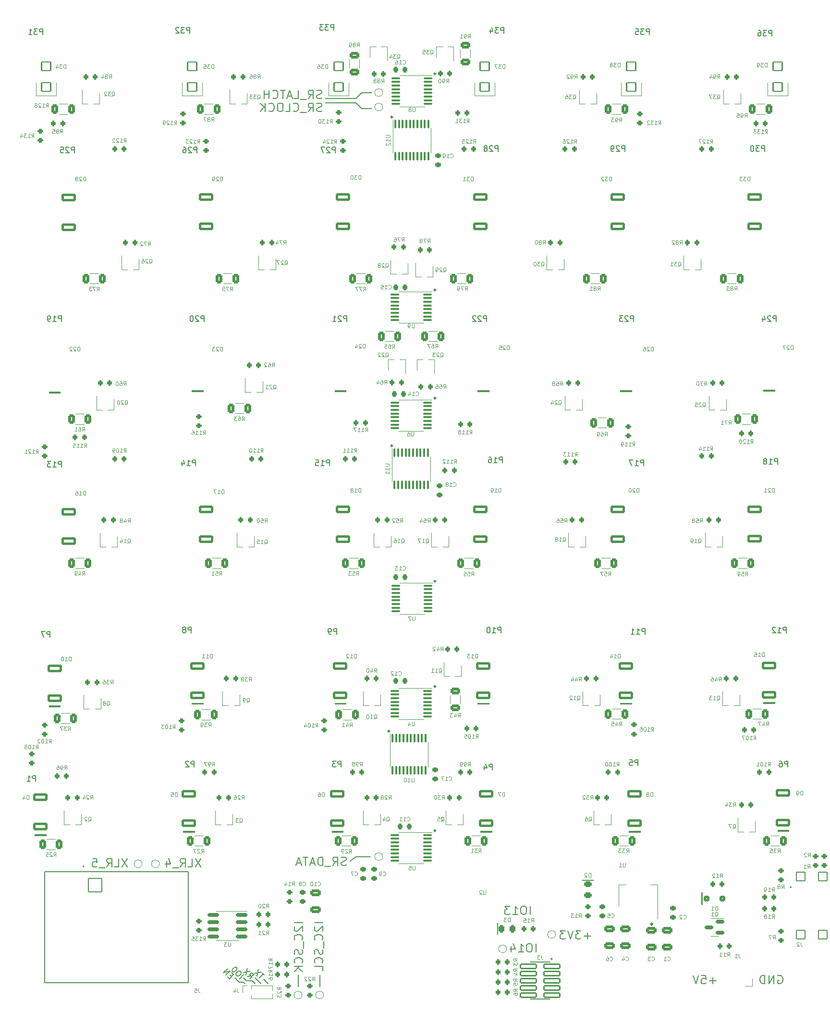
<source format=gbr>
%TF.GenerationSoftware,KiCad,Pcbnew,7.0.7*%
%TF.CreationDate,2024-03-09T11:29:05+01:00*%
%TF.ProjectId,button-board,62757474-6f6e-42d6-926f-6172642e6b69,rev?*%
%TF.SameCoordinates,Original*%
%TF.FileFunction,Legend,Bot*%
%TF.FilePolarity,Positive*%
%FSLAX46Y46*%
G04 Gerber Fmt 4.6, Leading zero omitted, Abs format (unit mm)*
G04 Created by KiCad (PCBNEW 7.0.7) date 2024-03-09 11:29:05*
%MOMM*%
%LPD*%
G01*
G04 APERTURE LIST*
G04 Aperture macros list*
%AMRoundRect*
0 Rectangle with rounded corners*
0 $1 Rounding radius*
0 $2 $3 $4 $5 $6 $7 $8 $9 X,Y pos of 4 corners*
0 Add a 4 corners polygon primitive as box body*
4,1,4,$2,$3,$4,$5,$6,$7,$8,$9,$2,$3,0*
0 Add four circle primitives for the rounded corners*
1,1,$1+$1,$2,$3*
1,1,$1+$1,$4,$5*
1,1,$1+$1,$6,$7*
1,1,$1+$1,$8,$9*
0 Add four rect primitives between the rounded corners*
20,1,$1+$1,$2,$3,$4,$5,0*
20,1,$1+$1,$4,$5,$6,$7,0*
20,1,$1+$1,$6,$7,$8,$9,0*
20,1,$1+$1,$8,$9,$2,$3,0*%
%AMFreePoly0*
4,1,43,0.523063,1.365106,0.538902,1.365106,0.551715,1.355796,0.566779,1.350902,0.576088,1.338088,0.588902,1.328779,0.593796,1.313715,0.603106,1.300902,0.603106,1.285062,0.608000,1.270000,0.608000,-1.270000,0.603106,-1.285062,0.603106,-1.300902,0.593796,-1.313715,0.588902,-1.328779,0.576088,-1.338088,0.566779,-1.350902,0.551715,-1.355796,0.538902,-1.365106,0.523063,-1.365106,
0.508000,-1.370000,-0.254000,-1.370000,-0.270926,-1.364500,-0.288710,-1.363783,-0.299590,-1.355187,-0.312779,-1.350902,-0.323241,-1.336501,-0.337205,-1.325470,-0.845205,-0.563470,-0.853042,-0.535569,-0.862000,-0.508000,-0.862000,0.508000,-0.853042,0.535569,-0.845205,0.563470,-0.337205,1.325470,-0.323241,1.336501,-0.312779,1.350902,-0.299590,1.355187,-0.288710,1.363783,-0.270926,1.364500,
-0.254000,1.370000,0.508000,1.370000,0.523063,1.365106,0.523063,1.365106,$1*%
G04 Aperture macros list end*
%ADD10C,0.275000*%
%ADD11C,0.150000*%
%ADD12C,0.200000*%
%ADD13C,0.100000*%
%ADD14C,0.120000*%
%ADD15C,0.127000*%
%ADD16C,0.314000*%
%ADD17C,2.060000*%
%ADD18C,3.560000*%
%ADD19C,5.060000*%
%ADD20C,0.010000*%
%ADD21FreePoly0,90.000000*%
%ADD22FreePoly0,270.000000*%
%ADD23C,1.600000*%
%ADD24RoundRect,0.102000X1.200000X1.200000X-1.200000X1.200000X-1.200000X-1.200000X1.200000X-1.200000X0*%
%ADD25C,2.004000*%
%ADD26C,2.604000*%
%ADD27C,2.540000*%
%ADD28C,0.700000*%
%ADD29RoundRect,0.102000X-0.750000X0.750000X-0.750000X-0.750000X0.750000X-0.750000X0.750000X0.750000X0*%
%ADD30R,0.900000X0.900000*%
%ADD31R,0.900000X1.500000*%
%ADD32R,1.500000X0.900000*%
%ADD33RoundRect,0.100000X-0.100000X0.637500X-0.100000X-0.637500X0.100000X-0.637500X0.100000X0.637500X0*%
%ADD34C,3.200000*%
%ADD35RoundRect,0.102000X-1.395000X0.370000X-1.395000X-0.370000X1.395000X-0.370000X1.395000X0.370000X0*%
%ADD36RoundRect,0.102000X0.800000X-0.750000X0.800000X0.750000X-0.800000X0.750000X-0.800000X-0.750000X0*%
%ADD37RoundRect,0.229659X1.070341X-0.470341X1.070341X0.470341X-1.070341X0.470341X-1.070341X-0.470341X0*%
%ADD38RoundRect,0.225000X0.250000X-0.225000X0.250000X0.225000X-0.250000X0.225000X-0.250000X-0.225000X0*%
%ADD39RoundRect,0.225000X-0.250000X0.225000X-0.250000X-0.225000X0.250000X-0.225000X0.250000X0.225000X0*%
%ADD40RoundRect,0.225000X-0.225000X-0.250000X0.225000X-0.250000X0.225000X0.250000X-0.225000X0.250000X0*%
%ADD41RoundRect,0.200000X-0.275000X0.200000X-0.275000X-0.200000X0.275000X-0.200000X0.275000X0.200000X0*%
%ADD42R,0.650000X1.220000*%
%ADD43RoundRect,0.200000X0.275000X-0.200000X0.275000X0.200000X-0.275000X0.200000X-0.275000X-0.200000X0*%
%ADD44RoundRect,0.200000X-0.200000X-0.275000X0.200000X-0.275000X0.200000X0.275000X-0.200000X0.275000X0*%
%ADD45RoundRect,0.200000X0.200000X0.275000X-0.200000X0.275000X-0.200000X-0.275000X0.200000X-0.275000X0*%
%ADD46RoundRect,0.100000X0.637500X0.100000X-0.637500X0.100000X-0.637500X-0.100000X0.637500X-0.100000X0*%
%ADD47RoundRect,0.250000X0.312500X0.625000X-0.312500X0.625000X-0.312500X-0.625000X0.312500X-0.625000X0*%
%ADD48RoundRect,0.250000X0.625000X-0.312500X0.625000X0.312500X-0.625000X0.312500X-0.625000X-0.312500X0*%
%ADD49RoundRect,0.250000X-0.312500X-0.625000X0.312500X-0.625000X0.312500X0.625000X-0.312500X0.625000X0*%
%ADD50C,1.000000*%
%ADD51RoundRect,0.250000X-0.650000X0.325000X-0.650000X-0.325000X0.650000X-0.325000X0.650000X0.325000X0*%
%ADD52R,1.500000X2.000000*%
%ADD53R,3.800000X2.000000*%
%ADD54RoundRect,0.150000X0.825000X0.150000X-0.825000X0.150000X-0.825000X-0.150000X0.825000X-0.150000X0*%
%ADD55RoundRect,0.150000X0.587500X0.150000X-0.587500X0.150000X-0.587500X-0.150000X0.587500X-0.150000X0*%
%ADD56RoundRect,0.243750X-0.243750X-0.456250X0.243750X-0.456250X0.243750X0.456250X-0.243750X0.456250X0*%
%ADD57O,1.700000X1.700000*%
%ADD58R,1.700000X1.700000*%
%ADD59RoundRect,0.243750X-0.456250X0.243750X-0.456250X-0.243750X0.456250X-0.243750X0.456250X0.243750X0*%
%ADD60RoundRect,0.250000X-0.300000X-0.300000X0.300000X-0.300000X0.300000X0.300000X-0.300000X0.300000X0*%
%ADD61R,1.000000X1.000000*%
%ADD62O,1.000000X1.000000*%
G04 APERTURE END LIST*
D10*
X75067500Y160274000D02*
G75*
G03*
X75067500Y160274000I-137500J0D01*
G01*
X67447500Y152654000D02*
G75*
G03*
X67447500Y152654000I-137500J0D01*
G01*
X75067500Y122174000D02*
G75*
G03*
X75067500Y122174000I-137500J0D01*
G01*
X75067500Y103124000D02*
G75*
G03*
X75067500Y103124000I-137500J0D01*
G01*
X67447500Y94742000D02*
G75*
G03*
X67447500Y94742000I-137500J0D01*
G01*
X75067500Y70866000D02*
G75*
G03*
X75067500Y70866000I-137500J0D01*
G01*
X75067500Y26924000D02*
G75*
G03*
X75067500Y26924000I-137500J0D01*
G01*
X75067500Y52324000D02*
G75*
G03*
X75067500Y52324000I-137500J0D01*
G01*
X66939500Y44450000D02*
G75*
G03*
X66939500Y44450000I-137500J0D01*
G01*
D11*
X61976000Y154178000D02*
X63754000Y154178000D01*
X60960000Y155194000D02*
X61976000Y154178000D01*
X55626000Y155194000D02*
X60960000Y155194000D01*
X61976000Y156972000D02*
X63754000Y156972000D01*
X60960000Y155956000D02*
X61976000Y156972000D01*
X55626000Y155956000D02*
X60960000Y155956000D01*
D12*
X54954707Y153681400D02*
X54740422Y153609972D01*
X54740422Y153609972D02*
X54383279Y153609972D01*
X54383279Y153609972D02*
X54240422Y153681400D01*
X54240422Y153681400D02*
X54168993Y153752829D01*
X54168993Y153752829D02*
X54097564Y153895686D01*
X54097564Y153895686D02*
X54097564Y154038543D01*
X54097564Y154038543D02*
X54168993Y154181400D01*
X54168993Y154181400D02*
X54240422Y154252829D01*
X54240422Y154252829D02*
X54383279Y154324258D01*
X54383279Y154324258D02*
X54668993Y154395686D01*
X54668993Y154395686D02*
X54811850Y154467115D01*
X54811850Y154467115D02*
X54883279Y154538543D01*
X54883279Y154538543D02*
X54954707Y154681400D01*
X54954707Y154681400D02*
X54954707Y154824258D01*
X54954707Y154824258D02*
X54883279Y154967115D01*
X54883279Y154967115D02*
X54811850Y155038543D01*
X54811850Y155038543D02*
X54668993Y155109972D01*
X54668993Y155109972D02*
X54311850Y155109972D01*
X54311850Y155109972D02*
X54097564Y155038543D01*
X52597565Y153609972D02*
X53097565Y154324258D01*
X53454708Y153609972D02*
X53454708Y155109972D01*
X53454708Y155109972D02*
X52883279Y155109972D01*
X52883279Y155109972D02*
X52740422Y155038543D01*
X52740422Y155038543D02*
X52668993Y154967115D01*
X52668993Y154967115D02*
X52597565Y154824258D01*
X52597565Y154824258D02*
X52597565Y154609972D01*
X52597565Y154609972D02*
X52668993Y154467115D01*
X52668993Y154467115D02*
X52740422Y154395686D01*
X52740422Y154395686D02*
X52883279Y154324258D01*
X52883279Y154324258D02*
X53454708Y154324258D01*
X52311851Y153467115D02*
X51168993Y153467115D01*
X49954708Y153752829D02*
X50026136Y153681400D01*
X50026136Y153681400D02*
X50240422Y153609972D01*
X50240422Y153609972D02*
X50383279Y153609972D01*
X50383279Y153609972D02*
X50597565Y153681400D01*
X50597565Y153681400D02*
X50740422Y153824258D01*
X50740422Y153824258D02*
X50811851Y153967115D01*
X50811851Y153967115D02*
X50883279Y154252829D01*
X50883279Y154252829D02*
X50883279Y154467115D01*
X50883279Y154467115D02*
X50811851Y154752829D01*
X50811851Y154752829D02*
X50740422Y154895686D01*
X50740422Y154895686D02*
X50597565Y155038543D01*
X50597565Y155038543D02*
X50383279Y155109972D01*
X50383279Y155109972D02*
X50240422Y155109972D01*
X50240422Y155109972D02*
X50026136Y155038543D01*
X50026136Y155038543D02*
X49954708Y154967115D01*
X48597565Y153609972D02*
X49311851Y153609972D01*
X49311851Y153609972D02*
X49311851Y155109972D01*
X47811850Y155109972D02*
X47526136Y155109972D01*
X47526136Y155109972D02*
X47383279Y155038543D01*
X47383279Y155038543D02*
X47240422Y154895686D01*
X47240422Y154895686D02*
X47168993Y154609972D01*
X47168993Y154609972D02*
X47168993Y154109972D01*
X47168993Y154109972D02*
X47240422Y153824258D01*
X47240422Y153824258D02*
X47383279Y153681400D01*
X47383279Y153681400D02*
X47526136Y153609972D01*
X47526136Y153609972D02*
X47811850Y153609972D01*
X47811850Y153609972D02*
X47954708Y153681400D01*
X47954708Y153681400D02*
X48097565Y153824258D01*
X48097565Y153824258D02*
X48168993Y154109972D01*
X48168993Y154109972D02*
X48168993Y154609972D01*
X48168993Y154609972D02*
X48097565Y154895686D01*
X48097565Y154895686D02*
X47954708Y155038543D01*
X47954708Y155038543D02*
X47811850Y155109972D01*
X45668993Y153752829D02*
X45740421Y153681400D01*
X45740421Y153681400D02*
X45954707Y153609972D01*
X45954707Y153609972D02*
X46097564Y153609972D01*
X46097564Y153609972D02*
X46311850Y153681400D01*
X46311850Y153681400D02*
X46454707Y153824258D01*
X46454707Y153824258D02*
X46526136Y153967115D01*
X46526136Y153967115D02*
X46597564Y154252829D01*
X46597564Y154252829D02*
X46597564Y154467115D01*
X46597564Y154467115D02*
X46526136Y154752829D01*
X46526136Y154752829D02*
X46454707Y154895686D01*
X46454707Y154895686D02*
X46311850Y155038543D01*
X46311850Y155038543D02*
X46097564Y155109972D01*
X46097564Y155109972D02*
X45954707Y155109972D01*
X45954707Y155109972D02*
X45740421Y155038543D01*
X45740421Y155038543D02*
X45668993Y154967115D01*
X45026136Y153609972D02*
X45026136Y155109972D01*
X44168993Y153609972D02*
X44811850Y154467115D01*
X44168993Y155109972D02*
X45026136Y154252829D01*
X54954707Y155967400D02*
X54740422Y155895972D01*
X54740422Y155895972D02*
X54383279Y155895972D01*
X54383279Y155895972D02*
X54240422Y155967400D01*
X54240422Y155967400D02*
X54168993Y156038829D01*
X54168993Y156038829D02*
X54097564Y156181686D01*
X54097564Y156181686D02*
X54097564Y156324543D01*
X54097564Y156324543D02*
X54168993Y156467400D01*
X54168993Y156467400D02*
X54240422Y156538829D01*
X54240422Y156538829D02*
X54383279Y156610258D01*
X54383279Y156610258D02*
X54668993Y156681686D01*
X54668993Y156681686D02*
X54811850Y156753115D01*
X54811850Y156753115D02*
X54883279Y156824543D01*
X54883279Y156824543D02*
X54954707Y156967400D01*
X54954707Y156967400D02*
X54954707Y157110258D01*
X54954707Y157110258D02*
X54883279Y157253115D01*
X54883279Y157253115D02*
X54811850Y157324543D01*
X54811850Y157324543D02*
X54668993Y157395972D01*
X54668993Y157395972D02*
X54311850Y157395972D01*
X54311850Y157395972D02*
X54097564Y157324543D01*
X52597565Y155895972D02*
X53097565Y156610258D01*
X53454708Y155895972D02*
X53454708Y157395972D01*
X53454708Y157395972D02*
X52883279Y157395972D01*
X52883279Y157395972D02*
X52740422Y157324543D01*
X52740422Y157324543D02*
X52668993Y157253115D01*
X52668993Y157253115D02*
X52597565Y157110258D01*
X52597565Y157110258D02*
X52597565Y156895972D01*
X52597565Y156895972D02*
X52668993Y156753115D01*
X52668993Y156753115D02*
X52740422Y156681686D01*
X52740422Y156681686D02*
X52883279Y156610258D01*
X52883279Y156610258D02*
X53454708Y156610258D01*
X52311851Y155753115D02*
X51168993Y155753115D01*
X50097565Y155895972D02*
X50811851Y155895972D01*
X50811851Y155895972D02*
X50811851Y157395972D01*
X49668993Y156324543D02*
X48954708Y156324543D01*
X49811850Y155895972D02*
X49311850Y157395972D01*
X49311850Y157395972D02*
X48811850Y155895972D01*
X48526136Y157395972D02*
X47668994Y157395972D01*
X48097565Y155895972D02*
X48097565Y157395972D01*
X46311851Y156038829D02*
X46383279Y155967400D01*
X46383279Y155967400D02*
X46597565Y155895972D01*
X46597565Y155895972D02*
X46740422Y155895972D01*
X46740422Y155895972D02*
X46954708Y155967400D01*
X46954708Y155967400D02*
X47097565Y156110258D01*
X47097565Y156110258D02*
X47168994Y156253115D01*
X47168994Y156253115D02*
X47240422Y156538829D01*
X47240422Y156538829D02*
X47240422Y156753115D01*
X47240422Y156753115D02*
X47168994Y157038829D01*
X47168994Y157038829D02*
X47097565Y157181686D01*
X47097565Y157181686D02*
X46954708Y157324543D01*
X46954708Y157324543D02*
X46740422Y157395972D01*
X46740422Y157395972D02*
X46597565Y157395972D01*
X46597565Y157395972D02*
X46383279Y157324543D01*
X46383279Y157324543D02*
X46311851Y157253115D01*
X45668994Y155895972D02*
X45668994Y157395972D01*
X45668994Y156681686D02*
X44811851Y156681686D01*
X44811851Y155895972D02*
X44811851Y157395972D01*
D11*
X60960000Y22352000D02*
X63500000Y22352000D01*
X59944000Y21590000D02*
X60960000Y22352000D01*
D12*
X59272707Y20839400D02*
X59058422Y20767972D01*
X59058422Y20767972D02*
X58701279Y20767972D01*
X58701279Y20767972D02*
X58558422Y20839400D01*
X58558422Y20839400D02*
X58486993Y20910829D01*
X58486993Y20910829D02*
X58415564Y21053686D01*
X58415564Y21053686D02*
X58415564Y21196543D01*
X58415564Y21196543D02*
X58486993Y21339400D01*
X58486993Y21339400D02*
X58558422Y21410829D01*
X58558422Y21410829D02*
X58701279Y21482258D01*
X58701279Y21482258D02*
X58986993Y21553686D01*
X58986993Y21553686D02*
X59129850Y21625115D01*
X59129850Y21625115D02*
X59201279Y21696543D01*
X59201279Y21696543D02*
X59272707Y21839400D01*
X59272707Y21839400D02*
X59272707Y21982258D01*
X59272707Y21982258D02*
X59201279Y22125115D01*
X59201279Y22125115D02*
X59129850Y22196543D01*
X59129850Y22196543D02*
X58986993Y22267972D01*
X58986993Y22267972D02*
X58629850Y22267972D01*
X58629850Y22267972D02*
X58415564Y22196543D01*
X56915565Y20767972D02*
X57415565Y21482258D01*
X57772708Y20767972D02*
X57772708Y22267972D01*
X57772708Y22267972D02*
X57201279Y22267972D01*
X57201279Y22267972D02*
X57058422Y22196543D01*
X57058422Y22196543D02*
X56986993Y22125115D01*
X56986993Y22125115D02*
X56915565Y21982258D01*
X56915565Y21982258D02*
X56915565Y21767972D01*
X56915565Y21767972D02*
X56986993Y21625115D01*
X56986993Y21625115D02*
X57058422Y21553686D01*
X57058422Y21553686D02*
X57201279Y21482258D01*
X57201279Y21482258D02*
X57772708Y21482258D01*
X56629851Y20625115D02*
X55486993Y20625115D01*
X55129851Y20767972D02*
X55129851Y22267972D01*
X55129851Y22267972D02*
X54772708Y22267972D01*
X54772708Y22267972D02*
X54558422Y22196543D01*
X54558422Y22196543D02*
X54415565Y22053686D01*
X54415565Y22053686D02*
X54344136Y21910829D01*
X54344136Y21910829D02*
X54272708Y21625115D01*
X54272708Y21625115D02*
X54272708Y21410829D01*
X54272708Y21410829D02*
X54344136Y21125115D01*
X54344136Y21125115D02*
X54415565Y20982258D01*
X54415565Y20982258D02*
X54558422Y20839400D01*
X54558422Y20839400D02*
X54772708Y20767972D01*
X54772708Y20767972D02*
X55129851Y20767972D01*
X53701279Y21196543D02*
X52986994Y21196543D01*
X53844136Y20767972D02*
X53344136Y22267972D01*
X53344136Y22267972D02*
X52844136Y20767972D01*
X52558422Y22267972D02*
X51701280Y22267972D01*
X52129851Y20767972D02*
X52129851Y22267972D01*
X51272708Y21196543D02*
X50558423Y21196543D01*
X51415565Y20767972D02*
X50915565Y22267972D01*
X50915565Y22267972D02*
X50415565Y20767972D01*
X102381279Y8385400D02*
X101238422Y8385400D01*
X101809850Y7813972D02*
X101809850Y8956829D01*
X100666993Y9313972D02*
X99738421Y9313972D01*
X99738421Y9313972D02*
X100238421Y8742543D01*
X100238421Y8742543D02*
X100024136Y8742543D01*
X100024136Y8742543D02*
X99881279Y8671115D01*
X99881279Y8671115D02*
X99809850Y8599686D01*
X99809850Y8599686D02*
X99738421Y8456829D01*
X99738421Y8456829D02*
X99738421Y8099686D01*
X99738421Y8099686D02*
X99809850Y7956829D01*
X99809850Y7956829D02*
X99881279Y7885400D01*
X99881279Y7885400D02*
X100024136Y7813972D01*
X100024136Y7813972D02*
X100452707Y7813972D01*
X100452707Y7813972D02*
X100595564Y7885400D01*
X100595564Y7885400D02*
X100666993Y7956829D01*
X99309850Y9313972D02*
X98809850Y7813972D01*
X98809850Y7813972D02*
X98309850Y9313972D01*
X97952708Y9313972D02*
X97024136Y9313972D01*
X97024136Y9313972D02*
X97524136Y8742543D01*
X97524136Y8742543D02*
X97309851Y8742543D01*
X97309851Y8742543D02*
X97166994Y8671115D01*
X97166994Y8671115D02*
X97095565Y8599686D01*
X97095565Y8599686D02*
X97024136Y8456829D01*
X97024136Y8456829D02*
X97024136Y8099686D01*
X97024136Y8099686D02*
X97095565Y7956829D01*
X97095565Y7956829D02*
X97166994Y7885400D01*
X97166994Y7885400D02*
X97309851Y7813972D01*
X97309851Y7813972D02*
X97738422Y7813972D01*
X97738422Y7813972D02*
X97881279Y7885400D01*
X97881279Y7885400D02*
X97952708Y7956829D01*
X91713279Y12131972D02*
X91713279Y13631972D01*
X90713278Y13631972D02*
X90427564Y13631972D01*
X90427564Y13631972D02*
X90284707Y13560543D01*
X90284707Y13560543D02*
X90141850Y13417686D01*
X90141850Y13417686D02*
X90070421Y13131972D01*
X90070421Y13131972D02*
X90070421Y12631972D01*
X90070421Y12631972D02*
X90141850Y12346258D01*
X90141850Y12346258D02*
X90284707Y12203400D01*
X90284707Y12203400D02*
X90427564Y12131972D01*
X90427564Y12131972D02*
X90713278Y12131972D01*
X90713278Y12131972D02*
X90856136Y12203400D01*
X90856136Y12203400D02*
X90998993Y12346258D01*
X90998993Y12346258D02*
X91070421Y12631972D01*
X91070421Y12631972D02*
X91070421Y13131972D01*
X91070421Y13131972D02*
X90998993Y13417686D01*
X90998993Y13417686D02*
X90856136Y13560543D01*
X90856136Y13560543D02*
X90713278Y13631972D01*
X88641849Y12131972D02*
X89498992Y12131972D01*
X89070421Y12131972D02*
X89070421Y13631972D01*
X89070421Y13631972D02*
X89213278Y13417686D01*
X89213278Y13417686D02*
X89356135Y13274829D01*
X89356135Y13274829D02*
X89498992Y13203400D01*
X88141850Y13631972D02*
X87213278Y13631972D01*
X87213278Y13631972D02*
X87713278Y13060543D01*
X87713278Y13060543D02*
X87498993Y13060543D01*
X87498993Y13060543D02*
X87356136Y12989115D01*
X87356136Y12989115D02*
X87284707Y12917686D01*
X87284707Y12917686D02*
X87213278Y12774829D01*
X87213278Y12774829D02*
X87213278Y12417686D01*
X87213278Y12417686D02*
X87284707Y12274829D01*
X87284707Y12274829D02*
X87356136Y12203400D01*
X87356136Y12203400D02*
X87498993Y12131972D01*
X87498993Y12131972D02*
X87927564Y12131972D01*
X87927564Y12131972D02*
X88070421Y12203400D01*
X88070421Y12203400D02*
X88141850Y12274829D01*
X92729279Y5527972D02*
X92729279Y7027972D01*
X91729278Y7027972D02*
X91443564Y7027972D01*
X91443564Y7027972D02*
X91300707Y6956543D01*
X91300707Y6956543D02*
X91157850Y6813686D01*
X91157850Y6813686D02*
X91086421Y6527972D01*
X91086421Y6527972D02*
X91086421Y6027972D01*
X91086421Y6027972D02*
X91157850Y5742258D01*
X91157850Y5742258D02*
X91300707Y5599400D01*
X91300707Y5599400D02*
X91443564Y5527972D01*
X91443564Y5527972D02*
X91729278Y5527972D01*
X91729278Y5527972D02*
X91872136Y5599400D01*
X91872136Y5599400D02*
X92014993Y5742258D01*
X92014993Y5742258D02*
X92086421Y6027972D01*
X92086421Y6027972D02*
X92086421Y6527972D01*
X92086421Y6527972D02*
X92014993Y6813686D01*
X92014993Y6813686D02*
X91872136Y6956543D01*
X91872136Y6956543D02*
X91729278Y7027972D01*
X89657849Y5527972D02*
X90514992Y5527972D01*
X90086421Y5527972D02*
X90086421Y7027972D01*
X90086421Y7027972D02*
X90229278Y6813686D01*
X90229278Y6813686D02*
X90372135Y6670829D01*
X90372135Y6670829D02*
X90514992Y6599400D01*
X88372136Y6527972D02*
X88372136Y5527972D01*
X88729278Y7099400D02*
X89086421Y6027972D01*
X89086421Y6027972D02*
X88157850Y6027972D01*
X135377564Y1368543D02*
X135520422Y1439972D01*
X135520422Y1439972D02*
X135734707Y1439972D01*
X135734707Y1439972D02*
X135948993Y1368543D01*
X135948993Y1368543D02*
X136091850Y1225686D01*
X136091850Y1225686D02*
X136163279Y1082829D01*
X136163279Y1082829D02*
X136234707Y797115D01*
X136234707Y797115D02*
X136234707Y582829D01*
X136234707Y582829D02*
X136163279Y297115D01*
X136163279Y297115D02*
X136091850Y154258D01*
X136091850Y154258D02*
X135948993Y11400D01*
X135948993Y11400D02*
X135734707Y-60028D01*
X135734707Y-60028D02*
X135591850Y-60028D01*
X135591850Y-60028D02*
X135377564Y11400D01*
X135377564Y11400D02*
X135306136Y82829D01*
X135306136Y82829D02*
X135306136Y582829D01*
X135306136Y582829D02*
X135591850Y582829D01*
X134663279Y-60028D02*
X134663279Y1439972D01*
X134663279Y1439972D02*
X133806136Y-60028D01*
X133806136Y-60028D02*
X133806136Y1439972D01*
X133091850Y-60028D02*
X133091850Y1439972D01*
X133091850Y1439972D02*
X132734707Y1439972D01*
X132734707Y1439972D02*
X132520421Y1368543D01*
X132520421Y1368543D02*
X132377564Y1225686D01*
X132377564Y1225686D02*
X132306135Y1082829D01*
X132306135Y1082829D02*
X132234707Y797115D01*
X132234707Y797115D02*
X132234707Y582829D01*
X132234707Y582829D02*
X132306135Y297115D01*
X132306135Y297115D02*
X132377564Y154258D01*
X132377564Y154258D02*
X132520421Y11400D01*
X132520421Y11400D02*
X132734707Y-60028D01*
X132734707Y-60028D02*
X133091850Y-60028D01*
X124479279Y511400D02*
X123336422Y511400D01*
X123907850Y-60028D02*
X123907850Y1082829D01*
X121907850Y1439972D02*
X122622136Y1439972D01*
X122622136Y1439972D02*
X122693564Y725686D01*
X122693564Y725686D02*
X122622136Y797115D01*
X122622136Y797115D02*
X122479279Y868543D01*
X122479279Y868543D02*
X122122136Y868543D01*
X122122136Y868543D02*
X121979279Y797115D01*
X121979279Y797115D02*
X121907850Y725686D01*
X121907850Y725686D02*
X121836421Y582829D01*
X121836421Y582829D02*
X121836421Y225686D01*
X121836421Y225686D02*
X121907850Y82829D01*
X121907850Y82829D02*
X121979279Y11400D01*
X121979279Y11400D02*
X122122136Y-60028D01*
X122122136Y-60028D02*
X122479279Y-60028D01*
X122479279Y-60028D02*
X122622136Y11400D01*
X122622136Y11400D02*
X122693564Y82829D01*
X121407850Y1439972D02*
X120907850Y-60028D01*
X120907850Y-60028D02*
X120407850Y1439972D01*
D11*
X41148000Y254000D02*
X41402000Y0D01*
X40386000Y254000D02*
X41148000Y254000D01*
X39624000Y1016000D02*
X40386000Y254000D01*
X42672000Y508000D02*
X43180000Y0D01*
X41656000Y508000D02*
X42672000Y508000D01*
X41148000Y1016000D02*
X41656000Y508000D01*
X43180000Y1016000D02*
X44196000Y0D01*
X44704000Y762000D02*
X45466000Y0D01*
X39086302Y1208580D02*
X38850599Y1444283D01*
X38379195Y1174909D02*
X38715912Y838191D01*
X38715912Y838191D02*
X39423019Y1545298D01*
X39423019Y1545298D02*
X39086302Y1882016D01*
X38076149Y1477955D02*
X38783256Y2185061D01*
X38783256Y2185061D02*
X37672088Y1882016D01*
X37672088Y1882016D02*
X38379195Y2589122D01*
X40493912Y838191D02*
X41201019Y1545298D01*
X40729615Y2016702D02*
X40594928Y2151389D01*
X40594928Y2151389D02*
X40493913Y2185061D01*
X40493913Y2185061D02*
X40359226Y2185061D01*
X40359226Y2185061D02*
X40190867Y2084046D01*
X40190867Y2084046D02*
X39955165Y1848343D01*
X39955165Y1848343D02*
X39854150Y1679985D01*
X39854150Y1679985D02*
X39854150Y1545298D01*
X39854150Y1545298D02*
X39887821Y1444282D01*
X39887821Y1444282D02*
X40022508Y1309595D01*
X40022508Y1309595D02*
X40123524Y1275924D01*
X40123524Y1275924D02*
X40258211Y1275924D01*
X40258211Y1275924D02*
X40426569Y1376939D01*
X40426569Y1376939D02*
X40662272Y1612641D01*
X40662272Y1612641D02*
X40763287Y1781000D01*
X40763287Y1781000D02*
X40763287Y1915687D01*
X40763287Y1915687D02*
X40729615Y2016702D01*
X39988837Y2757481D02*
X39921493Y2824824D01*
X39921493Y2824824D02*
X39820478Y2858496D01*
X39820478Y2858496D02*
X39753134Y2858496D01*
X39753134Y2858496D02*
X39652119Y2824824D01*
X39652119Y2824824D02*
X39483760Y2723809D01*
X39483760Y2723809D02*
X39315402Y2555450D01*
X39315402Y2555450D02*
X39214386Y2387091D01*
X39214386Y2387091D02*
X39180715Y2286076D01*
X39180715Y2286076D02*
X39180715Y2218733D01*
X39180715Y2218733D02*
X39214386Y2117717D01*
X39214386Y2117717D02*
X39281730Y2050374D01*
X39281730Y2050374D02*
X39382745Y2016702D01*
X39382745Y2016702D02*
X39450089Y2016702D01*
X39450089Y2016702D02*
X39551104Y2050374D01*
X39551104Y2050374D02*
X39719463Y2151389D01*
X39719463Y2151389D02*
X39887821Y2319748D01*
X39887821Y2319748D02*
X39988837Y2488107D01*
X39988837Y2488107D02*
X40022508Y2589122D01*
X40022508Y2589122D02*
X40022508Y2656465D01*
X40022508Y2656465D02*
X39988837Y2757481D01*
X41867851Y1242252D02*
X42440271Y1343267D01*
X42271912Y838191D02*
X42979019Y1545298D01*
X42979019Y1545298D02*
X42709645Y1814672D01*
X42709645Y1814672D02*
X42608630Y1848344D01*
X42608630Y1848344D02*
X42541286Y1848344D01*
X42541286Y1848344D02*
X42440271Y1814672D01*
X42440271Y1814672D02*
X42339256Y1713657D01*
X42339256Y1713657D02*
X42305584Y1612642D01*
X42305584Y1612642D02*
X42305584Y1545298D01*
X42305584Y1545298D02*
X42339256Y1444283D01*
X42339256Y1444283D02*
X42608630Y1174909D01*
X42339256Y2185061D02*
X41160745Y1949359D01*
X41867851Y2656466D02*
X41632149Y1477954D01*
X44858034Y1444283D02*
X44453973Y1848344D01*
X43948897Y939206D02*
X44656004Y1646313D01*
X44285615Y2016703D02*
X43107103Y1781000D01*
X43814210Y2488107D02*
X43578508Y1309596D01*
X50800000Y1524000D02*
X50800000Y-508000D01*
X54610000Y1524000D02*
X54610000Y-508000D01*
D12*
X51622028Y10687280D02*
X50122028Y10687280D01*
X50264885Y10044422D02*
X50193457Y9972994D01*
X50193457Y9972994D02*
X50122028Y9830136D01*
X50122028Y9830136D02*
X50122028Y9472994D01*
X50122028Y9472994D02*
X50193457Y9330136D01*
X50193457Y9330136D02*
X50264885Y9258708D01*
X50264885Y9258708D02*
X50407742Y9187279D01*
X50407742Y9187279D02*
X50550600Y9187279D01*
X50550600Y9187279D02*
X50764885Y9258708D01*
X50764885Y9258708D02*
X51622028Y10115851D01*
X51622028Y10115851D02*
X51622028Y9187279D01*
X51479171Y7687280D02*
X51550600Y7758708D01*
X51550600Y7758708D02*
X51622028Y7972994D01*
X51622028Y7972994D02*
X51622028Y8115851D01*
X51622028Y8115851D02*
X51550600Y8330137D01*
X51550600Y8330137D02*
X51407742Y8472994D01*
X51407742Y8472994D02*
X51264885Y8544423D01*
X51264885Y8544423D02*
X50979171Y8615851D01*
X50979171Y8615851D02*
X50764885Y8615851D01*
X50764885Y8615851D02*
X50479171Y8544423D01*
X50479171Y8544423D02*
X50336314Y8472994D01*
X50336314Y8472994D02*
X50193457Y8330137D01*
X50193457Y8330137D02*
X50122028Y8115851D01*
X50122028Y8115851D02*
X50122028Y7972994D01*
X50122028Y7972994D02*
X50193457Y7758708D01*
X50193457Y7758708D02*
X50264885Y7687280D01*
X51764885Y7401565D02*
X51764885Y6258708D01*
X51550600Y5972994D02*
X51622028Y5758708D01*
X51622028Y5758708D02*
X51622028Y5401566D01*
X51622028Y5401566D02*
X51550600Y5258708D01*
X51550600Y5258708D02*
X51479171Y5187280D01*
X51479171Y5187280D02*
X51336314Y5115851D01*
X51336314Y5115851D02*
X51193457Y5115851D01*
X51193457Y5115851D02*
X51050600Y5187280D01*
X51050600Y5187280D02*
X50979171Y5258708D01*
X50979171Y5258708D02*
X50907742Y5401566D01*
X50907742Y5401566D02*
X50836314Y5687280D01*
X50836314Y5687280D02*
X50764885Y5830137D01*
X50764885Y5830137D02*
X50693457Y5901566D01*
X50693457Y5901566D02*
X50550600Y5972994D01*
X50550600Y5972994D02*
X50407742Y5972994D01*
X50407742Y5972994D02*
X50264885Y5901566D01*
X50264885Y5901566D02*
X50193457Y5830137D01*
X50193457Y5830137D02*
X50122028Y5687280D01*
X50122028Y5687280D02*
X50122028Y5330137D01*
X50122028Y5330137D02*
X50193457Y5115851D01*
X51479171Y3615852D02*
X51550600Y3687280D01*
X51550600Y3687280D02*
X51622028Y3901566D01*
X51622028Y3901566D02*
X51622028Y4044423D01*
X51622028Y4044423D02*
X51550600Y4258709D01*
X51550600Y4258709D02*
X51407742Y4401566D01*
X51407742Y4401566D02*
X51264885Y4472995D01*
X51264885Y4472995D02*
X50979171Y4544423D01*
X50979171Y4544423D02*
X50764885Y4544423D01*
X50764885Y4544423D02*
X50479171Y4472995D01*
X50479171Y4472995D02*
X50336314Y4401566D01*
X50336314Y4401566D02*
X50193457Y4258709D01*
X50193457Y4258709D02*
X50122028Y4044423D01*
X50122028Y4044423D02*
X50122028Y3901566D01*
X50122028Y3901566D02*
X50193457Y3687280D01*
X50193457Y3687280D02*
X50264885Y3615852D01*
X51622028Y2972995D02*
X50122028Y2972995D01*
X51622028Y2115852D02*
X50764885Y2758709D01*
X50122028Y2115852D02*
X50979171Y2972995D01*
X55178028Y10687280D02*
X53678028Y10687280D01*
X53820885Y10044422D02*
X53749457Y9972994D01*
X53749457Y9972994D02*
X53678028Y9830136D01*
X53678028Y9830136D02*
X53678028Y9472994D01*
X53678028Y9472994D02*
X53749457Y9330136D01*
X53749457Y9330136D02*
X53820885Y9258708D01*
X53820885Y9258708D02*
X53963742Y9187279D01*
X53963742Y9187279D02*
X54106600Y9187279D01*
X54106600Y9187279D02*
X54320885Y9258708D01*
X54320885Y9258708D02*
X55178028Y10115851D01*
X55178028Y10115851D02*
X55178028Y9187279D01*
X55035171Y7687280D02*
X55106600Y7758708D01*
X55106600Y7758708D02*
X55178028Y7972994D01*
X55178028Y7972994D02*
X55178028Y8115851D01*
X55178028Y8115851D02*
X55106600Y8330137D01*
X55106600Y8330137D02*
X54963742Y8472994D01*
X54963742Y8472994D02*
X54820885Y8544423D01*
X54820885Y8544423D02*
X54535171Y8615851D01*
X54535171Y8615851D02*
X54320885Y8615851D01*
X54320885Y8615851D02*
X54035171Y8544423D01*
X54035171Y8544423D02*
X53892314Y8472994D01*
X53892314Y8472994D02*
X53749457Y8330137D01*
X53749457Y8330137D02*
X53678028Y8115851D01*
X53678028Y8115851D02*
X53678028Y7972994D01*
X53678028Y7972994D02*
X53749457Y7758708D01*
X53749457Y7758708D02*
X53820885Y7687280D01*
X55320885Y7401565D02*
X55320885Y6258708D01*
X55106600Y5972994D02*
X55178028Y5758708D01*
X55178028Y5758708D02*
X55178028Y5401566D01*
X55178028Y5401566D02*
X55106600Y5258708D01*
X55106600Y5258708D02*
X55035171Y5187280D01*
X55035171Y5187280D02*
X54892314Y5115851D01*
X54892314Y5115851D02*
X54749457Y5115851D01*
X54749457Y5115851D02*
X54606600Y5187280D01*
X54606600Y5187280D02*
X54535171Y5258708D01*
X54535171Y5258708D02*
X54463742Y5401566D01*
X54463742Y5401566D02*
X54392314Y5687280D01*
X54392314Y5687280D02*
X54320885Y5830137D01*
X54320885Y5830137D02*
X54249457Y5901566D01*
X54249457Y5901566D02*
X54106600Y5972994D01*
X54106600Y5972994D02*
X53963742Y5972994D01*
X53963742Y5972994D02*
X53820885Y5901566D01*
X53820885Y5901566D02*
X53749457Y5830137D01*
X53749457Y5830137D02*
X53678028Y5687280D01*
X53678028Y5687280D02*
X53678028Y5330137D01*
X53678028Y5330137D02*
X53749457Y5115851D01*
X55035171Y3615852D02*
X55106600Y3687280D01*
X55106600Y3687280D02*
X55178028Y3901566D01*
X55178028Y3901566D02*
X55178028Y4044423D01*
X55178028Y4044423D02*
X55106600Y4258709D01*
X55106600Y4258709D02*
X54963742Y4401566D01*
X54963742Y4401566D02*
X54820885Y4472995D01*
X54820885Y4472995D02*
X54535171Y4544423D01*
X54535171Y4544423D02*
X54320885Y4544423D01*
X54320885Y4544423D02*
X54035171Y4472995D01*
X54035171Y4472995D02*
X53892314Y4401566D01*
X53892314Y4401566D02*
X53749457Y4258709D01*
X53749457Y4258709D02*
X53678028Y4044423D01*
X53678028Y4044423D02*
X53678028Y3901566D01*
X53678028Y3901566D02*
X53749457Y3687280D01*
X53749457Y3687280D02*
X53820885Y3615852D01*
X55178028Y2258709D02*
X55178028Y2972995D01*
X55178028Y2972995D02*
X53678028Y2972995D01*
X20736136Y22013972D02*
X19736136Y20513972D01*
X19736136Y22013972D02*
X20736136Y20513972D01*
X18450422Y20513972D02*
X19164708Y20513972D01*
X19164708Y20513972D02*
X19164708Y22013972D01*
X17093279Y20513972D02*
X17593279Y21228258D01*
X17950422Y20513972D02*
X17950422Y22013972D01*
X17950422Y22013972D02*
X17378993Y22013972D01*
X17378993Y22013972D02*
X17236136Y21942543D01*
X17236136Y21942543D02*
X17164707Y21871115D01*
X17164707Y21871115D02*
X17093279Y21728258D01*
X17093279Y21728258D02*
X17093279Y21513972D01*
X17093279Y21513972D02*
X17164707Y21371115D01*
X17164707Y21371115D02*
X17236136Y21299686D01*
X17236136Y21299686D02*
X17378993Y21228258D01*
X17378993Y21228258D02*
X17950422Y21228258D01*
X16807565Y20371115D02*
X15664707Y20371115D01*
X14593279Y22013972D02*
X15307565Y22013972D01*
X15307565Y22013972D02*
X15378993Y21299686D01*
X15378993Y21299686D02*
X15307565Y21371115D01*
X15307565Y21371115D02*
X15164708Y21442543D01*
X15164708Y21442543D02*
X14807565Y21442543D01*
X14807565Y21442543D02*
X14664708Y21371115D01*
X14664708Y21371115D02*
X14593279Y21299686D01*
X14593279Y21299686D02*
X14521850Y21156829D01*
X14521850Y21156829D02*
X14521850Y20799686D01*
X14521850Y20799686D02*
X14593279Y20656829D01*
X14593279Y20656829D02*
X14664708Y20585400D01*
X14664708Y20585400D02*
X14807565Y20513972D01*
X14807565Y20513972D02*
X15164708Y20513972D01*
X15164708Y20513972D02*
X15307565Y20585400D01*
X15307565Y20585400D02*
X15378993Y20656829D01*
X33690136Y22013972D02*
X32690136Y20513972D01*
X32690136Y22013972D02*
X33690136Y20513972D01*
X31404422Y20513972D02*
X32118708Y20513972D01*
X32118708Y20513972D02*
X32118708Y22013972D01*
X30047279Y20513972D02*
X30547279Y21228258D01*
X30904422Y20513972D02*
X30904422Y22013972D01*
X30904422Y22013972D02*
X30332993Y22013972D01*
X30332993Y22013972D02*
X30190136Y21942543D01*
X30190136Y21942543D02*
X30118707Y21871115D01*
X30118707Y21871115D02*
X30047279Y21728258D01*
X30047279Y21728258D02*
X30047279Y21513972D01*
X30047279Y21513972D02*
X30118707Y21371115D01*
X30118707Y21371115D02*
X30190136Y21299686D01*
X30190136Y21299686D02*
X30332993Y21228258D01*
X30332993Y21228258D02*
X30904422Y21228258D01*
X29761565Y20371115D02*
X28618707Y20371115D01*
X27618708Y21513972D02*
X27618708Y20513972D01*
X27975850Y22085400D02*
X28332993Y21013972D01*
X28332993Y21013972D02*
X27404422Y21013972D01*
D13*
X12280000Y111441367D02*
X12280000Y112141367D01*
X12280000Y112141367D02*
X12113333Y112141367D01*
X12113333Y112141367D02*
X12013333Y112108034D01*
X12013333Y112108034D02*
X11946667Y112041367D01*
X11946667Y112041367D02*
X11913333Y111974700D01*
X11913333Y111974700D02*
X11880000Y111841367D01*
X11880000Y111841367D02*
X11880000Y111741367D01*
X11880000Y111741367D02*
X11913333Y111608034D01*
X11913333Y111608034D02*
X11946667Y111541367D01*
X11946667Y111541367D02*
X12013333Y111474700D01*
X12013333Y111474700D02*
X12113333Y111441367D01*
X12113333Y111441367D02*
X12280000Y111441367D01*
X11613333Y112074700D02*
X11580000Y112108034D01*
X11580000Y112108034D02*
X11513333Y112141367D01*
X11513333Y112141367D02*
X11346667Y112141367D01*
X11346667Y112141367D02*
X11280000Y112108034D01*
X11280000Y112108034D02*
X11246667Y112074700D01*
X11246667Y112074700D02*
X11213333Y112008034D01*
X11213333Y112008034D02*
X11213333Y111941367D01*
X11213333Y111941367D02*
X11246667Y111841367D01*
X11246667Y111841367D02*
X11646667Y111441367D01*
X11646667Y111441367D02*
X11213333Y111441367D01*
X10946666Y112074700D02*
X10913333Y112108034D01*
X10913333Y112108034D02*
X10846666Y112141367D01*
X10846666Y112141367D02*
X10680000Y112141367D01*
X10680000Y112141367D02*
X10613333Y112108034D01*
X10613333Y112108034D02*
X10580000Y112074700D01*
X10580000Y112074700D02*
X10546666Y112008034D01*
X10546666Y112008034D02*
X10546666Y111941367D01*
X10546666Y111941367D02*
X10580000Y111841367D01*
X10580000Y111841367D02*
X10980000Y111441367D01*
X10980000Y111441367D02*
X10546666Y111441367D01*
X138010000Y111695367D02*
X138010000Y112395367D01*
X138010000Y112395367D02*
X137843333Y112395367D01*
X137843333Y112395367D02*
X137743333Y112362034D01*
X137743333Y112362034D02*
X137676667Y112295367D01*
X137676667Y112295367D02*
X137643333Y112228700D01*
X137643333Y112228700D02*
X137610000Y112095367D01*
X137610000Y112095367D02*
X137610000Y111995367D01*
X137610000Y111995367D02*
X137643333Y111862034D01*
X137643333Y111862034D02*
X137676667Y111795367D01*
X137676667Y111795367D02*
X137743333Y111728700D01*
X137743333Y111728700D02*
X137843333Y111695367D01*
X137843333Y111695367D02*
X138010000Y111695367D01*
X137343333Y112328700D02*
X137310000Y112362034D01*
X137310000Y112362034D02*
X137243333Y112395367D01*
X137243333Y112395367D02*
X137076667Y112395367D01*
X137076667Y112395367D02*
X137010000Y112362034D01*
X137010000Y112362034D02*
X136976667Y112328700D01*
X136976667Y112328700D02*
X136943333Y112262034D01*
X136943333Y112262034D02*
X136943333Y112195367D01*
X136943333Y112195367D02*
X136976667Y112095367D01*
X136976667Y112095367D02*
X137376667Y111695367D01*
X137376667Y111695367D02*
X136943333Y111695367D01*
X136710000Y112395367D02*
X136243333Y112395367D01*
X136243333Y112395367D02*
X136543333Y111695367D01*
X113372000Y111441367D02*
X113372000Y112141367D01*
X113372000Y112141367D02*
X113205333Y112141367D01*
X113205333Y112141367D02*
X113105333Y112108034D01*
X113105333Y112108034D02*
X113038667Y112041367D01*
X113038667Y112041367D02*
X113005333Y111974700D01*
X113005333Y111974700D02*
X112972000Y111841367D01*
X112972000Y111841367D02*
X112972000Y111741367D01*
X112972000Y111741367D02*
X113005333Y111608034D01*
X113005333Y111608034D02*
X113038667Y111541367D01*
X113038667Y111541367D02*
X113105333Y111474700D01*
X113105333Y111474700D02*
X113205333Y111441367D01*
X113205333Y111441367D02*
X113372000Y111441367D01*
X112705333Y112074700D02*
X112672000Y112108034D01*
X112672000Y112108034D02*
X112605333Y112141367D01*
X112605333Y112141367D02*
X112438667Y112141367D01*
X112438667Y112141367D02*
X112372000Y112108034D01*
X112372000Y112108034D02*
X112338667Y112074700D01*
X112338667Y112074700D02*
X112305333Y112008034D01*
X112305333Y112008034D02*
X112305333Y111941367D01*
X112305333Y111941367D02*
X112338667Y111841367D01*
X112338667Y111841367D02*
X112738667Y111441367D01*
X112738667Y111441367D02*
X112305333Y111441367D01*
X111705333Y112141367D02*
X111838666Y112141367D01*
X111838666Y112141367D02*
X111905333Y112108034D01*
X111905333Y112108034D02*
X111938666Y112074700D01*
X111938666Y112074700D02*
X112005333Y111974700D01*
X112005333Y111974700D02*
X112038666Y111841367D01*
X112038666Y111841367D02*
X112038666Y111574700D01*
X112038666Y111574700D02*
X112005333Y111508034D01*
X112005333Y111508034D02*
X111972000Y111474700D01*
X111972000Y111474700D02*
X111905333Y111441367D01*
X111905333Y111441367D02*
X111772000Y111441367D01*
X111772000Y111441367D02*
X111705333Y111474700D01*
X111705333Y111474700D02*
X111672000Y111508034D01*
X111672000Y111508034D02*
X111638666Y111574700D01*
X111638666Y111574700D02*
X111638666Y111741367D01*
X111638666Y111741367D02*
X111672000Y111808034D01*
X111672000Y111808034D02*
X111705333Y111841367D01*
X111705333Y111841367D02*
X111772000Y111874700D01*
X111772000Y111874700D02*
X111905333Y111874700D01*
X111905333Y111874700D02*
X111972000Y111841367D01*
X111972000Y111841367D02*
X112005333Y111808034D01*
X112005333Y111808034D02*
X112038666Y111741367D01*
X87972000Y111695367D02*
X87972000Y112395367D01*
X87972000Y112395367D02*
X87805333Y112395367D01*
X87805333Y112395367D02*
X87705333Y112362034D01*
X87705333Y112362034D02*
X87638667Y112295367D01*
X87638667Y112295367D02*
X87605333Y112228700D01*
X87605333Y112228700D02*
X87572000Y112095367D01*
X87572000Y112095367D02*
X87572000Y111995367D01*
X87572000Y111995367D02*
X87605333Y111862034D01*
X87605333Y111862034D02*
X87638667Y111795367D01*
X87638667Y111795367D02*
X87705333Y111728700D01*
X87705333Y111728700D02*
X87805333Y111695367D01*
X87805333Y111695367D02*
X87972000Y111695367D01*
X87305333Y112328700D02*
X87272000Y112362034D01*
X87272000Y112362034D02*
X87205333Y112395367D01*
X87205333Y112395367D02*
X87038667Y112395367D01*
X87038667Y112395367D02*
X86972000Y112362034D01*
X86972000Y112362034D02*
X86938667Y112328700D01*
X86938667Y112328700D02*
X86905333Y112262034D01*
X86905333Y112262034D02*
X86905333Y112195367D01*
X86905333Y112195367D02*
X86938667Y112095367D01*
X86938667Y112095367D02*
X87338667Y111695367D01*
X87338667Y111695367D02*
X86905333Y111695367D01*
X86272000Y112395367D02*
X86605333Y112395367D01*
X86605333Y112395367D02*
X86638666Y112062034D01*
X86638666Y112062034D02*
X86605333Y112095367D01*
X86605333Y112095367D02*
X86538666Y112128700D01*
X86538666Y112128700D02*
X86372000Y112128700D01*
X86372000Y112128700D02*
X86305333Y112095367D01*
X86305333Y112095367D02*
X86272000Y112062034D01*
X86272000Y112062034D02*
X86238666Y111995367D01*
X86238666Y111995367D02*
X86238666Y111828700D01*
X86238666Y111828700D02*
X86272000Y111762034D01*
X86272000Y111762034D02*
X86305333Y111728700D01*
X86305333Y111728700D02*
X86372000Y111695367D01*
X86372000Y111695367D02*
X86538666Y111695367D01*
X86538666Y111695367D02*
X86605333Y111728700D01*
X86605333Y111728700D02*
X86638666Y111762034D01*
X62572000Y111949367D02*
X62572000Y112649367D01*
X62572000Y112649367D02*
X62405333Y112649367D01*
X62405333Y112649367D02*
X62305333Y112616034D01*
X62305333Y112616034D02*
X62238667Y112549367D01*
X62238667Y112549367D02*
X62205333Y112482700D01*
X62205333Y112482700D02*
X62172000Y112349367D01*
X62172000Y112349367D02*
X62172000Y112249367D01*
X62172000Y112249367D02*
X62205333Y112116034D01*
X62205333Y112116034D02*
X62238667Y112049367D01*
X62238667Y112049367D02*
X62305333Y111982700D01*
X62305333Y111982700D02*
X62405333Y111949367D01*
X62405333Y111949367D02*
X62572000Y111949367D01*
X61905333Y112582700D02*
X61872000Y112616034D01*
X61872000Y112616034D02*
X61805333Y112649367D01*
X61805333Y112649367D02*
X61638667Y112649367D01*
X61638667Y112649367D02*
X61572000Y112616034D01*
X61572000Y112616034D02*
X61538667Y112582700D01*
X61538667Y112582700D02*
X61505333Y112516034D01*
X61505333Y112516034D02*
X61505333Y112449367D01*
X61505333Y112449367D02*
X61538667Y112349367D01*
X61538667Y112349367D02*
X61938667Y111949367D01*
X61938667Y111949367D02*
X61505333Y111949367D01*
X60905333Y112416034D02*
X60905333Y111949367D01*
X61072000Y112682700D02*
X61238666Y112182700D01*
X61238666Y112182700D02*
X60805333Y112182700D01*
X37426000Y111441367D02*
X37426000Y112141367D01*
X37426000Y112141367D02*
X37259333Y112141367D01*
X37259333Y112141367D02*
X37159333Y112108034D01*
X37159333Y112108034D02*
X37092667Y112041367D01*
X37092667Y112041367D02*
X37059333Y111974700D01*
X37059333Y111974700D02*
X37026000Y111841367D01*
X37026000Y111841367D02*
X37026000Y111741367D01*
X37026000Y111741367D02*
X37059333Y111608034D01*
X37059333Y111608034D02*
X37092667Y111541367D01*
X37092667Y111541367D02*
X37159333Y111474700D01*
X37159333Y111474700D02*
X37259333Y111441367D01*
X37259333Y111441367D02*
X37426000Y111441367D01*
X36759333Y112074700D02*
X36726000Y112108034D01*
X36726000Y112108034D02*
X36659333Y112141367D01*
X36659333Y112141367D02*
X36492667Y112141367D01*
X36492667Y112141367D02*
X36426000Y112108034D01*
X36426000Y112108034D02*
X36392667Y112074700D01*
X36392667Y112074700D02*
X36359333Y112008034D01*
X36359333Y112008034D02*
X36359333Y111941367D01*
X36359333Y111941367D02*
X36392667Y111841367D01*
X36392667Y111841367D02*
X36792667Y111441367D01*
X36792667Y111441367D02*
X36359333Y111441367D01*
X36126000Y112141367D02*
X35692666Y112141367D01*
X35692666Y112141367D02*
X35926000Y111874700D01*
X35926000Y111874700D02*
X35826000Y111874700D01*
X35826000Y111874700D02*
X35759333Y111841367D01*
X35759333Y111841367D02*
X35726000Y111808034D01*
X35726000Y111808034D02*
X35692666Y111741367D01*
X35692666Y111741367D02*
X35692666Y111574700D01*
X35692666Y111574700D02*
X35726000Y111508034D01*
X35726000Y111508034D02*
X35759333Y111474700D01*
X35759333Y111474700D02*
X35826000Y111441367D01*
X35826000Y111441367D02*
X36026000Y111441367D01*
X36026000Y111441367D02*
X36092666Y111474700D01*
X36092666Y111474700D02*
X36126000Y111508034D01*
X33253333Y-888633D02*
X33253333Y-1388633D01*
X33253333Y-1388633D02*
X33286666Y-1488633D01*
X33286666Y-1488633D02*
X33353333Y-1555300D01*
X33353333Y-1555300D02*
X33453333Y-1588633D01*
X33453333Y-1588633D02*
X33520000Y-1588633D01*
X32586667Y-888633D02*
X32920000Y-888633D01*
X32920000Y-888633D02*
X32953333Y-1221966D01*
X32953333Y-1221966D02*
X32920000Y-1188633D01*
X32920000Y-1188633D02*
X32853333Y-1155300D01*
X32853333Y-1155300D02*
X32686667Y-1155300D01*
X32686667Y-1155300D02*
X32620000Y-1188633D01*
X32620000Y-1188633D02*
X32586667Y-1221966D01*
X32586667Y-1221966D02*
X32553333Y-1288633D01*
X32553333Y-1288633D02*
X32553333Y-1455300D01*
X32553333Y-1455300D02*
X32586667Y-1521966D01*
X32586667Y-1521966D02*
X32620000Y-1555300D01*
X32620000Y-1555300D02*
X32686667Y-1588633D01*
X32686667Y-1588633D02*
X32853333Y-1588633D01*
X32853333Y-1588633D02*
X32920000Y-1555300D01*
X32920000Y-1555300D02*
X32953333Y-1521966D01*
D11*
X57094285Y167947181D02*
X57094285Y168947181D01*
X57094285Y168947181D02*
X56713333Y168947181D01*
X56713333Y168947181D02*
X56618095Y168899562D01*
X56618095Y168899562D02*
X56570476Y168851943D01*
X56570476Y168851943D02*
X56522857Y168756705D01*
X56522857Y168756705D02*
X56522857Y168613848D01*
X56522857Y168613848D02*
X56570476Y168518610D01*
X56570476Y168518610D02*
X56618095Y168470991D01*
X56618095Y168470991D02*
X56713333Y168423372D01*
X56713333Y168423372D02*
X57094285Y168423372D01*
X56189523Y168947181D02*
X55570476Y168947181D01*
X55570476Y168947181D02*
X55903809Y168566229D01*
X55903809Y168566229D02*
X55760952Y168566229D01*
X55760952Y168566229D02*
X55665714Y168518610D01*
X55665714Y168518610D02*
X55618095Y168470991D01*
X55618095Y168470991D02*
X55570476Y168375753D01*
X55570476Y168375753D02*
X55570476Y168137658D01*
X55570476Y168137658D02*
X55618095Y168042420D01*
X55618095Y168042420D02*
X55665714Y167994800D01*
X55665714Y167994800D02*
X55760952Y167947181D01*
X55760952Y167947181D02*
X56046666Y167947181D01*
X56046666Y167947181D02*
X56141904Y167994800D01*
X56141904Y167994800D02*
X56189523Y168042420D01*
X55237142Y168947181D02*
X54618095Y168947181D01*
X54618095Y168947181D02*
X54951428Y168566229D01*
X54951428Y168566229D02*
X54808571Y168566229D01*
X54808571Y168566229D02*
X54713333Y168518610D01*
X54713333Y168518610D02*
X54665714Y168470991D01*
X54665714Y168470991D02*
X54618095Y168375753D01*
X54618095Y168375753D02*
X54618095Y168137658D01*
X54618095Y168137658D02*
X54665714Y168042420D01*
X54665714Y168042420D02*
X54713333Y167994800D01*
X54713333Y167994800D02*
X54808571Y167947181D01*
X54808571Y167947181D02*
X55094285Y167947181D01*
X55094285Y167947181D02*
X55189523Y167994800D01*
X55189523Y167994800D02*
X55237142Y168042420D01*
X5786285Y167185181D02*
X5786285Y168185181D01*
X5786285Y168185181D02*
X5405333Y168185181D01*
X5405333Y168185181D02*
X5310095Y168137562D01*
X5310095Y168137562D02*
X5262476Y168089943D01*
X5262476Y168089943D02*
X5214857Y167994705D01*
X5214857Y167994705D02*
X5214857Y167851848D01*
X5214857Y167851848D02*
X5262476Y167756610D01*
X5262476Y167756610D02*
X5310095Y167708991D01*
X5310095Y167708991D02*
X5405333Y167661372D01*
X5405333Y167661372D02*
X5786285Y167661372D01*
X4881523Y168185181D02*
X4262476Y168185181D01*
X4262476Y168185181D02*
X4595809Y167804229D01*
X4595809Y167804229D02*
X4452952Y167804229D01*
X4452952Y167804229D02*
X4357714Y167756610D01*
X4357714Y167756610D02*
X4310095Y167708991D01*
X4310095Y167708991D02*
X4262476Y167613753D01*
X4262476Y167613753D02*
X4262476Y167375658D01*
X4262476Y167375658D02*
X4310095Y167280420D01*
X4310095Y167280420D02*
X4357714Y167232800D01*
X4357714Y167232800D02*
X4452952Y167185181D01*
X4452952Y167185181D02*
X4738666Y167185181D01*
X4738666Y167185181D02*
X4833904Y167232800D01*
X4833904Y167232800D02*
X4881523Y167280420D01*
X3310095Y167185181D02*
X3881523Y167185181D01*
X3595809Y167185181D02*
X3595809Y168185181D01*
X3595809Y168185181D02*
X3691047Y168042324D01*
X3691047Y168042324D02*
X3786285Y167947086D01*
X3786285Y167947086D02*
X3881523Y167899467D01*
X134310285Y166931181D02*
X134310285Y167931181D01*
X134310285Y167931181D02*
X133929333Y167931181D01*
X133929333Y167931181D02*
X133834095Y167883562D01*
X133834095Y167883562D02*
X133786476Y167835943D01*
X133786476Y167835943D02*
X133738857Y167740705D01*
X133738857Y167740705D02*
X133738857Y167597848D01*
X133738857Y167597848D02*
X133786476Y167502610D01*
X133786476Y167502610D02*
X133834095Y167454991D01*
X133834095Y167454991D02*
X133929333Y167407372D01*
X133929333Y167407372D02*
X134310285Y167407372D01*
X133405523Y167931181D02*
X132786476Y167931181D01*
X132786476Y167931181D02*
X133119809Y167550229D01*
X133119809Y167550229D02*
X132976952Y167550229D01*
X132976952Y167550229D02*
X132881714Y167502610D01*
X132881714Y167502610D02*
X132834095Y167454991D01*
X132834095Y167454991D02*
X132786476Y167359753D01*
X132786476Y167359753D02*
X132786476Y167121658D01*
X132786476Y167121658D02*
X132834095Y167026420D01*
X132834095Y167026420D02*
X132881714Y166978800D01*
X132881714Y166978800D02*
X132976952Y166931181D01*
X132976952Y166931181D02*
X133262666Y166931181D01*
X133262666Y166931181D02*
X133357904Y166978800D01*
X133357904Y166978800D02*
X133405523Y167026420D01*
X131929333Y167931181D02*
X132119809Y167931181D01*
X132119809Y167931181D02*
X132215047Y167883562D01*
X132215047Y167883562D02*
X132262666Y167835943D01*
X132262666Y167835943D02*
X132357904Y167693086D01*
X132357904Y167693086D02*
X132405523Y167502610D01*
X132405523Y167502610D02*
X132405523Y167121658D01*
X132405523Y167121658D02*
X132357904Y167026420D01*
X132357904Y167026420D02*
X132310285Y166978800D01*
X132310285Y166978800D02*
X132215047Y166931181D01*
X132215047Y166931181D02*
X132024571Y166931181D01*
X132024571Y166931181D02*
X131929333Y166978800D01*
X131929333Y166978800D02*
X131881714Y167026420D01*
X131881714Y167026420D02*
X131834095Y167121658D01*
X131834095Y167121658D02*
X131834095Y167359753D01*
X131834095Y167359753D02*
X131881714Y167454991D01*
X131881714Y167454991D02*
X131929333Y167502610D01*
X131929333Y167502610D02*
X132024571Y167550229D01*
X132024571Y167550229D02*
X132215047Y167550229D01*
X132215047Y167550229D02*
X132310285Y167502610D01*
X132310285Y167502610D02*
X132357904Y167454991D01*
X132357904Y167454991D02*
X132405523Y167359753D01*
X31694285Y167439181D02*
X31694285Y168439181D01*
X31694285Y168439181D02*
X31313333Y168439181D01*
X31313333Y168439181D02*
X31218095Y168391562D01*
X31218095Y168391562D02*
X31170476Y168343943D01*
X31170476Y168343943D02*
X31122857Y168248705D01*
X31122857Y168248705D02*
X31122857Y168105848D01*
X31122857Y168105848D02*
X31170476Y168010610D01*
X31170476Y168010610D02*
X31218095Y167962991D01*
X31218095Y167962991D02*
X31313333Y167915372D01*
X31313333Y167915372D02*
X31694285Y167915372D01*
X30789523Y168439181D02*
X30170476Y168439181D01*
X30170476Y168439181D02*
X30503809Y168058229D01*
X30503809Y168058229D02*
X30360952Y168058229D01*
X30360952Y168058229D02*
X30265714Y168010610D01*
X30265714Y168010610D02*
X30218095Y167962991D01*
X30218095Y167962991D02*
X30170476Y167867753D01*
X30170476Y167867753D02*
X30170476Y167629658D01*
X30170476Y167629658D02*
X30218095Y167534420D01*
X30218095Y167534420D02*
X30265714Y167486800D01*
X30265714Y167486800D02*
X30360952Y167439181D01*
X30360952Y167439181D02*
X30646666Y167439181D01*
X30646666Y167439181D02*
X30741904Y167486800D01*
X30741904Y167486800D02*
X30789523Y167534420D01*
X29789523Y168343943D02*
X29741904Y168391562D01*
X29741904Y168391562D02*
X29646666Y168439181D01*
X29646666Y168439181D02*
X29408571Y168439181D01*
X29408571Y168439181D02*
X29313333Y168391562D01*
X29313333Y168391562D02*
X29265714Y168343943D01*
X29265714Y168343943D02*
X29218095Y168248705D01*
X29218095Y168248705D02*
X29218095Y168153467D01*
X29218095Y168153467D02*
X29265714Y168010610D01*
X29265714Y168010610D02*
X29837142Y167439181D01*
X29837142Y167439181D02*
X29218095Y167439181D01*
X87066285Y167439181D02*
X87066285Y168439181D01*
X87066285Y168439181D02*
X86685333Y168439181D01*
X86685333Y168439181D02*
X86590095Y168391562D01*
X86590095Y168391562D02*
X86542476Y168343943D01*
X86542476Y168343943D02*
X86494857Y168248705D01*
X86494857Y168248705D02*
X86494857Y168105848D01*
X86494857Y168105848D02*
X86542476Y168010610D01*
X86542476Y168010610D02*
X86590095Y167962991D01*
X86590095Y167962991D02*
X86685333Y167915372D01*
X86685333Y167915372D02*
X87066285Y167915372D01*
X86161523Y168439181D02*
X85542476Y168439181D01*
X85542476Y168439181D02*
X85875809Y168058229D01*
X85875809Y168058229D02*
X85732952Y168058229D01*
X85732952Y168058229D02*
X85637714Y168010610D01*
X85637714Y168010610D02*
X85590095Y167962991D01*
X85590095Y167962991D02*
X85542476Y167867753D01*
X85542476Y167867753D02*
X85542476Y167629658D01*
X85542476Y167629658D02*
X85590095Y167534420D01*
X85590095Y167534420D02*
X85637714Y167486800D01*
X85637714Y167486800D02*
X85732952Y167439181D01*
X85732952Y167439181D02*
X86018666Y167439181D01*
X86018666Y167439181D02*
X86113904Y167486800D01*
X86113904Y167486800D02*
X86161523Y167534420D01*
X84685333Y168105848D02*
X84685333Y167439181D01*
X84923428Y168486800D02*
X85161523Y167772515D01*
X85161523Y167772515D02*
X84542476Y167772515D01*
X112720285Y167185181D02*
X112720285Y168185181D01*
X112720285Y168185181D02*
X112339333Y168185181D01*
X112339333Y168185181D02*
X112244095Y168137562D01*
X112244095Y168137562D02*
X112196476Y168089943D01*
X112196476Y168089943D02*
X112148857Y167994705D01*
X112148857Y167994705D02*
X112148857Y167851848D01*
X112148857Y167851848D02*
X112196476Y167756610D01*
X112196476Y167756610D02*
X112244095Y167708991D01*
X112244095Y167708991D02*
X112339333Y167661372D01*
X112339333Y167661372D02*
X112720285Y167661372D01*
X111815523Y168185181D02*
X111196476Y168185181D01*
X111196476Y168185181D02*
X111529809Y167804229D01*
X111529809Y167804229D02*
X111386952Y167804229D01*
X111386952Y167804229D02*
X111291714Y167756610D01*
X111291714Y167756610D02*
X111244095Y167708991D01*
X111244095Y167708991D02*
X111196476Y167613753D01*
X111196476Y167613753D02*
X111196476Y167375658D01*
X111196476Y167375658D02*
X111244095Y167280420D01*
X111244095Y167280420D02*
X111291714Y167232800D01*
X111291714Y167232800D02*
X111386952Y167185181D01*
X111386952Y167185181D02*
X111672666Y167185181D01*
X111672666Y167185181D02*
X111767904Y167232800D01*
X111767904Y167232800D02*
X111815523Y167280420D01*
X110291714Y168185181D02*
X110767904Y168185181D01*
X110767904Y168185181D02*
X110815523Y167708991D01*
X110815523Y167708991D02*
X110767904Y167756610D01*
X110767904Y167756610D02*
X110672666Y167804229D01*
X110672666Y167804229D02*
X110434571Y167804229D01*
X110434571Y167804229D02*
X110339333Y167756610D01*
X110339333Y167756610D02*
X110291714Y167708991D01*
X110291714Y167708991D02*
X110244095Y167613753D01*
X110244095Y167613753D02*
X110244095Y167375658D01*
X110244095Y167375658D02*
X110291714Y167280420D01*
X110291714Y167280420D02*
X110339333Y167232800D01*
X110339333Y167232800D02*
X110434571Y167185181D01*
X110434571Y167185181D02*
X110672666Y167185181D01*
X110672666Y167185181D02*
X110767904Y167232800D01*
X110767904Y167232800D02*
X110815523Y167280420D01*
X110720094Y38407181D02*
X110720094Y39407181D01*
X110720094Y39407181D02*
X110339142Y39407181D01*
X110339142Y39407181D02*
X110243904Y39359562D01*
X110243904Y39359562D02*
X110196285Y39311943D01*
X110196285Y39311943D02*
X110148666Y39216705D01*
X110148666Y39216705D02*
X110148666Y39073848D01*
X110148666Y39073848D02*
X110196285Y38978610D01*
X110196285Y38978610D02*
X110243904Y38930991D01*
X110243904Y38930991D02*
X110339142Y38883372D01*
X110339142Y38883372D02*
X110720094Y38883372D01*
X109243904Y39407181D02*
X109720094Y39407181D01*
X109720094Y39407181D02*
X109767713Y38930991D01*
X109767713Y38930991D02*
X109720094Y38978610D01*
X109720094Y38978610D02*
X109624856Y39026229D01*
X109624856Y39026229D02*
X109386761Y39026229D01*
X109386761Y39026229D02*
X109291523Y38978610D01*
X109291523Y38978610D02*
X109243904Y38930991D01*
X109243904Y38930991D02*
X109196285Y38835753D01*
X109196285Y38835753D02*
X109196285Y38597658D01*
X109196285Y38597658D02*
X109243904Y38502420D01*
X109243904Y38502420D02*
X109291523Y38454800D01*
X109291523Y38454800D02*
X109386761Y38407181D01*
X109386761Y38407181D02*
X109624856Y38407181D01*
X109624856Y38407181D02*
X109720094Y38454800D01*
X109720094Y38454800D02*
X109767713Y38502420D01*
X137136094Y38153181D02*
X137136094Y39153181D01*
X137136094Y39153181D02*
X136755142Y39153181D01*
X136755142Y39153181D02*
X136659904Y39105562D01*
X136659904Y39105562D02*
X136612285Y39057943D01*
X136612285Y39057943D02*
X136564666Y38962705D01*
X136564666Y38962705D02*
X136564666Y38819848D01*
X136564666Y38819848D02*
X136612285Y38724610D01*
X136612285Y38724610D02*
X136659904Y38676991D01*
X136659904Y38676991D02*
X136755142Y38629372D01*
X136755142Y38629372D02*
X137136094Y38629372D01*
X135707523Y39153181D02*
X135897999Y39153181D01*
X135897999Y39153181D02*
X135993237Y39105562D01*
X135993237Y39105562D02*
X136040856Y39057943D01*
X136040856Y39057943D02*
X136136094Y38915086D01*
X136136094Y38915086D02*
X136183713Y38724610D01*
X136183713Y38724610D02*
X136183713Y38343658D01*
X136183713Y38343658D02*
X136136094Y38248420D01*
X136136094Y38248420D02*
X136088475Y38200800D01*
X136088475Y38200800D02*
X135993237Y38153181D01*
X135993237Y38153181D02*
X135802761Y38153181D01*
X135802761Y38153181D02*
X135707523Y38200800D01*
X135707523Y38200800D02*
X135659904Y38248420D01*
X135659904Y38248420D02*
X135612285Y38343658D01*
X135612285Y38343658D02*
X135612285Y38581753D01*
X135612285Y38581753D02*
X135659904Y38676991D01*
X135659904Y38676991D02*
X135707523Y38724610D01*
X135707523Y38724610D02*
X135802761Y38772229D01*
X135802761Y38772229D02*
X135993237Y38772229D01*
X135993237Y38772229D02*
X136088475Y38724610D01*
X136088475Y38724610D02*
X136136094Y38676991D01*
X136136094Y38676991D02*
X136183713Y38581753D01*
X4548094Y35613181D02*
X4548094Y36613181D01*
X4548094Y36613181D02*
X4167142Y36613181D01*
X4167142Y36613181D02*
X4071904Y36565562D01*
X4071904Y36565562D02*
X4024285Y36517943D01*
X4024285Y36517943D02*
X3976666Y36422705D01*
X3976666Y36422705D02*
X3976666Y36279848D01*
X3976666Y36279848D02*
X4024285Y36184610D01*
X4024285Y36184610D02*
X4071904Y36136991D01*
X4071904Y36136991D02*
X4167142Y36089372D01*
X4167142Y36089372D02*
X4548094Y36089372D01*
X3024285Y35613181D02*
X3595713Y35613181D01*
X3309999Y35613181D02*
X3309999Y36613181D01*
X3309999Y36613181D02*
X3405237Y36470324D01*
X3405237Y36470324D02*
X3500475Y36375086D01*
X3500475Y36375086D02*
X3595713Y36327467D01*
X58396094Y38153181D02*
X58396094Y39153181D01*
X58396094Y39153181D02*
X58015142Y39153181D01*
X58015142Y39153181D02*
X57919904Y39105562D01*
X57919904Y39105562D02*
X57872285Y39057943D01*
X57872285Y39057943D02*
X57824666Y38962705D01*
X57824666Y38962705D02*
X57824666Y38819848D01*
X57824666Y38819848D02*
X57872285Y38724610D01*
X57872285Y38724610D02*
X57919904Y38676991D01*
X57919904Y38676991D02*
X58015142Y38629372D01*
X58015142Y38629372D02*
X58396094Y38629372D01*
X57491332Y39153181D02*
X56872285Y39153181D01*
X56872285Y39153181D02*
X57205618Y38772229D01*
X57205618Y38772229D02*
X57062761Y38772229D01*
X57062761Y38772229D02*
X56967523Y38724610D01*
X56967523Y38724610D02*
X56919904Y38676991D01*
X56919904Y38676991D02*
X56872285Y38581753D01*
X56872285Y38581753D02*
X56872285Y38343658D01*
X56872285Y38343658D02*
X56919904Y38248420D01*
X56919904Y38248420D02*
X56967523Y38200800D01*
X56967523Y38200800D02*
X57062761Y38153181D01*
X57062761Y38153181D02*
X57348475Y38153181D01*
X57348475Y38153181D02*
X57443713Y38200800D01*
X57443713Y38200800D02*
X57491332Y38248420D01*
X85066094Y37645181D02*
X85066094Y38645181D01*
X85066094Y38645181D02*
X84685142Y38645181D01*
X84685142Y38645181D02*
X84589904Y38597562D01*
X84589904Y38597562D02*
X84542285Y38549943D01*
X84542285Y38549943D02*
X84494666Y38454705D01*
X84494666Y38454705D02*
X84494666Y38311848D01*
X84494666Y38311848D02*
X84542285Y38216610D01*
X84542285Y38216610D02*
X84589904Y38168991D01*
X84589904Y38168991D02*
X84685142Y38121372D01*
X84685142Y38121372D02*
X85066094Y38121372D01*
X83637523Y38311848D02*
X83637523Y37645181D01*
X83875618Y38692800D02*
X84113713Y37978515D01*
X84113713Y37978515D02*
X83494666Y37978515D01*
X32488094Y38153181D02*
X32488094Y39153181D01*
X32488094Y39153181D02*
X32107142Y39153181D01*
X32107142Y39153181D02*
X32011904Y39105562D01*
X32011904Y39105562D02*
X31964285Y39057943D01*
X31964285Y39057943D02*
X31916666Y38962705D01*
X31916666Y38962705D02*
X31916666Y38819848D01*
X31916666Y38819848D02*
X31964285Y38724610D01*
X31964285Y38724610D02*
X32011904Y38676991D01*
X32011904Y38676991D02*
X32107142Y38629372D01*
X32107142Y38629372D02*
X32488094Y38629372D01*
X31535713Y39057943D02*
X31488094Y39105562D01*
X31488094Y39105562D02*
X31392856Y39153181D01*
X31392856Y39153181D02*
X31154761Y39153181D01*
X31154761Y39153181D02*
X31059523Y39105562D01*
X31059523Y39105562D02*
X31011904Y39057943D01*
X31011904Y39057943D02*
X30964285Y38962705D01*
X30964285Y38962705D02*
X30964285Y38867467D01*
X30964285Y38867467D02*
X31011904Y38724610D01*
X31011904Y38724610D02*
X31583332Y38153181D01*
X31583332Y38153181D02*
X30964285Y38153181D01*
X57634094Y61521181D02*
X57634094Y62521181D01*
X57634094Y62521181D02*
X57253142Y62521181D01*
X57253142Y62521181D02*
X57157904Y62473562D01*
X57157904Y62473562D02*
X57110285Y62425943D01*
X57110285Y62425943D02*
X57062666Y62330705D01*
X57062666Y62330705D02*
X57062666Y62187848D01*
X57062666Y62187848D02*
X57110285Y62092610D01*
X57110285Y62092610D02*
X57157904Y62044991D01*
X57157904Y62044991D02*
X57253142Y61997372D01*
X57253142Y61997372D02*
X57634094Y61997372D01*
X56586475Y61521181D02*
X56395999Y61521181D01*
X56395999Y61521181D02*
X56300761Y61568800D01*
X56300761Y61568800D02*
X56253142Y61616420D01*
X56253142Y61616420D02*
X56157904Y61759277D01*
X56157904Y61759277D02*
X56110285Y61949753D01*
X56110285Y61949753D02*
X56110285Y62330705D01*
X56110285Y62330705D02*
X56157904Y62425943D01*
X56157904Y62425943D02*
X56205523Y62473562D01*
X56205523Y62473562D02*
X56300761Y62521181D01*
X56300761Y62521181D02*
X56491237Y62521181D01*
X56491237Y62521181D02*
X56586475Y62473562D01*
X56586475Y62473562D02*
X56634094Y62425943D01*
X56634094Y62425943D02*
X56681713Y62330705D01*
X56681713Y62330705D02*
X56681713Y62092610D01*
X56681713Y62092610D02*
X56634094Y61997372D01*
X56634094Y61997372D02*
X56586475Y61949753D01*
X56586475Y61949753D02*
X56491237Y61902134D01*
X56491237Y61902134D02*
X56300761Y61902134D01*
X56300761Y61902134D02*
X56205523Y61949753D01*
X56205523Y61949753D02*
X56157904Y61997372D01*
X56157904Y61997372D02*
X56110285Y62092610D01*
X7088094Y61013181D02*
X7088094Y62013181D01*
X7088094Y62013181D02*
X6707142Y62013181D01*
X6707142Y62013181D02*
X6611904Y61965562D01*
X6611904Y61965562D02*
X6564285Y61917943D01*
X6564285Y61917943D02*
X6516666Y61822705D01*
X6516666Y61822705D02*
X6516666Y61679848D01*
X6516666Y61679848D02*
X6564285Y61584610D01*
X6564285Y61584610D02*
X6611904Y61536991D01*
X6611904Y61536991D02*
X6707142Y61489372D01*
X6707142Y61489372D02*
X7088094Y61489372D01*
X6183332Y62013181D02*
X5516666Y62013181D01*
X5516666Y62013181D02*
X5945237Y61013181D01*
X111958285Y61521181D02*
X111958285Y62521181D01*
X111958285Y62521181D02*
X111577333Y62521181D01*
X111577333Y62521181D02*
X111482095Y62473562D01*
X111482095Y62473562D02*
X111434476Y62425943D01*
X111434476Y62425943D02*
X111386857Y62330705D01*
X111386857Y62330705D02*
X111386857Y62187848D01*
X111386857Y62187848D02*
X111434476Y62092610D01*
X111434476Y62092610D02*
X111482095Y62044991D01*
X111482095Y62044991D02*
X111577333Y61997372D01*
X111577333Y61997372D02*
X111958285Y61997372D01*
X110434476Y61521181D02*
X111005904Y61521181D01*
X110720190Y61521181D02*
X110720190Y62521181D01*
X110720190Y62521181D02*
X110815428Y62378324D01*
X110815428Y62378324D02*
X110910666Y62283086D01*
X110910666Y62283086D02*
X111005904Y62235467D01*
X109482095Y61521181D02*
X110053523Y61521181D01*
X109767809Y61521181D02*
X109767809Y62521181D01*
X109767809Y62521181D02*
X109863047Y62378324D01*
X109863047Y62378324D02*
X109958285Y62283086D01*
X109958285Y62283086D02*
X110053523Y62235467D01*
X136850285Y61775181D02*
X136850285Y62775181D01*
X136850285Y62775181D02*
X136469333Y62775181D01*
X136469333Y62775181D02*
X136374095Y62727562D01*
X136374095Y62727562D02*
X136326476Y62679943D01*
X136326476Y62679943D02*
X136278857Y62584705D01*
X136278857Y62584705D02*
X136278857Y62441848D01*
X136278857Y62441848D02*
X136326476Y62346610D01*
X136326476Y62346610D02*
X136374095Y62298991D01*
X136374095Y62298991D02*
X136469333Y62251372D01*
X136469333Y62251372D02*
X136850285Y62251372D01*
X135326476Y61775181D02*
X135897904Y61775181D01*
X135612190Y61775181D02*
X135612190Y62775181D01*
X135612190Y62775181D02*
X135707428Y62632324D01*
X135707428Y62632324D02*
X135802666Y62537086D01*
X135802666Y62537086D02*
X135897904Y62489467D01*
X134945523Y62679943D02*
X134897904Y62727562D01*
X134897904Y62727562D02*
X134802666Y62775181D01*
X134802666Y62775181D02*
X134564571Y62775181D01*
X134564571Y62775181D02*
X134469333Y62727562D01*
X134469333Y62727562D02*
X134421714Y62679943D01*
X134421714Y62679943D02*
X134374095Y62584705D01*
X134374095Y62584705D02*
X134374095Y62489467D01*
X134374095Y62489467D02*
X134421714Y62346610D01*
X134421714Y62346610D02*
X134993142Y61775181D01*
X134993142Y61775181D02*
X134374095Y61775181D01*
X86558285Y61775181D02*
X86558285Y62775181D01*
X86558285Y62775181D02*
X86177333Y62775181D01*
X86177333Y62775181D02*
X86082095Y62727562D01*
X86082095Y62727562D02*
X86034476Y62679943D01*
X86034476Y62679943D02*
X85986857Y62584705D01*
X85986857Y62584705D02*
X85986857Y62441848D01*
X85986857Y62441848D02*
X86034476Y62346610D01*
X86034476Y62346610D02*
X86082095Y62298991D01*
X86082095Y62298991D02*
X86177333Y62251372D01*
X86177333Y62251372D02*
X86558285Y62251372D01*
X85034476Y61775181D02*
X85605904Y61775181D01*
X85320190Y61775181D02*
X85320190Y62775181D01*
X85320190Y62775181D02*
X85415428Y62632324D01*
X85415428Y62632324D02*
X85510666Y62537086D01*
X85510666Y62537086D02*
X85605904Y62489467D01*
X84415428Y62775181D02*
X84320190Y62775181D01*
X84320190Y62775181D02*
X84224952Y62727562D01*
X84224952Y62727562D02*
X84177333Y62679943D01*
X84177333Y62679943D02*
X84129714Y62584705D01*
X84129714Y62584705D02*
X84082095Y62394229D01*
X84082095Y62394229D02*
X84082095Y62156134D01*
X84082095Y62156134D02*
X84129714Y61965658D01*
X84129714Y61965658D02*
X84177333Y61870420D01*
X84177333Y61870420D02*
X84224952Y61822800D01*
X84224952Y61822800D02*
X84320190Y61775181D01*
X84320190Y61775181D02*
X84415428Y61775181D01*
X84415428Y61775181D02*
X84510666Y61822800D01*
X84510666Y61822800D02*
X84558285Y61870420D01*
X84558285Y61870420D02*
X84605904Y61965658D01*
X84605904Y61965658D02*
X84653523Y62156134D01*
X84653523Y62156134D02*
X84653523Y62394229D01*
X84653523Y62394229D02*
X84605904Y62584705D01*
X84605904Y62584705D02*
X84558285Y62679943D01*
X84558285Y62679943D02*
X84510666Y62727562D01*
X84510666Y62727562D02*
X84415428Y62775181D01*
X31980094Y61775181D02*
X31980094Y62775181D01*
X31980094Y62775181D02*
X31599142Y62775181D01*
X31599142Y62775181D02*
X31503904Y62727562D01*
X31503904Y62727562D02*
X31456285Y62679943D01*
X31456285Y62679943D02*
X31408666Y62584705D01*
X31408666Y62584705D02*
X31408666Y62441848D01*
X31408666Y62441848D02*
X31456285Y62346610D01*
X31456285Y62346610D02*
X31503904Y62298991D01*
X31503904Y62298991D02*
X31599142Y62251372D01*
X31599142Y62251372D02*
X31980094Y62251372D01*
X30837237Y62346610D02*
X30932475Y62394229D01*
X30932475Y62394229D02*
X30980094Y62441848D01*
X30980094Y62441848D02*
X31027713Y62537086D01*
X31027713Y62537086D02*
X31027713Y62584705D01*
X31027713Y62584705D02*
X30980094Y62679943D01*
X30980094Y62679943D02*
X30932475Y62727562D01*
X30932475Y62727562D02*
X30837237Y62775181D01*
X30837237Y62775181D02*
X30646761Y62775181D01*
X30646761Y62775181D02*
X30551523Y62727562D01*
X30551523Y62727562D02*
X30503904Y62679943D01*
X30503904Y62679943D02*
X30456285Y62584705D01*
X30456285Y62584705D02*
X30456285Y62537086D01*
X30456285Y62537086D02*
X30503904Y62441848D01*
X30503904Y62441848D02*
X30551523Y62394229D01*
X30551523Y62394229D02*
X30646761Y62346610D01*
X30646761Y62346610D02*
X30837237Y62346610D01*
X30837237Y62346610D02*
X30932475Y62298991D01*
X30932475Y62298991D02*
X30980094Y62251372D01*
X30980094Y62251372D02*
X31027713Y62156134D01*
X31027713Y62156134D02*
X31027713Y61965658D01*
X31027713Y61965658D02*
X30980094Y61870420D01*
X30980094Y61870420D02*
X30932475Y61822800D01*
X30932475Y61822800D02*
X30837237Y61775181D01*
X30837237Y61775181D02*
X30646761Y61775181D01*
X30646761Y61775181D02*
X30551523Y61822800D01*
X30551523Y61822800D02*
X30503904Y61870420D01*
X30503904Y61870420D02*
X30456285Y61965658D01*
X30456285Y61965658D02*
X30456285Y62156134D01*
X30456285Y62156134D02*
X30503904Y62251372D01*
X30503904Y62251372D02*
X30551523Y62298991D01*
X30551523Y62298991D02*
X30646761Y62346610D01*
X135326285Y91493181D02*
X135326285Y92493181D01*
X135326285Y92493181D02*
X134945333Y92493181D01*
X134945333Y92493181D02*
X134850095Y92445562D01*
X134850095Y92445562D02*
X134802476Y92397943D01*
X134802476Y92397943D02*
X134754857Y92302705D01*
X134754857Y92302705D02*
X134754857Y92159848D01*
X134754857Y92159848D02*
X134802476Y92064610D01*
X134802476Y92064610D02*
X134850095Y92016991D01*
X134850095Y92016991D02*
X134945333Y91969372D01*
X134945333Y91969372D02*
X135326285Y91969372D01*
X133802476Y91493181D02*
X134373904Y91493181D01*
X134088190Y91493181D02*
X134088190Y92493181D01*
X134088190Y92493181D02*
X134183428Y92350324D01*
X134183428Y92350324D02*
X134278666Y92255086D01*
X134278666Y92255086D02*
X134373904Y92207467D01*
X133231047Y92064610D02*
X133326285Y92112229D01*
X133326285Y92112229D02*
X133373904Y92159848D01*
X133373904Y92159848D02*
X133421523Y92255086D01*
X133421523Y92255086D02*
X133421523Y92302705D01*
X133421523Y92302705D02*
X133373904Y92397943D01*
X133373904Y92397943D02*
X133326285Y92445562D01*
X133326285Y92445562D02*
X133231047Y92493181D01*
X133231047Y92493181D02*
X133040571Y92493181D01*
X133040571Y92493181D02*
X132945333Y92445562D01*
X132945333Y92445562D02*
X132897714Y92397943D01*
X132897714Y92397943D02*
X132850095Y92302705D01*
X132850095Y92302705D02*
X132850095Y92255086D01*
X132850095Y92255086D02*
X132897714Y92159848D01*
X132897714Y92159848D02*
X132945333Y92112229D01*
X132945333Y92112229D02*
X133040571Y92064610D01*
X133040571Y92064610D02*
X133231047Y92064610D01*
X133231047Y92064610D02*
X133326285Y92016991D01*
X133326285Y92016991D02*
X133373904Y91969372D01*
X133373904Y91969372D02*
X133421523Y91874134D01*
X133421523Y91874134D02*
X133421523Y91683658D01*
X133421523Y91683658D02*
X133373904Y91588420D01*
X133373904Y91588420D02*
X133326285Y91540800D01*
X133326285Y91540800D02*
X133231047Y91493181D01*
X133231047Y91493181D02*
X133040571Y91493181D01*
X133040571Y91493181D02*
X132945333Y91540800D01*
X132945333Y91540800D02*
X132897714Y91588420D01*
X132897714Y91588420D02*
X132850095Y91683658D01*
X132850095Y91683658D02*
X132850095Y91874134D01*
X132850095Y91874134D02*
X132897714Y91969372D01*
X132897714Y91969372D02*
X132945333Y92016991D01*
X132945333Y92016991D02*
X133040571Y92064610D01*
X111704285Y91239181D02*
X111704285Y92239181D01*
X111704285Y92239181D02*
X111323333Y92239181D01*
X111323333Y92239181D02*
X111228095Y92191562D01*
X111228095Y92191562D02*
X111180476Y92143943D01*
X111180476Y92143943D02*
X111132857Y92048705D01*
X111132857Y92048705D02*
X111132857Y91905848D01*
X111132857Y91905848D02*
X111180476Y91810610D01*
X111180476Y91810610D02*
X111228095Y91762991D01*
X111228095Y91762991D02*
X111323333Y91715372D01*
X111323333Y91715372D02*
X111704285Y91715372D01*
X110180476Y91239181D02*
X110751904Y91239181D01*
X110466190Y91239181D02*
X110466190Y92239181D01*
X110466190Y92239181D02*
X110561428Y92096324D01*
X110561428Y92096324D02*
X110656666Y92001086D01*
X110656666Y92001086D02*
X110751904Y91953467D01*
X109847142Y92239181D02*
X109180476Y92239181D01*
X109180476Y92239181D02*
X109609047Y91239181D01*
X86812285Y91747181D02*
X86812285Y92747181D01*
X86812285Y92747181D02*
X86431333Y92747181D01*
X86431333Y92747181D02*
X86336095Y92699562D01*
X86336095Y92699562D02*
X86288476Y92651943D01*
X86288476Y92651943D02*
X86240857Y92556705D01*
X86240857Y92556705D02*
X86240857Y92413848D01*
X86240857Y92413848D02*
X86288476Y92318610D01*
X86288476Y92318610D02*
X86336095Y92270991D01*
X86336095Y92270991D02*
X86431333Y92223372D01*
X86431333Y92223372D02*
X86812285Y92223372D01*
X85288476Y91747181D02*
X85859904Y91747181D01*
X85574190Y91747181D02*
X85574190Y92747181D01*
X85574190Y92747181D02*
X85669428Y92604324D01*
X85669428Y92604324D02*
X85764666Y92509086D01*
X85764666Y92509086D02*
X85859904Y92461467D01*
X84431333Y92747181D02*
X84621809Y92747181D01*
X84621809Y92747181D02*
X84717047Y92699562D01*
X84717047Y92699562D02*
X84764666Y92651943D01*
X84764666Y92651943D02*
X84859904Y92509086D01*
X84859904Y92509086D02*
X84907523Y92318610D01*
X84907523Y92318610D02*
X84907523Y91937658D01*
X84907523Y91937658D02*
X84859904Y91842420D01*
X84859904Y91842420D02*
X84812285Y91794800D01*
X84812285Y91794800D02*
X84717047Y91747181D01*
X84717047Y91747181D02*
X84526571Y91747181D01*
X84526571Y91747181D02*
X84431333Y91794800D01*
X84431333Y91794800D02*
X84383714Y91842420D01*
X84383714Y91842420D02*
X84336095Y91937658D01*
X84336095Y91937658D02*
X84336095Y92175753D01*
X84336095Y92175753D02*
X84383714Y92270991D01*
X84383714Y92270991D02*
X84431333Y92318610D01*
X84431333Y92318610D02*
X84526571Y92366229D01*
X84526571Y92366229D02*
X84717047Y92366229D01*
X84717047Y92366229D02*
X84812285Y92318610D01*
X84812285Y92318610D02*
X84859904Y92270991D01*
X84859904Y92270991D02*
X84907523Y92175753D01*
X56332285Y91239181D02*
X56332285Y92239181D01*
X56332285Y92239181D02*
X55951333Y92239181D01*
X55951333Y92239181D02*
X55856095Y92191562D01*
X55856095Y92191562D02*
X55808476Y92143943D01*
X55808476Y92143943D02*
X55760857Y92048705D01*
X55760857Y92048705D02*
X55760857Y91905848D01*
X55760857Y91905848D02*
X55808476Y91810610D01*
X55808476Y91810610D02*
X55856095Y91762991D01*
X55856095Y91762991D02*
X55951333Y91715372D01*
X55951333Y91715372D02*
X56332285Y91715372D01*
X54808476Y91239181D02*
X55379904Y91239181D01*
X55094190Y91239181D02*
X55094190Y92239181D01*
X55094190Y92239181D02*
X55189428Y92096324D01*
X55189428Y92096324D02*
X55284666Y92001086D01*
X55284666Y92001086D02*
X55379904Y91953467D01*
X53903714Y92239181D02*
X54379904Y92239181D01*
X54379904Y92239181D02*
X54427523Y91762991D01*
X54427523Y91762991D02*
X54379904Y91810610D01*
X54379904Y91810610D02*
X54284666Y91858229D01*
X54284666Y91858229D02*
X54046571Y91858229D01*
X54046571Y91858229D02*
X53951333Y91810610D01*
X53951333Y91810610D02*
X53903714Y91762991D01*
X53903714Y91762991D02*
X53856095Y91667753D01*
X53856095Y91667753D02*
X53856095Y91429658D01*
X53856095Y91429658D02*
X53903714Y91334420D01*
X53903714Y91334420D02*
X53951333Y91286800D01*
X53951333Y91286800D02*
X54046571Y91239181D01*
X54046571Y91239181D02*
X54284666Y91239181D01*
X54284666Y91239181D02*
X54379904Y91286800D01*
X54379904Y91286800D02*
X54427523Y91334420D01*
X32710285Y91239181D02*
X32710285Y92239181D01*
X32710285Y92239181D02*
X32329333Y92239181D01*
X32329333Y92239181D02*
X32234095Y92191562D01*
X32234095Y92191562D02*
X32186476Y92143943D01*
X32186476Y92143943D02*
X32138857Y92048705D01*
X32138857Y92048705D02*
X32138857Y91905848D01*
X32138857Y91905848D02*
X32186476Y91810610D01*
X32186476Y91810610D02*
X32234095Y91762991D01*
X32234095Y91762991D02*
X32329333Y91715372D01*
X32329333Y91715372D02*
X32710285Y91715372D01*
X31186476Y91239181D02*
X31757904Y91239181D01*
X31472190Y91239181D02*
X31472190Y92239181D01*
X31472190Y92239181D02*
X31567428Y92096324D01*
X31567428Y92096324D02*
X31662666Y92001086D01*
X31662666Y92001086D02*
X31757904Y91953467D01*
X30329333Y91905848D02*
X30329333Y91239181D01*
X30567428Y92286800D02*
X30805523Y91572515D01*
X30805523Y91572515D02*
X30186476Y91572515D01*
X9088285Y90985181D02*
X9088285Y91985181D01*
X9088285Y91985181D02*
X8707333Y91985181D01*
X8707333Y91985181D02*
X8612095Y91937562D01*
X8612095Y91937562D02*
X8564476Y91889943D01*
X8564476Y91889943D02*
X8516857Y91794705D01*
X8516857Y91794705D02*
X8516857Y91651848D01*
X8516857Y91651848D02*
X8564476Y91556610D01*
X8564476Y91556610D02*
X8612095Y91508991D01*
X8612095Y91508991D02*
X8707333Y91461372D01*
X8707333Y91461372D02*
X9088285Y91461372D01*
X7564476Y90985181D02*
X8135904Y90985181D01*
X7850190Y90985181D02*
X7850190Y91985181D01*
X7850190Y91985181D02*
X7945428Y91842324D01*
X7945428Y91842324D02*
X8040666Y91747086D01*
X8040666Y91747086D02*
X8135904Y91699467D01*
X7231142Y91985181D02*
X6612095Y91985181D01*
X6612095Y91985181D02*
X6945428Y91604229D01*
X6945428Y91604229D02*
X6802571Y91604229D01*
X6802571Y91604229D02*
X6707333Y91556610D01*
X6707333Y91556610D02*
X6659714Y91508991D01*
X6659714Y91508991D02*
X6612095Y91413753D01*
X6612095Y91413753D02*
X6612095Y91175658D01*
X6612095Y91175658D02*
X6659714Y91080420D01*
X6659714Y91080420D02*
X6707333Y91032800D01*
X6707333Y91032800D02*
X6802571Y90985181D01*
X6802571Y90985181D02*
X7088285Y90985181D01*
X7088285Y90985181D02*
X7183523Y91032800D01*
X7183523Y91032800D02*
X7231142Y91080420D01*
X135072285Y116639181D02*
X135072285Y117639181D01*
X135072285Y117639181D02*
X134691333Y117639181D01*
X134691333Y117639181D02*
X134596095Y117591562D01*
X134596095Y117591562D02*
X134548476Y117543943D01*
X134548476Y117543943D02*
X134500857Y117448705D01*
X134500857Y117448705D02*
X134500857Y117305848D01*
X134500857Y117305848D02*
X134548476Y117210610D01*
X134548476Y117210610D02*
X134596095Y117162991D01*
X134596095Y117162991D02*
X134691333Y117115372D01*
X134691333Y117115372D02*
X135072285Y117115372D01*
X134119904Y117543943D02*
X134072285Y117591562D01*
X134072285Y117591562D02*
X133977047Y117639181D01*
X133977047Y117639181D02*
X133738952Y117639181D01*
X133738952Y117639181D02*
X133643714Y117591562D01*
X133643714Y117591562D02*
X133596095Y117543943D01*
X133596095Y117543943D02*
X133548476Y117448705D01*
X133548476Y117448705D02*
X133548476Y117353467D01*
X133548476Y117353467D02*
X133596095Y117210610D01*
X133596095Y117210610D02*
X134167523Y116639181D01*
X134167523Y116639181D02*
X133548476Y116639181D01*
X132691333Y117305848D02*
X132691333Y116639181D01*
X132929428Y117686800D02*
X133167523Y116972515D01*
X133167523Y116972515D02*
X132548476Y116972515D01*
X109926285Y116639181D02*
X109926285Y117639181D01*
X109926285Y117639181D02*
X109545333Y117639181D01*
X109545333Y117639181D02*
X109450095Y117591562D01*
X109450095Y117591562D02*
X109402476Y117543943D01*
X109402476Y117543943D02*
X109354857Y117448705D01*
X109354857Y117448705D02*
X109354857Y117305848D01*
X109354857Y117305848D02*
X109402476Y117210610D01*
X109402476Y117210610D02*
X109450095Y117162991D01*
X109450095Y117162991D02*
X109545333Y117115372D01*
X109545333Y117115372D02*
X109926285Y117115372D01*
X108973904Y117543943D02*
X108926285Y117591562D01*
X108926285Y117591562D02*
X108831047Y117639181D01*
X108831047Y117639181D02*
X108592952Y117639181D01*
X108592952Y117639181D02*
X108497714Y117591562D01*
X108497714Y117591562D02*
X108450095Y117543943D01*
X108450095Y117543943D02*
X108402476Y117448705D01*
X108402476Y117448705D02*
X108402476Y117353467D01*
X108402476Y117353467D02*
X108450095Y117210610D01*
X108450095Y117210610D02*
X109021523Y116639181D01*
X109021523Y116639181D02*
X108402476Y116639181D01*
X108069142Y117639181D02*
X107450095Y117639181D01*
X107450095Y117639181D02*
X107783428Y117258229D01*
X107783428Y117258229D02*
X107640571Y117258229D01*
X107640571Y117258229D02*
X107545333Y117210610D01*
X107545333Y117210610D02*
X107497714Y117162991D01*
X107497714Y117162991D02*
X107450095Y117067753D01*
X107450095Y117067753D02*
X107450095Y116829658D01*
X107450095Y116829658D02*
X107497714Y116734420D01*
X107497714Y116734420D02*
X107545333Y116686800D01*
X107545333Y116686800D02*
X107640571Y116639181D01*
X107640571Y116639181D02*
X107926285Y116639181D01*
X107926285Y116639181D02*
X108021523Y116686800D01*
X108021523Y116686800D02*
X108069142Y116734420D01*
X84018285Y116639181D02*
X84018285Y117639181D01*
X84018285Y117639181D02*
X83637333Y117639181D01*
X83637333Y117639181D02*
X83542095Y117591562D01*
X83542095Y117591562D02*
X83494476Y117543943D01*
X83494476Y117543943D02*
X83446857Y117448705D01*
X83446857Y117448705D02*
X83446857Y117305848D01*
X83446857Y117305848D02*
X83494476Y117210610D01*
X83494476Y117210610D02*
X83542095Y117162991D01*
X83542095Y117162991D02*
X83637333Y117115372D01*
X83637333Y117115372D02*
X84018285Y117115372D01*
X83065904Y117543943D02*
X83018285Y117591562D01*
X83018285Y117591562D02*
X82923047Y117639181D01*
X82923047Y117639181D02*
X82684952Y117639181D01*
X82684952Y117639181D02*
X82589714Y117591562D01*
X82589714Y117591562D02*
X82542095Y117543943D01*
X82542095Y117543943D02*
X82494476Y117448705D01*
X82494476Y117448705D02*
X82494476Y117353467D01*
X82494476Y117353467D02*
X82542095Y117210610D01*
X82542095Y117210610D02*
X83113523Y116639181D01*
X83113523Y116639181D02*
X82494476Y116639181D01*
X82113523Y117543943D02*
X82065904Y117591562D01*
X82065904Y117591562D02*
X81970666Y117639181D01*
X81970666Y117639181D02*
X81732571Y117639181D01*
X81732571Y117639181D02*
X81637333Y117591562D01*
X81637333Y117591562D02*
X81589714Y117543943D01*
X81589714Y117543943D02*
X81542095Y117448705D01*
X81542095Y117448705D02*
X81542095Y117353467D01*
X81542095Y117353467D02*
X81589714Y117210610D01*
X81589714Y117210610D02*
X82161142Y116639181D01*
X82161142Y116639181D02*
X81542095Y116639181D01*
X59380285Y116639181D02*
X59380285Y117639181D01*
X59380285Y117639181D02*
X58999333Y117639181D01*
X58999333Y117639181D02*
X58904095Y117591562D01*
X58904095Y117591562D02*
X58856476Y117543943D01*
X58856476Y117543943D02*
X58808857Y117448705D01*
X58808857Y117448705D02*
X58808857Y117305848D01*
X58808857Y117305848D02*
X58856476Y117210610D01*
X58856476Y117210610D02*
X58904095Y117162991D01*
X58904095Y117162991D02*
X58999333Y117115372D01*
X58999333Y117115372D02*
X59380285Y117115372D01*
X58427904Y117543943D02*
X58380285Y117591562D01*
X58380285Y117591562D02*
X58285047Y117639181D01*
X58285047Y117639181D02*
X58046952Y117639181D01*
X58046952Y117639181D02*
X57951714Y117591562D01*
X57951714Y117591562D02*
X57904095Y117543943D01*
X57904095Y117543943D02*
X57856476Y117448705D01*
X57856476Y117448705D02*
X57856476Y117353467D01*
X57856476Y117353467D02*
X57904095Y117210610D01*
X57904095Y117210610D02*
X58475523Y116639181D01*
X58475523Y116639181D02*
X57856476Y116639181D01*
X56904095Y116639181D02*
X57475523Y116639181D01*
X57189809Y116639181D02*
X57189809Y117639181D01*
X57189809Y117639181D02*
X57285047Y117496324D01*
X57285047Y117496324D02*
X57380285Y117401086D01*
X57380285Y117401086D02*
X57475523Y117353467D01*
X34234285Y116639181D02*
X34234285Y117639181D01*
X34234285Y117639181D02*
X33853333Y117639181D01*
X33853333Y117639181D02*
X33758095Y117591562D01*
X33758095Y117591562D02*
X33710476Y117543943D01*
X33710476Y117543943D02*
X33662857Y117448705D01*
X33662857Y117448705D02*
X33662857Y117305848D01*
X33662857Y117305848D02*
X33710476Y117210610D01*
X33710476Y117210610D02*
X33758095Y117162991D01*
X33758095Y117162991D02*
X33853333Y117115372D01*
X33853333Y117115372D02*
X34234285Y117115372D01*
X33281904Y117543943D02*
X33234285Y117591562D01*
X33234285Y117591562D02*
X33139047Y117639181D01*
X33139047Y117639181D02*
X32900952Y117639181D01*
X32900952Y117639181D02*
X32805714Y117591562D01*
X32805714Y117591562D02*
X32758095Y117543943D01*
X32758095Y117543943D02*
X32710476Y117448705D01*
X32710476Y117448705D02*
X32710476Y117353467D01*
X32710476Y117353467D02*
X32758095Y117210610D01*
X32758095Y117210610D02*
X33329523Y116639181D01*
X33329523Y116639181D02*
X32710476Y116639181D01*
X32091428Y117639181D02*
X31996190Y117639181D01*
X31996190Y117639181D02*
X31900952Y117591562D01*
X31900952Y117591562D02*
X31853333Y117543943D01*
X31853333Y117543943D02*
X31805714Y117448705D01*
X31805714Y117448705D02*
X31758095Y117258229D01*
X31758095Y117258229D02*
X31758095Y117020134D01*
X31758095Y117020134D02*
X31805714Y116829658D01*
X31805714Y116829658D02*
X31853333Y116734420D01*
X31853333Y116734420D02*
X31900952Y116686800D01*
X31900952Y116686800D02*
X31996190Y116639181D01*
X31996190Y116639181D02*
X32091428Y116639181D01*
X32091428Y116639181D02*
X32186666Y116686800D01*
X32186666Y116686800D02*
X32234285Y116734420D01*
X32234285Y116734420D02*
X32281904Y116829658D01*
X32281904Y116829658D02*
X32329523Y117020134D01*
X32329523Y117020134D02*
X32329523Y117258229D01*
X32329523Y117258229D02*
X32281904Y117448705D01*
X32281904Y117448705D02*
X32234285Y117543943D01*
X32234285Y117543943D02*
X32186666Y117591562D01*
X32186666Y117591562D02*
X32091428Y117639181D01*
X9088285Y116639181D02*
X9088285Y117639181D01*
X9088285Y117639181D02*
X8707333Y117639181D01*
X8707333Y117639181D02*
X8612095Y117591562D01*
X8612095Y117591562D02*
X8564476Y117543943D01*
X8564476Y117543943D02*
X8516857Y117448705D01*
X8516857Y117448705D02*
X8516857Y117305848D01*
X8516857Y117305848D02*
X8564476Y117210610D01*
X8564476Y117210610D02*
X8612095Y117162991D01*
X8612095Y117162991D02*
X8707333Y117115372D01*
X8707333Y117115372D02*
X9088285Y117115372D01*
X7564476Y116639181D02*
X8135904Y116639181D01*
X7850190Y116639181D02*
X7850190Y117639181D01*
X7850190Y117639181D02*
X7945428Y117496324D01*
X7945428Y117496324D02*
X8040666Y117401086D01*
X8040666Y117401086D02*
X8135904Y117353467D01*
X7088285Y116639181D02*
X6897809Y116639181D01*
X6897809Y116639181D02*
X6802571Y116686800D01*
X6802571Y116686800D02*
X6754952Y116734420D01*
X6754952Y116734420D02*
X6659714Y116877277D01*
X6659714Y116877277D02*
X6612095Y117067753D01*
X6612095Y117067753D02*
X6612095Y117448705D01*
X6612095Y117448705D02*
X6659714Y117543943D01*
X6659714Y117543943D02*
X6707333Y117591562D01*
X6707333Y117591562D02*
X6802571Y117639181D01*
X6802571Y117639181D02*
X6993047Y117639181D01*
X6993047Y117639181D02*
X7088285Y117591562D01*
X7088285Y117591562D02*
X7135904Y117543943D01*
X7135904Y117543943D02*
X7183523Y117448705D01*
X7183523Y117448705D02*
X7183523Y117210610D01*
X7183523Y117210610D02*
X7135904Y117115372D01*
X7135904Y117115372D02*
X7088285Y117067753D01*
X7088285Y117067753D02*
X6993047Y117020134D01*
X6993047Y117020134D02*
X6802571Y117020134D01*
X6802571Y117020134D02*
X6707333Y117067753D01*
X6707333Y117067753D02*
X6659714Y117115372D01*
X6659714Y117115372D02*
X6612095Y117210610D01*
X108402285Y146611181D02*
X108402285Y147611181D01*
X108402285Y147611181D02*
X108021333Y147611181D01*
X108021333Y147611181D02*
X107926095Y147563562D01*
X107926095Y147563562D02*
X107878476Y147515943D01*
X107878476Y147515943D02*
X107830857Y147420705D01*
X107830857Y147420705D02*
X107830857Y147277848D01*
X107830857Y147277848D02*
X107878476Y147182610D01*
X107878476Y147182610D02*
X107926095Y147134991D01*
X107926095Y147134991D02*
X108021333Y147087372D01*
X108021333Y147087372D02*
X108402285Y147087372D01*
X107449904Y147515943D02*
X107402285Y147563562D01*
X107402285Y147563562D02*
X107307047Y147611181D01*
X107307047Y147611181D02*
X107068952Y147611181D01*
X107068952Y147611181D02*
X106973714Y147563562D01*
X106973714Y147563562D02*
X106926095Y147515943D01*
X106926095Y147515943D02*
X106878476Y147420705D01*
X106878476Y147420705D02*
X106878476Y147325467D01*
X106878476Y147325467D02*
X106926095Y147182610D01*
X106926095Y147182610D02*
X107497523Y146611181D01*
X107497523Y146611181D02*
X106878476Y146611181D01*
X106402285Y146611181D02*
X106211809Y146611181D01*
X106211809Y146611181D02*
X106116571Y146658800D01*
X106116571Y146658800D02*
X106068952Y146706420D01*
X106068952Y146706420D02*
X105973714Y146849277D01*
X105973714Y146849277D02*
X105926095Y147039753D01*
X105926095Y147039753D02*
X105926095Y147420705D01*
X105926095Y147420705D02*
X105973714Y147515943D01*
X105973714Y147515943D02*
X106021333Y147563562D01*
X106021333Y147563562D02*
X106116571Y147611181D01*
X106116571Y147611181D02*
X106307047Y147611181D01*
X106307047Y147611181D02*
X106402285Y147563562D01*
X106402285Y147563562D02*
X106449904Y147515943D01*
X106449904Y147515943D02*
X106497523Y147420705D01*
X106497523Y147420705D02*
X106497523Y147182610D01*
X106497523Y147182610D02*
X106449904Y147087372D01*
X106449904Y147087372D02*
X106402285Y147039753D01*
X106402285Y147039753D02*
X106307047Y146992134D01*
X106307047Y146992134D02*
X106116571Y146992134D01*
X106116571Y146992134D02*
X106021333Y147039753D01*
X106021333Y147039753D02*
X105973714Y147087372D01*
X105973714Y147087372D02*
X105926095Y147182610D01*
X32964285Y146357181D02*
X32964285Y147357181D01*
X32964285Y147357181D02*
X32583333Y147357181D01*
X32583333Y147357181D02*
X32488095Y147309562D01*
X32488095Y147309562D02*
X32440476Y147261943D01*
X32440476Y147261943D02*
X32392857Y147166705D01*
X32392857Y147166705D02*
X32392857Y147023848D01*
X32392857Y147023848D02*
X32440476Y146928610D01*
X32440476Y146928610D02*
X32488095Y146880991D01*
X32488095Y146880991D02*
X32583333Y146833372D01*
X32583333Y146833372D02*
X32964285Y146833372D01*
X32011904Y147261943D02*
X31964285Y147309562D01*
X31964285Y147309562D02*
X31869047Y147357181D01*
X31869047Y147357181D02*
X31630952Y147357181D01*
X31630952Y147357181D02*
X31535714Y147309562D01*
X31535714Y147309562D02*
X31488095Y147261943D01*
X31488095Y147261943D02*
X31440476Y147166705D01*
X31440476Y147166705D02*
X31440476Y147071467D01*
X31440476Y147071467D02*
X31488095Y146928610D01*
X31488095Y146928610D02*
X32059523Y146357181D01*
X32059523Y146357181D02*
X31440476Y146357181D01*
X30583333Y147357181D02*
X30773809Y147357181D01*
X30773809Y147357181D02*
X30869047Y147309562D01*
X30869047Y147309562D02*
X30916666Y147261943D01*
X30916666Y147261943D02*
X31011904Y147119086D01*
X31011904Y147119086D02*
X31059523Y146928610D01*
X31059523Y146928610D02*
X31059523Y146547658D01*
X31059523Y146547658D02*
X31011904Y146452420D01*
X31011904Y146452420D02*
X30964285Y146404800D01*
X30964285Y146404800D02*
X30869047Y146357181D01*
X30869047Y146357181D02*
X30678571Y146357181D01*
X30678571Y146357181D02*
X30583333Y146404800D01*
X30583333Y146404800D02*
X30535714Y146452420D01*
X30535714Y146452420D02*
X30488095Y146547658D01*
X30488095Y146547658D02*
X30488095Y146785753D01*
X30488095Y146785753D02*
X30535714Y146880991D01*
X30535714Y146880991D02*
X30583333Y146928610D01*
X30583333Y146928610D02*
X30678571Y146976229D01*
X30678571Y146976229D02*
X30869047Y146976229D01*
X30869047Y146976229D02*
X30964285Y146928610D01*
X30964285Y146928610D02*
X31011904Y146880991D01*
X31011904Y146880991D02*
X31059523Y146785753D01*
X57348285Y146357181D02*
X57348285Y147357181D01*
X57348285Y147357181D02*
X56967333Y147357181D01*
X56967333Y147357181D02*
X56872095Y147309562D01*
X56872095Y147309562D02*
X56824476Y147261943D01*
X56824476Y147261943D02*
X56776857Y147166705D01*
X56776857Y147166705D02*
X56776857Y147023848D01*
X56776857Y147023848D02*
X56824476Y146928610D01*
X56824476Y146928610D02*
X56872095Y146880991D01*
X56872095Y146880991D02*
X56967333Y146833372D01*
X56967333Y146833372D02*
X57348285Y146833372D01*
X56395904Y147261943D02*
X56348285Y147309562D01*
X56348285Y147309562D02*
X56253047Y147357181D01*
X56253047Y147357181D02*
X56014952Y147357181D01*
X56014952Y147357181D02*
X55919714Y147309562D01*
X55919714Y147309562D02*
X55872095Y147261943D01*
X55872095Y147261943D02*
X55824476Y147166705D01*
X55824476Y147166705D02*
X55824476Y147071467D01*
X55824476Y147071467D02*
X55872095Y146928610D01*
X55872095Y146928610D02*
X56443523Y146357181D01*
X56443523Y146357181D02*
X55824476Y146357181D01*
X55491142Y147357181D02*
X54824476Y147357181D01*
X54824476Y147357181D02*
X55253047Y146357181D01*
X133040285Y146611181D02*
X133040285Y147611181D01*
X133040285Y147611181D02*
X132659333Y147611181D01*
X132659333Y147611181D02*
X132564095Y147563562D01*
X132564095Y147563562D02*
X132516476Y147515943D01*
X132516476Y147515943D02*
X132468857Y147420705D01*
X132468857Y147420705D02*
X132468857Y147277848D01*
X132468857Y147277848D02*
X132516476Y147182610D01*
X132516476Y147182610D02*
X132564095Y147134991D01*
X132564095Y147134991D02*
X132659333Y147087372D01*
X132659333Y147087372D02*
X133040285Y147087372D01*
X132135523Y147611181D02*
X131516476Y147611181D01*
X131516476Y147611181D02*
X131849809Y147230229D01*
X131849809Y147230229D02*
X131706952Y147230229D01*
X131706952Y147230229D02*
X131611714Y147182610D01*
X131611714Y147182610D02*
X131564095Y147134991D01*
X131564095Y147134991D02*
X131516476Y147039753D01*
X131516476Y147039753D02*
X131516476Y146801658D01*
X131516476Y146801658D02*
X131564095Y146706420D01*
X131564095Y146706420D02*
X131611714Y146658800D01*
X131611714Y146658800D02*
X131706952Y146611181D01*
X131706952Y146611181D02*
X131992666Y146611181D01*
X131992666Y146611181D02*
X132087904Y146658800D01*
X132087904Y146658800D02*
X132135523Y146706420D01*
X130897428Y147611181D02*
X130802190Y147611181D01*
X130802190Y147611181D02*
X130706952Y147563562D01*
X130706952Y147563562D02*
X130659333Y147515943D01*
X130659333Y147515943D02*
X130611714Y147420705D01*
X130611714Y147420705D02*
X130564095Y147230229D01*
X130564095Y147230229D02*
X130564095Y146992134D01*
X130564095Y146992134D02*
X130611714Y146801658D01*
X130611714Y146801658D02*
X130659333Y146706420D01*
X130659333Y146706420D02*
X130706952Y146658800D01*
X130706952Y146658800D02*
X130802190Y146611181D01*
X130802190Y146611181D02*
X130897428Y146611181D01*
X130897428Y146611181D02*
X130992666Y146658800D01*
X130992666Y146658800D02*
X131040285Y146706420D01*
X131040285Y146706420D02*
X131087904Y146801658D01*
X131087904Y146801658D02*
X131135523Y146992134D01*
X131135523Y146992134D02*
X131135523Y147230229D01*
X131135523Y147230229D02*
X131087904Y147420705D01*
X131087904Y147420705D02*
X131040285Y147515943D01*
X131040285Y147515943D02*
X130992666Y147563562D01*
X130992666Y147563562D02*
X130897428Y147611181D01*
X86050285Y146611181D02*
X86050285Y147611181D01*
X86050285Y147611181D02*
X85669333Y147611181D01*
X85669333Y147611181D02*
X85574095Y147563562D01*
X85574095Y147563562D02*
X85526476Y147515943D01*
X85526476Y147515943D02*
X85478857Y147420705D01*
X85478857Y147420705D02*
X85478857Y147277848D01*
X85478857Y147277848D02*
X85526476Y147182610D01*
X85526476Y147182610D02*
X85574095Y147134991D01*
X85574095Y147134991D02*
X85669333Y147087372D01*
X85669333Y147087372D02*
X86050285Y147087372D01*
X85097904Y147515943D02*
X85050285Y147563562D01*
X85050285Y147563562D02*
X84955047Y147611181D01*
X84955047Y147611181D02*
X84716952Y147611181D01*
X84716952Y147611181D02*
X84621714Y147563562D01*
X84621714Y147563562D02*
X84574095Y147515943D01*
X84574095Y147515943D02*
X84526476Y147420705D01*
X84526476Y147420705D02*
X84526476Y147325467D01*
X84526476Y147325467D02*
X84574095Y147182610D01*
X84574095Y147182610D02*
X85145523Y146611181D01*
X85145523Y146611181D02*
X84526476Y146611181D01*
X83955047Y147182610D02*
X84050285Y147230229D01*
X84050285Y147230229D02*
X84097904Y147277848D01*
X84097904Y147277848D02*
X84145523Y147373086D01*
X84145523Y147373086D02*
X84145523Y147420705D01*
X84145523Y147420705D02*
X84097904Y147515943D01*
X84097904Y147515943D02*
X84050285Y147563562D01*
X84050285Y147563562D02*
X83955047Y147611181D01*
X83955047Y147611181D02*
X83764571Y147611181D01*
X83764571Y147611181D02*
X83669333Y147563562D01*
X83669333Y147563562D02*
X83621714Y147515943D01*
X83621714Y147515943D02*
X83574095Y147420705D01*
X83574095Y147420705D02*
X83574095Y147373086D01*
X83574095Y147373086D02*
X83621714Y147277848D01*
X83621714Y147277848D02*
X83669333Y147230229D01*
X83669333Y147230229D02*
X83764571Y147182610D01*
X83764571Y147182610D02*
X83955047Y147182610D01*
X83955047Y147182610D02*
X84050285Y147134991D01*
X84050285Y147134991D02*
X84097904Y147087372D01*
X84097904Y147087372D02*
X84145523Y146992134D01*
X84145523Y146992134D02*
X84145523Y146801658D01*
X84145523Y146801658D02*
X84097904Y146706420D01*
X84097904Y146706420D02*
X84050285Y146658800D01*
X84050285Y146658800D02*
X83955047Y146611181D01*
X83955047Y146611181D02*
X83764571Y146611181D01*
X83764571Y146611181D02*
X83669333Y146658800D01*
X83669333Y146658800D02*
X83621714Y146706420D01*
X83621714Y146706420D02*
X83574095Y146801658D01*
X83574095Y146801658D02*
X83574095Y146992134D01*
X83574095Y146992134D02*
X83621714Y147087372D01*
X83621714Y147087372D02*
X83669333Y147134991D01*
X83669333Y147134991D02*
X83764571Y147182610D01*
X11374285Y146357181D02*
X11374285Y147357181D01*
X11374285Y147357181D02*
X10993333Y147357181D01*
X10993333Y147357181D02*
X10898095Y147309562D01*
X10898095Y147309562D02*
X10850476Y147261943D01*
X10850476Y147261943D02*
X10802857Y147166705D01*
X10802857Y147166705D02*
X10802857Y147023848D01*
X10802857Y147023848D02*
X10850476Y146928610D01*
X10850476Y146928610D02*
X10898095Y146880991D01*
X10898095Y146880991D02*
X10993333Y146833372D01*
X10993333Y146833372D02*
X11374285Y146833372D01*
X10421904Y147261943D02*
X10374285Y147309562D01*
X10374285Y147309562D02*
X10279047Y147357181D01*
X10279047Y147357181D02*
X10040952Y147357181D01*
X10040952Y147357181D02*
X9945714Y147309562D01*
X9945714Y147309562D02*
X9898095Y147261943D01*
X9898095Y147261943D02*
X9850476Y147166705D01*
X9850476Y147166705D02*
X9850476Y147071467D01*
X9850476Y147071467D02*
X9898095Y146928610D01*
X9898095Y146928610D02*
X10469523Y146357181D01*
X10469523Y146357181D02*
X9850476Y146357181D01*
X8945714Y147357181D02*
X9421904Y147357181D01*
X9421904Y147357181D02*
X9469523Y146880991D01*
X9469523Y146880991D02*
X9421904Y146928610D01*
X9421904Y146928610D02*
X9326666Y146976229D01*
X9326666Y146976229D02*
X9088571Y146976229D01*
X9088571Y146976229D02*
X8993333Y146928610D01*
X8993333Y146928610D02*
X8945714Y146880991D01*
X8945714Y146880991D02*
X8898095Y146785753D01*
X8898095Y146785753D02*
X8898095Y146547658D01*
X8898095Y146547658D02*
X8945714Y146452420D01*
X8945714Y146452420D02*
X8993333Y146404800D01*
X8993333Y146404800D02*
X9088571Y146357181D01*
X9088571Y146357181D02*
X9326666Y146357181D01*
X9326666Y146357181D02*
X9421904Y146404800D01*
X9421904Y146404800D02*
X9469523Y146452420D01*
D13*
X139425333Y7239367D02*
X139425333Y6739367D01*
X139425333Y6739367D02*
X139458666Y6639367D01*
X139458666Y6639367D02*
X139525333Y6572700D01*
X139525333Y6572700D02*
X139625333Y6539367D01*
X139625333Y6539367D02*
X139692000Y6539367D01*
X139125333Y7172700D02*
X139092000Y7206034D01*
X139092000Y7206034D02*
X139025333Y7239367D01*
X139025333Y7239367D02*
X138858667Y7239367D01*
X138858667Y7239367D02*
X138792000Y7206034D01*
X138792000Y7206034D02*
X138758667Y7172700D01*
X138758667Y7172700D02*
X138725333Y7106034D01*
X138725333Y7106034D02*
X138725333Y7039367D01*
X138725333Y7039367D02*
X138758667Y6939367D01*
X138758667Y6939367D02*
X139158667Y6539367D01*
X139158667Y6539367D02*
X138725333Y6539367D01*
X83845333Y16383367D02*
X83845333Y15816700D01*
X83845333Y15816700D02*
X83812000Y15750034D01*
X83812000Y15750034D02*
X83778666Y15716700D01*
X83778666Y15716700D02*
X83712000Y15683367D01*
X83712000Y15683367D02*
X83578666Y15683367D01*
X83578666Y15683367D02*
X83512000Y15716700D01*
X83512000Y15716700D02*
X83478666Y15750034D01*
X83478666Y15750034D02*
X83445333Y15816700D01*
X83445333Y15816700D02*
X83445333Y16383367D01*
X83145333Y16316700D02*
X83112000Y16350034D01*
X83112000Y16350034D02*
X83045333Y16383367D01*
X83045333Y16383367D02*
X82878667Y16383367D01*
X82878667Y16383367D02*
X82812000Y16350034D01*
X82812000Y16350034D02*
X82778667Y16316700D01*
X82778667Y16316700D02*
X82745333Y16250034D01*
X82745333Y16250034D02*
X82745333Y16183367D01*
X82745333Y16183367D02*
X82778667Y16083367D01*
X82778667Y16083367D02*
X83178667Y15683367D01*
X83178667Y15683367D02*
X82745333Y15683367D01*
X71224666Y36195367D02*
X71224666Y35628700D01*
X71224666Y35628700D02*
X71191333Y35562034D01*
X71191333Y35562034D02*
X71157999Y35528700D01*
X71157999Y35528700D02*
X71091333Y35495367D01*
X71091333Y35495367D02*
X70957999Y35495367D01*
X70957999Y35495367D02*
X70891333Y35528700D01*
X70891333Y35528700D02*
X70857999Y35562034D01*
X70857999Y35562034D02*
X70824666Y35628700D01*
X70824666Y35628700D02*
X70824666Y36195367D01*
X70124666Y35495367D02*
X70524666Y35495367D01*
X70324666Y35495367D02*
X70324666Y36195367D01*
X70324666Y36195367D02*
X70391333Y36095367D01*
X70391333Y36095367D02*
X70458000Y36028700D01*
X70458000Y36028700D02*
X70524666Y35995367D01*
X69691333Y36195367D02*
X69624666Y36195367D01*
X69624666Y36195367D02*
X69557999Y36162034D01*
X69557999Y36162034D02*
X69524666Y36128700D01*
X69524666Y36128700D02*
X69491333Y36062034D01*
X69491333Y36062034D02*
X69457999Y35928700D01*
X69457999Y35928700D02*
X69457999Y35762034D01*
X69457999Y35762034D02*
X69491333Y35628700D01*
X69491333Y35628700D02*
X69524666Y35562034D01*
X69524666Y35562034D02*
X69557999Y35528700D01*
X69557999Y35528700D02*
X69624666Y35495367D01*
X69624666Y35495367D02*
X69691333Y35495367D01*
X69691333Y35495367D02*
X69757999Y35528700D01*
X69757999Y35528700D02*
X69791333Y35562034D01*
X69791333Y35562034D02*
X69824666Y35628700D01*
X69824666Y35628700D02*
X69857999Y35762034D01*
X69857999Y35762034D02*
X69857999Y35928700D01*
X69857999Y35928700D02*
X69824666Y36062034D01*
X69824666Y36062034D02*
X69791333Y36128700D01*
X69791333Y36128700D02*
X69757999Y36162034D01*
X69757999Y36162034D02*
X69691333Y36195367D01*
X93705333Y4953367D02*
X93705333Y4453367D01*
X93705333Y4453367D02*
X93738666Y4353367D01*
X93738666Y4353367D02*
X93805333Y4286700D01*
X93805333Y4286700D02*
X93905333Y4253367D01*
X93905333Y4253367D02*
X93972000Y4253367D01*
X93438667Y4953367D02*
X93005333Y4953367D01*
X93005333Y4953367D02*
X93238667Y4686700D01*
X93238667Y4686700D02*
X93138667Y4686700D01*
X93138667Y4686700D02*
X93072000Y4653367D01*
X93072000Y4653367D02*
X93038667Y4620034D01*
X93038667Y4620034D02*
X93005333Y4553367D01*
X93005333Y4553367D02*
X93005333Y4386700D01*
X93005333Y4386700D02*
X93038667Y4320034D01*
X93038667Y4320034D02*
X93072000Y4286700D01*
X93072000Y4286700D02*
X93138667Y4253367D01*
X93138667Y4253367D02*
X93338667Y4253367D01*
X93338667Y4253367D02*
X93405333Y4286700D01*
X93405333Y4286700D02*
X93438667Y4320034D01*
X133438000Y161479367D02*
X133438000Y162179367D01*
X133438000Y162179367D02*
X133271333Y162179367D01*
X133271333Y162179367D02*
X133171333Y162146034D01*
X133171333Y162146034D02*
X133104667Y162079367D01*
X133104667Y162079367D02*
X133071333Y162012700D01*
X133071333Y162012700D02*
X133038000Y161879367D01*
X133038000Y161879367D02*
X133038000Y161779367D01*
X133038000Y161779367D02*
X133071333Y161646034D01*
X133071333Y161646034D02*
X133104667Y161579367D01*
X133104667Y161579367D02*
X133171333Y161512700D01*
X133171333Y161512700D02*
X133271333Y161479367D01*
X133271333Y161479367D02*
X133438000Y161479367D01*
X132804667Y162179367D02*
X132371333Y162179367D01*
X132371333Y162179367D02*
X132604667Y161912700D01*
X132604667Y161912700D02*
X132504667Y161912700D01*
X132504667Y161912700D02*
X132438000Y161879367D01*
X132438000Y161879367D02*
X132404667Y161846034D01*
X132404667Y161846034D02*
X132371333Y161779367D01*
X132371333Y161779367D02*
X132371333Y161612700D01*
X132371333Y161612700D02*
X132404667Y161546034D01*
X132404667Y161546034D02*
X132438000Y161512700D01*
X132438000Y161512700D02*
X132504667Y161479367D01*
X132504667Y161479367D02*
X132704667Y161479367D01*
X132704667Y161479367D02*
X132771333Y161512700D01*
X132771333Y161512700D02*
X132804667Y161546034D01*
X132038000Y161479367D02*
X131904666Y161479367D01*
X131904666Y161479367D02*
X131838000Y161512700D01*
X131838000Y161512700D02*
X131804666Y161546034D01*
X131804666Y161546034D02*
X131738000Y161646034D01*
X131738000Y161646034D02*
X131704666Y161779367D01*
X131704666Y161779367D02*
X131704666Y162046034D01*
X131704666Y162046034D02*
X131738000Y162112700D01*
X131738000Y162112700D02*
X131771333Y162146034D01*
X131771333Y162146034D02*
X131838000Y162179367D01*
X131838000Y162179367D02*
X131971333Y162179367D01*
X131971333Y162179367D02*
X132038000Y162146034D01*
X132038000Y162146034D02*
X132071333Y162112700D01*
X132071333Y162112700D02*
X132104666Y162046034D01*
X132104666Y162046034D02*
X132104666Y161879367D01*
X132104666Y161879367D02*
X132071333Y161812700D01*
X132071333Y161812700D02*
X132038000Y161779367D01*
X132038000Y161779367D02*
X131971333Y161746034D01*
X131971333Y161746034D02*
X131838000Y161746034D01*
X131838000Y161746034D02*
X131771333Y161779367D01*
X131771333Y161779367D02*
X131738000Y161812700D01*
X131738000Y161812700D02*
X131704666Y161879367D01*
X107530000Y161479367D02*
X107530000Y162179367D01*
X107530000Y162179367D02*
X107363333Y162179367D01*
X107363333Y162179367D02*
X107263333Y162146034D01*
X107263333Y162146034D02*
X107196667Y162079367D01*
X107196667Y162079367D02*
X107163333Y162012700D01*
X107163333Y162012700D02*
X107130000Y161879367D01*
X107130000Y161879367D02*
X107130000Y161779367D01*
X107130000Y161779367D02*
X107163333Y161646034D01*
X107163333Y161646034D02*
X107196667Y161579367D01*
X107196667Y161579367D02*
X107263333Y161512700D01*
X107263333Y161512700D02*
X107363333Y161479367D01*
X107363333Y161479367D02*
X107530000Y161479367D01*
X106896667Y162179367D02*
X106463333Y162179367D01*
X106463333Y162179367D02*
X106696667Y161912700D01*
X106696667Y161912700D02*
X106596667Y161912700D01*
X106596667Y161912700D02*
X106530000Y161879367D01*
X106530000Y161879367D02*
X106496667Y161846034D01*
X106496667Y161846034D02*
X106463333Y161779367D01*
X106463333Y161779367D02*
X106463333Y161612700D01*
X106463333Y161612700D02*
X106496667Y161546034D01*
X106496667Y161546034D02*
X106530000Y161512700D01*
X106530000Y161512700D02*
X106596667Y161479367D01*
X106596667Y161479367D02*
X106796667Y161479367D01*
X106796667Y161479367D02*
X106863333Y161512700D01*
X106863333Y161512700D02*
X106896667Y161546034D01*
X106063333Y161879367D02*
X106130000Y161912700D01*
X106130000Y161912700D02*
X106163333Y161946034D01*
X106163333Y161946034D02*
X106196666Y162012700D01*
X106196666Y162012700D02*
X106196666Y162046034D01*
X106196666Y162046034D02*
X106163333Y162112700D01*
X106163333Y162112700D02*
X106130000Y162146034D01*
X106130000Y162146034D02*
X106063333Y162179367D01*
X106063333Y162179367D02*
X105930000Y162179367D01*
X105930000Y162179367D02*
X105863333Y162146034D01*
X105863333Y162146034D02*
X105830000Y162112700D01*
X105830000Y162112700D02*
X105796666Y162046034D01*
X105796666Y162046034D02*
X105796666Y162012700D01*
X105796666Y162012700D02*
X105830000Y161946034D01*
X105830000Y161946034D02*
X105863333Y161912700D01*
X105863333Y161912700D02*
X105930000Y161879367D01*
X105930000Y161879367D02*
X106063333Y161879367D01*
X106063333Y161879367D02*
X106130000Y161846034D01*
X106130000Y161846034D02*
X106163333Y161812700D01*
X106163333Y161812700D02*
X106196666Y161746034D01*
X106196666Y161746034D02*
X106196666Y161612700D01*
X106196666Y161612700D02*
X106163333Y161546034D01*
X106163333Y161546034D02*
X106130000Y161512700D01*
X106130000Y161512700D02*
X106063333Y161479367D01*
X106063333Y161479367D02*
X105930000Y161479367D01*
X105930000Y161479367D02*
X105863333Y161512700D01*
X105863333Y161512700D02*
X105830000Y161546034D01*
X105830000Y161546034D02*
X105796666Y161612700D01*
X105796666Y161612700D02*
X105796666Y161746034D01*
X105796666Y161746034D02*
X105830000Y161812700D01*
X105830000Y161812700D02*
X105863333Y161846034D01*
X105863333Y161846034D02*
X105930000Y161879367D01*
X87207559Y161225367D02*
X87207559Y161925367D01*
X87207559Y161925367D02*
X87040892Y161925367D01*
X87040892Y161925367D02*
X86940892Y161892034D01*
X86940892Y161892034D02*
X86874226Y161825367D01*
X86874226Y161825367D02*
X86840892Y161758700D01*
X86840892Y161758700D02*
X86807559Y161625367D01*
X86807559Y161625367D02*
X86807559Y161525367D01*
X86807559Y161525367D02*
X86840892Y161392034D01*
X86840892Y161392034D02*
X86874226Y161325367D01*
X86874226Y161325367D02*
X86940892Y161258700D01*
X86940892Y161258700D02*
X87040892Y161225367D01*
X87040892Y161225367D02*
X87207559Y161225367D01*
X86574226Y161925367D02*
X86140892Y161925367D01*
X86140892Y161925367D02*
X86374226Y161658700D01*
X86374226Y161658700D02*
X86274226Y161658700D01*
X86274226Y161658700D02*
X86207559Y161625367D01*
X86207559Y161625367D02*
X86174226Y161592034D01*
X86174226Y161592034D02*
X86140892Y161525367D01*
X86140892Y161525367D02*
X86140892Y161358700D01*
X86140892Y161358700D02*
X86174226Y161292034D01*
X86174226Y161292034D02*
X86207559Y161258700D01*
X86207559Y161258700D02*
X86274226Y161225367D01*
X86274226Y161225367D02*
X86474226Y161225367D01*
X86474226Y161225367D02*
X86540892Y161258700D01*
X86540892Y161258700D02*
X86574226Y161292034D01*
X85907559Y161925367D02*
X85440892Y161925367D01*
X85440892Y161925367D02*
X85740892Y161225367D01*
X55968000Y161225367D02*
X55968000Y161925367D01*
X55968000Y161925367D02*
X55801333Y161925367D01*
X55801333Y161925367D02*
X55701333Y161892034D01*
X55701333Y161892034D02*
X55634667Y161825367D01*
X55634667Y161825367D02*
X55601333Y161758700D01*
X55601333Y161758700D02*
X55568000Y161625367D01*
X55568000Y161625367D02*
X55568000Y161525367D01*
X55568000Y161525367D02*
X55601333Y161392034D01*
X55601333Y161392034D02*
X55634667Y161325367D01*
X55634667Y161325367D02*
X55701333Y161258700D01*
X55701333Y161258700D02*
X55801333Y161225367D01*
X55801333Y161225367D02*
X55968000Y161225367D01*
X55334667Y161925367D02*
X54901333Y161925367D01*
X54901333Y161925367D02*
X55134667Y161658700D01*
X55134667Y161658700D02*
X55034667Y161658700D01*
X55034667Y161658700D02*
X54968000Y161625367D01*
X54968000Y161625367D02*
X54934667Y161592034D01*
X54934667Y161592034D02*
X54901333Y161525367D01*
X54901333Y161525367D02*
X54901333Y161358700D01*
X54901333Y161358700D02*
X54934667Y161292034D01*
X54934667Y161292034D02*
X54968000Y161258700D01*
X54968000Y161258700D02*
X55034667Y161225367D01*
X55034667Y161225367D02*
X55234667Y161225367D01*
X55234667Y161225367D02*
X55301333Y161258700D01*
X55301333Y161258700D02*
X55334667Y161292034D01*
X54301333Y161925367D02*
X54434666Y161925367D01*
X54434666Y161925367D02*
X54501333Y161892034D01*
X54501333Y161892034D02*
X54534666Y161858700D01*
X54534666Y161858700D02*
X54601333Y161758700D01*
X54601333Y161758700D02*
X54634666Y161625367D01*
X54634666Y161625367D02*
X54634666Y161358700D01*
X54634666Y161358700D02*
X54601333Y161292034D01*
X54601333Y161292034D02*
X54568000Y161258700D01*
X54568000Y161258700D02*
X54501333Y161225367D01*
X54501333Y161225367D02*
X54368000Y161225367D01*
X54368000Y161225367D02*
X54301333Y161258700D01*
X54301333Y161258700D02*
X54268000Y161292034D01*
X54268000Y161292034D02*
X54234666Y161358700D01*
X54234666Y161358700D02*
X54234666Y161525367D01*
X54234666Y161525367D02*
X54268000Y161592034D01*
X54268000Y161592034D02*
X54301333Y161625367D01*
X54301333Y161625367D02*
X54368000Y161658700D01*
X54368000Y161658700D02*
X54501333Y161658700D01*
X54501333Y161658700D02*
X54568000Y161625367D01*
X54568000Y161625367D02*
X54601333Y161592034D01*
X54601333Y161592034D02*
X54634666Y161525367D01*
X35902000Y161225367D02*
X35902000Y161925367D01*
X35902000Y161925367D02*
X35735333Y161925367D01*
X35735333Y161925367D02*
X35635333Y161892034D01*
X35635333Y161892034D02*
X35568667Y161825367D01*
X35568667Y161825367D02*
X35535333Y161758700D01*
X35535333Y161758700D02*
X35502000Y161625367D01*
X35502000Y161625367D02*
X35502000Y161525367D01*
X35502000Y161525367D02*
X35535333Y161392034D01*
X35535333Y161392034D02*
X35568667Y161325367D01*
X35568667Y161325367D02*
X35635333Y161258700D01*
X35635333Y161258700D02*
X35735333Y161225367D01*
X35735333Y161225367D02*
X35902000Y161225367D01*
X35268667Y161925367D02*
X34835333Y161925367D01*
X34835333Y161925367D02*
X35068667Y161658700D01*
X35068667Y161658700D02*
X34968667Y161658700D01*
X34968667Y161658700D02*
X34902000Y161625367D01*
X34902000Y161625367D02*
X34868667Y161592034D01*
X34868667Y161592034D02*
X34835333Y161525367D01*
X34835333Y161525367D02*
X34835333Y161358700D01*
X34835333Y161358700D02*
X34868667Y161292034D01*
X34868667Y161292034D02*
X34902000Y161258700D01*
X34902000Y161258700D02*
X34968667Y161225367D01*
X34968667Y161225367D02*
X35168667Y161225367D01*
X35168667Y161225367D02*
X35235333Y161258700D01*
X35235333Y161258700D02*
X35268667Y161292034D01*
X34202000Y161925367D02*
X34535333Y161925367D01*
X34535333Y161925367D02*
X34568666Y161592034D01*
X34568666Y161592034D02*
X34535333Y161625367D01*
X34535333Y161625367D02*
X34468666Y161658700D01*
X34468666Y161658700D02*
X34302000Y161658700D01*
X34302000Y161658700D02*
X34235333Y161625367D01*
X34235333Y161625367D02*
X34202000Y161592034D01*
X34202000Y161592034D02*
X34168666Y161525367D01*
X34168666Y161525367D02*
X34168666Y161358700D01*
X34168666Y161358700D02*
X34202000Y161292034D01*
X34202000Y161292034D02*
X34235333Y161258700D01*
X34235333Y161258700D02*
X34302000Y161225367D01*
X34302000Y161225367D02*
X34468666Y161225367D01*
X34468666Y161225367D02*
X34535333Y161258700D01*
X34535333Y161258700D02*
X34568666Y161292034D01*
X9846802Y161225367D02*
X9846802Y161925367D01*
X9846802Y161925367D02*
X9680135Y161925367D01*
X9680135Y161925367D02*
X9580135Y161892034D01*
X9580135Y161892034D02*
X9513469Y161825367D01*
X9513469Y161825367D02*
X9480135Y161758700D01*
X9480135Y161758700D02*
X9446802Y161625367D01*
X9446802Y161625367D02*
X9446802Y161525367D01*
X9446802Y161525367D02*
X9480135Y161392034D01*
X9480135Y161392034D02*
X9513469Y161325367D01*
X9513469Y161325367D02*
X9580135Y161258700D01*
X9580135Y161258700D02*
X9680135Y161225367D01*
X9680135Y161225367D02*
X9846802Y161225367D01*
X9213469Y161925367D02*
X8780135Y161925367D01*
X8780135Y161925367D02*
X9013469Y161658700D01*
X9013469Y161658700D02*
X8913469Y161658700D01*
X8913469Y161658700D02*
X8846802Y161625367D01*
X8846802Y161625367D02*
X8813469Y161592034D01*
X8813469Y161592034D02*
X8780135Y161525367D01*
X8780135Y161525367D02*
X8780135Y161358700D01*
X8780135Y161358700D02*
X8813469Y161292034D01*
X8813469Y161292034D02*
X8846802Y161258700D01*
X8846802Y161258700D02*
X8913469Y161225367D01*
X8913469Y161225367D02*
X9113469Y161225367D01*
X9113469Y161225367D02*
X9180135Y161258700D01*
X9180135Y161258700D02*
X9213469Y161292034D01*
X8180135Y161692034D02*
X8180135Y161225367D01*
X8346802Y161958700D02*
X8513468Y161458700D01*
X8513468Y161458700D02*
X8080135Y161458700D01*
X132930000Y57593367D02*
X132930000Y58293367D01*
X132930000Y58293367D02*
X132763333Y58293367D01*
X132763333Y58293367D02*
X132663333Y58260034D01*
X132663333Y58260034D02*
X132596667Y58193367D01*
X132596667Y58193367D02*
X132563333Y58126700D01*
X132563333Y58126700D02*
X132530000Y57993367D01*
X132530000Y57993367D02*
X132530000Y57893367D01*
X132530000Y57893367D02*
X132563333Y57760034D01*
X132563333Y57760034D02*
X132596667Y57693367D01*
X132596667Y57693367D02*
X132663333Y57626700D01*
X132663333Y57626700D02*
X132763333Y57593367D01*
X132763333Y57593367D02*
X132930000Y57593367D01*
X131863333Y57593367D02*
X132263333Y57593367D01*
X132063333Y57593367D02*
X132063333Y58293367D01*
X132063333Y58293367D02*
X132130000Y58193367D01*
X132130000Y58193367D02*
X132196667Y58126700D01*
X132196667Y58126700D02*
X132263333Y58093367D01*
X131230000Y58293367D02*
X131563333Y58293367D01*
X131563333Y58293367D02*
X131596666Y57960034D01*
X131596666Y57960034D02*
X131563333Y57993367D01*
X131563333Y57993367D02*
X131496666Y58026700D01*
X131496666Y58026700D02*
X131330000Y58026700D01*
X131330000Y58026700D02*
X131263333Y57993367D01*
X131263333Y57993367D02*
X131230000Y57960034D01*
X131230000Y57960034D02*
X131196666Y57893367D01*
X131196666Y57893367D02*
X131196666Y57726700D01*
X131196666Y57726700D02*
X131230000Y57660034D01*
X131230000Y57660034D02*
X131263333Y57626700D01*
X131263333Y57626700D02*
X131330000Y57593367D01*
X131330000Y57593367D02*
X131496666Y57593367D01*
X131496666Y57593367D02*
X131563333Y57626700D01*
X131563333Y57626700D02*
X131596666Y57660034D01*
X107530000Y57339367D02*
X107530000Y58039367D01*
X107530000Y58039367D02*
X107363333Y58039367D01*
X107363333Y58039367D02*
X107263333Y58006034D01*
X107263333Y58006034D02*
X107196667Y57939367D01*
X107196667Y57939367D02*
X107163333Y57872700D01*
X107163333Y57872700D02*
X107130000Y57739367D01*
X107130000Y57739367D02*
X107130000Y57639367D01*
X107130000Y57639367D02*
X107163333Y57506034D01*
X107163333Y57506034D02*
X107196667Y57439367D01*
X107196667Y57439367D02*
X107263333Y57372700D01*
X107263333Y57372700D02*
X107363333Y57339367D01*
X107363333Y57339367D02*
X107530000Y57339367D01*
X106463333Y57339367D02*
X106863333Y57339367D01*
X106663333Y57339367D02*
X106663333Y58039367D01*
X106663333Y58039367D02*
X106730000Y57939367D01*
X106730000Y57939367D02*
X106796667Y57872700D01*
X106796667Y57872700D02*
X106863333Y57839367D01*
X105863333Y57806034D02*
X105863333Y57339367D01*
X106030000Y58072700D02*
X106196666Y57572700D01*
X106196666Y57572700D02*
X105763333Y57572700D01*
X82384000Y57339367D02*
X82384000Y58039367D01*
X82384000Y58039367D02*
X82217333Y58039367D01*
X82217333Y58039367D02*
X82117333Y58006034D01*
X82117333Y58006034D02*
X82050667Y57939367D01*
X82050667Y57939367D02*
X82017333Y57872700D01*
X82017333Y57872700D02*
X81984000Y57739367D01*
X81984000Y57739367D02*
X81984000Y57639367D01*
X81984000Y57639367D02*
X82017333Y57506034D01*
X82017333Y57506034D02*
X82050667Y57439367D01*
X82050667Y57439367D02*
X82117333Y57372700D01*
X82117333Y57372700D02*
X82217333Y57339367D01*
X82217333Y57339367D02*
X82384000Y57339367D01*
X81317333Y57339367D02*
X81717333Y57339367D01*
X81517333Y57339367D02*
X81517333Y58039367D01*
X81517333Y58039367D02*
X81584000Y57939367D01*
X81584000Y57939367D02*
X81650667Y57872700D01*
X81650667Y57872700D02*
X81717333Y57839367D01*
X81084000Y58039367D02*
X80650666Y58039367D01*
X80650666Y58039367D02*
X80884000Y57772700D01*
X80884000Y57772700D02*
X80784000Y57772700D01*
X80784000Y57772700D02*
X80717333Y57739367D01*
X80717333Y57739367D02*
X80684000Y57706034D01*
X80684000Y57706034D02*
X80650666Y57639367D01*
X80650666Y57639367D02*
X80650666Y57472700D01*
X80650666Y57472700D02*
X80684000Y57406034D01*
X80684000Y57406034D02*
X80717333Y57372700D01*
X80717333Y57372700D02*
X80784000Y57339367D01*
X80784000Y57339367D02*
X80984000Y57339367D01*
X80984000Y57339367D02*
X81050666Y57372700D01*
X81050666Y57372700D02*
X81084000Y57406034D01*
X61048000Y57339367D02*
X61048000Y58039367D01*
X61048000Y58039367D02*
X60881333Y58039367D01*
X60881333Y58039367D02*
X60781333Y58006034D01*
X60781333Y58006034D02*
X60714667Y57939367D01*
X60714667Y57939367D02*
X60681333Y57872700D01*
X60681333Y57872700D02*
X60648000Y57739367D01*
X60648000Y57739367D02*
X60648000Y57639367D01*
X60648000Y57639367D02*
X60681333Y57506034D01*
X60681333Y57506034D02*
X60714667Y57439367D01*
X60714667Y57439367D02*
X60781333Y57372700D01*
X60781333Y57372700D02*
X60881333Y57339367D01*
X60881333Y57339367D02*
X61048000Y57339367D01*
X59981333Y57339367D02*
X60381333Y57339367D01*
X60181333Y57339367D02*
X60181333Y58039367D01*
X60181333Y58039367D02*
X60248000Y57939367D01*
X60248000Y57939367D02*
X60314667Y57872700D01*
X60314667Y57872700D02*
X60381333Y57839367D01*
X59714666Y57972700D02*
X59681333Y58006034D01*
X59681333Y58006034D02*
X59614666Y58039367D01*
X59614666Y58039367D02*
X59448000Y58039367D01*
X59448000Y58039367D02*
X59381333Y58006034D01*
X59381333Y58006034D02*
X59348000Y57972700D01*
X59348000Y57972700D02*
X59314666Y57906034D01*
X59314666Y57906034D02*
X59314666Y57839367D01*
X59314666Y57839367D02*
X59348000Y57739367D01*
X59348000Y57739367D02*
X59748000Y57339367D01*
X59748000Y57339367D02*
X59314666Y57339367D01*
X35648000Y57339367D02*
X35648000Y58039367D01*
X35648000Y58039367D02*
X35481333Y58039367D01*
X35481333Y58039367D02*
X35381333Y58006034D01*
X35381333Y58006034D02*
X35314667Y57939367D01*
X35314667Y57939367D02*
X35281333Y57872700D01*
X35281333Y57872700D02*
X35248000Y57739367D01*
X35248000Y57739367D02*
X35248000Y57639367D01*
X35248000Y57639367D02*
X35281333Y57506034D01*
X35281333Y57506034D02*
X35314667Y57439367D01*
X35314667Y57439367D02*
X35381333Y57372700D01*
X35381333Y57372700D02*
X35481333Y57339367D01*
X35481333Y57339367D02*
X35648000Y57339367D01*
X34581333Y57339367D02*
X34981333Y57339367D01*
X34781333Y57339367D02*
X34781333Y58039367D01*
X34781333Y58039367D02*
X34848000Y57939367D01*
X34848000Y57939367D02*
X34914667Y57872700D01*
X34914667Y57872700D02*
X34981333Y57839367D01*
X33914666Y57339367D02*
X34314666Y57339367D01*
X34114666Y57339367D02*
X34114666Y58039367D01*
X34114666Y58039367D02*
X34181333Y57939367D01*
X34181333Y57939367D02*
X34248000Y57872700D01*
X34248000Y57872700D02*
X34314666Y57839367D01*
X10756000Y56831367D02*
X10756000Y57531367D01*
X10756000Y57531367D02*
X10589333Y57531367D01*
X10589333Y57531367D02*
X10489333Y57498034D01*
X10489333Y57498034D02*
X10422667Y57431367D01*
X10422667Y57431367D02*
X10389333Y57364700D01*
X10389333Y57364700D02*
X10356000Y57231367D01*
X10356000Y57231367D02*
X10356000Y57131367D01*
X10356000Y57131367D02*
X10389333Y56998034D01*
X10389333Y56998034D02*
X10422667Y56931367D01*
X10422667Y56931367D02*
X10489333Y56864700D01*
X10489333Y56864700D02*
X10589333Y56831367D01*
X10589333Y56831367D02*
X10756000Y56831367D01*
X9689333Y56831367D02*
X10089333Y56831367D01*
X9889333Y56831367D02*
X9889333Y57531367D01*
X9889333Y57531367D02*
X9956000Y57431367D01*
X9956000Y57431367D02*
X10022667Y57364700D01*
X10022667Y57364700D02*
X10089333Y57331367D01*
X9256000Y57531367D02*
X9189333Y57531367D01*
X9189333Y57531367D02*
X9122666Y57498034D01*
X9122666Y57498034D02*
X9089333Y57464700D01*
X9089333Y57464700D02*
X9056000Y57398034D01*
X9056000Y57398034D02*
X9022666Y57264700D01*
X9022666Y57264700D02*
X9022666Y57098034D01*
X9022666Y57098034D02*
X9056000Y56964700D01*
X9056000Y56964700D02*
X9089333Y56898034D01*
X9089333Y56898034D02*
X9122666Y56864700D01*
X9122666Y56864700D02*
X9189333Y56831367D01*
X9189333Y56831367D02*
X9256000Y56831367D01*
X9256000Y56831367D02*
X9322666Y56864700D01*
X9322666Y56864700D02*
X9356000Y56898034D01*
X9356000Y56898034D02*
X9389333Y56964700D01*
X9389333Y56964700D02*
X9422666Y57098034D01*
X9422666Y57098034D02*
X9422666Y57264700D01*
X9422666Y57264700D02*
X9389333Y57398034D01*
X9389333Y57398034D02*
X9356000Y57464700D01*
X9356000Y57464700D02*
X9322666Y57498034D01*
X9322666Y57498034D02*
X9256000Y57531367D01*
X130390000Y141413367D02*
X130390000Y142113367D01*
X130390000Y142113367D02*
X130223333Y142113367D01*
X130223333Y142113367D02*
X130123333Y142080034D01*
X130123333Y142080034D02*
X130056667Y142013367D01*
X130056667Y142013367D02*
X130023333Y141946700D01*
X130023333Y141946700D02*
X129990000Y141813367D01*
X129990000Y141813367D02*
X129990000Y141713367D01*
X129990000Y141713367D02*
X130023333Y141580034D01*
X130023333Y141580034D02*
X130056667Y141513367D01*
X130056667Y141513367D02*
X130123333Y141446700D01*
X130123333Y141446700D02*
X130223333Y141413367D01*
X130223333Y141413367D02*
X130390000Y141413367D01*
X129756667Y142113367D02*
X129323333Y142113367D01*
X129323333Y142113367D02*
X129556667Y141846700D01*
X129556667Y141846700D02*
X129456667Y141846700D01*
X129456667Y141846700D02*
X129390000Y141813367D01*
X129390000Y141813367D02*
X129356667Y141780034D01*
X129356667Y141780034D02*
X129323333Y141713367D01*
X129323333Y141713367D02*
X129323333Y141546700D01*
X129323333Y141546700D02*
X129356667Y141480034D01*
X129356667Y141480034D02*
X129390000Y141446700D01*
X129390000Y141446700D02*
X129456667Y141413367D01*
X129456667Y141413367D02*
X129656667Y141413367D01*
X129656667Y141413367D02*
X129723333Y141446700D01*
X129723333Y141446700D02*
X129756667Y141480034D01*
X129090000Y142113367D02*
X128656666Y142113367D01*
X128656666Y142113367D02*
X128890000Y141846700D01*
X128890000Y141846700D02*
X128790000Y141846700D01*
X128790000Y141846700D02*
X128723333Y141813367D01*
X128723333Y141813367D02*
X128690000Y141780034D01*
X128690000Y141780034D02*
X128656666Y141713367D01*
X128656666Y141713367D02*
X128656666Y141546700D01*
X128656666Y141546700D02*
X128690000Y141480034D01*
X128690000Y141480034D02*
X128723333Y141446700D01*
X128723333Y141446700D02*
X128790000Y141413367D01*
X128790000Y141413367D02*
X128990000Y141413367D01*
X128990000Y141413367D02*
X129056666Y141446700D01*
X129056666Y141446700D02*
X129090000Y141480034D01*
X106006000Y141413367D02*
X106006000Y142113367D01*
X106006000Y142113367D02*
X105839333Y142113367D01*
X105839333Y142113367D02*
X105739333Y142080034D01*
X105739333Y142080034D02*
X105672667Y142013367D01*
X105672667Y142013367D02*
X105639333Y141946700D01*
X105639333Y141946700D02*
X105606000Y141813367D01*
X105606000Y141813367D02*
X105606000Y141713367D01*
X105606000Y141713367D02*
X105639333Y141580034D01*
X105639333Y141580034D02*
X105672667Y141513367D01*
X105672667Y141513367D02*
X105739333Y141446700D01*
X105739333Y141446700D02*
X105839333Y141413367D01*
X105839333Y141413367D02*
X106006000Y141413367D01*
X105372667Y142113367D02*
X104939333Y142113367D01*
X104939333Y142113367D02*
X105172667Y141846700D01*
X105172667Y141846700D02*
X105072667Y141846700D01*
X105072667Y141846700D02*
X105006000Y141813367D01*
X105006000Y141813367D02*
X104972667Y141780034D01*
X104972667Y141780034D02*
X104939333Y141713367D01*
X104939333Y141713367D02*
X104939333Y141546700D01*
X104939333Y141546700D02*
X104972667Y141480034D01*
X104972667Y141480034D02*
X105006000Y141446700D01*
X105006000Y141446700D02*
X105072667Y141413367D01*
X105072667Y141413367D02*
X105272667Y141413367D01*
X105272667Y141413367D02*
X105339333Y141446700D01*
X105339333Y141446700D02*
X105372667Y141480034D01*
X104672666Y142046700D02*
X104639333Y142080034D01*
X104639333Y142080034D02*
X104572666Y142113367D01*
X104572666Y142113367D02*
X104406000Y142113367D01*
X104406000Y142113367D02*
X104339333Y142080034D01*
X104339333Y142080034D02*
X104306000Y142046700D01*
X104306000Y142046700D02*
X104272666Y141980034D01*
X104272666Y141980034D02*
X104272666Y141913367D01*
X104272666Y141913367D02*
X104306000Y141813367D01*
X104306000Y141813367D02*
X104706000Y141413367D01*
X104706000Y141413367D02*
X104272666Y141413367D01*
X81622000Y141413367D02*
X81622000Y142113367D01*
X81622000Y142113367D02*
X81455333Y142113367D01*
X81455333Y142113367D02*
X81355333Y142080034D01*
X81355333Y142080034D02*
X81288667Y142013367D01*
X81288667Y142013367D02*
X81255333Y141946700D01*
X81255333Y141946700D02*
X81222000Y141813367D01*
X81222000Y141813367D02*
X81222000Y141713367D01*
X81222000Y141713367D02*
X81255333Y141580034D01*
X81255333Y141580034D02*
X81288667Y141513367D01*
X81288667Y141513367D02*
X81355333Y141446700D01*
X81355333Y141446700D02*
X81455333Y141413367D01*
X81455333Y141413367D02*
X81622000Y141413367D01*
X80988667Y142113367D02*
X80555333Y142113367D01*
X80555333Y142113367D02*
X80788667Y141846700D01*
X80788667Y141846700D02*
X80688667Y141846700D01*
X80688667Y141846700D02*
X80622000Y141813367D01*
X80622000Y141813367D02*
X80588667Y141780034D01*
X80588667Y141780034D02*
X80555333Y141713367D01*
X80555333Y141713367D02*
X80555333Y141546700D01*
X80555333Y141546700D02*
X80588667Y141480034D01*
X80588667Y141480034D02*
X80622000Y141446700D01*
X80622000Y141446700D02*
X80688667Y141413367D01*
X80688667Y141413367D02*
X80888667Y141413367D01*
X80888667Y141413367D02*
X80955333Y141446700D01*
X80955333Y141446700D02*
X80988667Y141480034D01*
X79888666Y141413367D02*
X80288666Y141413367D01*
X80088666Y141413367D02*
X80088666Y142113367D01*
X80088666Y142113367D02*
X80155333Y142013367D01*
X80155333Y142013367D02*
X80222000Y141946700D01*
X80222000Y141946700D02*
X80288666Y141913367D01*
X61810000Y141667367D02*
X61810000Y142367367D01*
X61810000Y142367367D02*
X61643333Y142367367D01*
X61643333Y142367367D02*
X61543333Y142334034D01*
X61543333Y142334034D02*
X61476667Y142267367D01*
X61476667Y142267367D02*
X61443333Y142200700D01*
X61443333Y142200700D02*
X61410000Y142067367D01*
X61410000Y142067367D02*
X61410000Y141967367D01*
X61410000Y141967367D02*
X61443333Y141834034D01*
X61443333Y141834034D02*
X61476667Y141767367D01*
X61476667Y141767367D02*
X61543333Y141700700D01*
X61543333Y141700700D02*
X61643333Y141667367D01*
X61643333Y141667367D02*
X61810000Y141667367D01*
X61176667Y142367367D02*
X60743333Y142367367D01*
X60743333Y142367367D02*
X60976667Y142100700D01*
X60976667Y142100700D02*
X60876667Y142100700D01*
X60876667Y142100700D02*
X60810000Y142067367D01*
X60810000Y142067367D02*
X60776667Y142034034D01*
X60776667Y142034034D02*
X60743333Y141967367D01*
X60743333Y141967367D02*
X60743333Y141800700D01*
X60743333Y141800700D02*
X60776667Y141734034D01*
X60776667Y141734034D02*
X60810000Y141700700D01*
X60810000Y141700700D02*
X60876667Y141667367D01*
X60876667Y141667367D02*
X61076667Y141667367D01*
X61076667Y141667367D02*
X61143333Y141700700D01*
X61143333Y141700700D02*
X61176667Y141734034D01*
X60310000Y142367367D02*
X60243333Y142367367D01*
X60243333Y142367367D02*
X60176666Y142334034D01*
X60176666Y142334034D02*
X60143333Y142300700D01*
X60143333Y142300700D02*
X60110000Y142234034D01*
X60110000Y142234034D02*
X60076666Y142100700D01*
X60076666Y142100700D02*
X60076666Y141934034D01*
X60076666Y141934034D02*
X60110000Y141800700D01*
X60110000Y141800700D02*
X60143333Y141734034D01*
X60143333Y141734034D02*
X60176666Y141700700D01*
X60176666Y141700700D02*
X60243333Y141667367D01*
X60243333Y141667367D02*
X60310000Y141667367D01*
X60310000Y141667367D02*
X60376666Y141700700D01*
X60376666Y141700700D02*
X60410000Y141734034D01*
X60410000Y141734034D02*
X60443333Y141800700D01*
X60443333Y141800700D02*
X60476666Y141934034D01*
X60476666Y141934034D02*
X60476666Y142100700D01*
X60476666Y142100700D02*
X60443333Y142234034D01*
X60443333Y142234034D02*
X60410000Y142300700D01*
X60410000Y142300700D02*
X60376666Y142334034D01*
X60376666Y142334034D02*
X60310000Y142367367D01*
X37426000Y141413367D02*
X37426000Y142113367D01*
X37426000Y142113367D02*
X37259333Y142113367D01*
X37259333Y142113367D02*
X37159333Y142080034D01*
X37159333Y142080034D02*
X37092667Y142013367D01*
X37092667Y142013367D02*
X37059333Y141946700D01*
X37059333Y141946700D02*
X37026000Y141813367D01*
X37026000Y141813367D02*
X37026000Y141713367D01*
X37026000Y141713367D02*
X37059333Y141580034D01*
X37059333Y141580034D02*
X37092667Y141513367D01*
X37092667Y141513367D02*
X37159333Y141446700D01*
X37159333Y141446700D02*
X37259333Y141413367D01*
X37259333Y141413367D02*
X37426000Y141413367D01*
X36759333Y142046700D02*
X36726000Y142080034D01*
X36726000Y142080034D02*
X36659333Y142113367D01*
X36659333Y142113367D02*
X36492667Y142113367D01*
X36492667Y142113367D02*
X36426000Y142080034D01*
X36426000Y142080034D02*
X36392667Y142046700D01*
X36392667Y142046700D02*
X36359333Y141980034D01*
X36359333Y141980034D02*
X36359333Y141913367D01*
X36359333Y141913367D02*
X36392667Y141813367D01*
X36392667Y141813367D02*
X36792667Y141413367D01*
X36792667Y141413367D02*
X36359333Y141413367D01*
X36026000Y141413367D02*
X35892666Y141413367D01*
X35892666Y141413367D02*
X35826000Y141446700D01*
X35826000Y141446700D02*
X35792666Y141480034D01*
X35792666Y141480034D02*
X35726000Y141580034D01*
X35726000Y141580034D02*
X35692666Y141713367D01*
X35692666Y141713367D02*
X35692666Y141980034D01*
X35692666Y141980034D02*
X35726000Y142046700D01*
X35726000Y142046700D02*
X35759333Y142080034D01*
X35759333Y142080034D02*
X35826000Y142113367D01*
X35826000Y142113367D02*
X35959333Y142113367D01*
X35959333Y142113367D02*
X36026000Y142080034D01*
X36026000Y142080034D02*
X36059333Y142046700D01*
X36059333Y142046700D02*
X36092666Y141980034D01*
X36092666Y141980034D02*
X36092666Y141813367D01*
X36092666Y141813367D02*
X36059333Y141746700D01*
X36059333Y141746700D02*
X36026000Y141713367D01*
X36026000Y141713367D02*
X35959333Y141680034D01*
X35959333Y141680034D02*
X35826000Y141680034D01*
X35826000Y141680034D02*
X35759333Y141713367D01*
X35759333Y141713367D02*
X35726000Y141746700D01*
X35726000Y141746700D02*
X35692666Y141813367D01*
X13296000Y141413367D02*
X13296000Y142113367D01*
X13296000Y142113367D02*
X13129333Y142113367D01*
X13129333Y142113367D02*
X13029333Y142080034D01*
X13029333Y142080034D02*
X12962667Y142013367D01*
X12962667Y142013367D02*
X12929333Y141946700D01*
X12929333Y141946700D02*
X12896000Y141813367D01*
X12896000Y141813367D02*
X12896000Y141713367D01*
X12896000Y141713367D02*
X12929333Y141580034D01*
X12929333Y141580034D02*
X12962667Y141513367D01*
X12962667Y141513367D02*
X13029333Y141446700D01*
X13029333Y141446700D02*
X13129333Y141413367D01*
X13129333Y141413367D02*
X13296000Y141413367D01*
X12629333Y142046700D02*
X12596000Y142080034D01*
X12596000Y142080034D02*
X12529333Y142113367D01*
X12529333Y142113367D02*
X12362667Y142113367D01*
X12362667Y142113367D02*
X12296000Y142080034D01*
X12296000Y142080034D02*
X12262667Y142046700D01*
X12262667Y142046700D02*
X12229333Y141980034D01*
X12229333Y141980034D02*
X12229333Y141913367D01*
X12229333Y141913367D02*
X12262667Y141813367D01*
X12262667Y141813367D02*
X12662667Y141413367D01*
X12662667Y141413367D02*
X12229333Y141413367D01*
X11829333Y141813367D02*
X11896000Y141846700D01*
X11896000Y141846700D02*
X11929333Y141880034D01*
X11929333Y141880034D02*
X11962666Y141946700D01*
X11962666Y141946700D02*
X11962666Y141980034D01*
X11962666Y141980034D02*
X11929333Y142046700D01*
X11929333Y142046700D02*
X11896000Y142080034D01*
X11896000Y142080034D02*
X11829333Y142113367D01*
X11829333Y142113367D02*
X11696000Y142113367D01*
X11696000Y142113367D02*
X11629333Y142080034D01*
X11629333Y142080034D02*
X11596000Y142046700D01*
X11596000Y142046700D02*
X11562666Y141980034D01*
X11562666Y141980034D02*
X11562666Y141946700D01*
X11562666Y141946700D02*
X11596000Y141880034D01*
X11596000Y141880034D02*
X11629333Y141846700D01*
X11629333Y141846700D02*
X11696000Y141813367D01*
X11696000Y141813367D02*
X11829333Y141813367D01*
X11829333Y141813367D02*
X11896000Y141780034D01*
X11896000Y141780034D02*
X11929333Y141746700D01*
X11929333Y141746700D02*
X11962666Y141680034D01*
X11962666Y141680034D02*
X11962666Y141546700D01*
X11962666Y141546700D02*
X11929333Y141480034D01*
X11929333Y141480034D02*
X11896000Y141446700D01*
X11896000Y141446700D02*
X11829333Y141413367D01*
X11829333Y141413367D02*
X11696000Y141413367D01*
X11696000Y141413367D02*
X11629333Y141446700D01*
X11629333Y141446700D02*
X11596000Y141480034D01*
X11596000Y141480034D02*
X11562666Y141546700D01*
X11562666Y141546700D02*
X11562666Y141680034D01*
X11562666Y141680034D02*
X11596000Y141746700D01*
X11596000Y141746700D02*
X11629333Y141780034D01*
X11629333Y141780034D02*
X11696000Y141813367D01*
X134708000Y86549367D02*
X134708000Y87249367D01*
X134708000Y87249367D02*
X134541333Y87249367D01*
X134541333Y87249367D02*
X134441333Y87216034D01*
X134441333Y87216034D02*
X134374667Y87149367D01*
X134374667Y87149367D02*
X134341333Y87082700D01*
X134341333Y87082700D02*
X134308000Y86949367D01*
X134308000Y86949367D02*
X134308000Y86849367D01*
X134308000Y86849367D02*
X134341333Y86716034D01*
X134341333Y86716034D02*
X134374667Y86649367D01*
X134374667Y86649367D02*
X134441333Y86582700D01*
X134441333Y86582700D02*
X134541333Y86549367D01*
X134541333Y86549367D02*
X134708000Y86549367D01*
X134041333Y87182700D02*
X134008000Y87216034D01*
X134008000Y87216034D02*
X133941333Y87249367D01*
X133941333Y87249367D02*
X133774667Y87249367D01*
X133774667Y87249367D02*
X133708000Y87216034D01*
X133708000Y87216034D02*
X133674667Y87182700D01*
X133674667Y87182700D02*
X133641333Y87116034D01*
X133641333Y87116034D02*
X133641333Y87049367D01*
X133641333Y87049367D02*
X133674667Y86949367D01*
X133674667Y86949367D02*
X134074667Y86549367D01*
X134074667Y86549367D02*
X133641333Y86549367D01*
X132974666Y86549367D02*
X133374666Y86549367D01*
X133174666Y86549367D02*
X133174666Y87249367D01*
X133174666Y87249367D02*
X133241333Y87149367D01*
X133241333Y87149367D02*
X133308000Y87082700D01*
X133308000Y87082700D02*
X133374666Y87049367D01*
X110832000Y86549367D02*
X110832000Y87249367D01*
X110832000Y87249367D02*
X110665333Y87249367D01*
X110665333Y87249367D02*
X110565333Y87216034D01*
X110565333Y87216034D02*
X110498667Y87149367D01*
X110498667Y87149367D02*
X110465333Y87082700D01*
X110465333Y87082700D02*
X110432000Y86949367D01*
X110432000Y86949367D02*
X110432000Y86849367D01*
X110432000Y86849367D02*
X110465333Y86716034D01*
X110465333Y86716034D02*
X110498667Y86649367D01*
X110498667Y86649367D02*
X110565333Y86582700D01*
X110565333Y86582700D02*
X110665333Y86549367D01*
X110665333Y86549367D02*
X110832000Y86549367D01*
X110165333Y87182700D02*
X110132000Y87216034D01*
X110132000Y87216034D02*
X110065333Y87249367D01*
X110065333Y87249367D02*
X109898667Y87249367D01*
X109898667Y87249367D02*
X109832000Y87216034D01*
X109832000Y87216034D02*
X109798667Y87182700D01*
X109798667Y87182700D02*
X109765333Y87116034D01*
X109765333Y87116034D02*
X109765333Y87049367D01*
X109765333Y87049367D02*
X109798667Y86949367D01*
X109798667Y86949367D02*
X110198667Y86549367D01*
X110198667Y86549367D02*
X109765333Y86549367D01*
X109332000Y87249367D02*
X109265333Y87249367D01*
X109265333Y87249367D02*
X109198666Y87216034D01*
X109198666Y87216034D02*
X109165333Y87182700D01*
X109165333Y87182700D02*
X109132000Y87116034D01*
X109132000Y87116034D02*
X109098666Y86982700D01*
X109098666Y86982700D02*
X109098666Y86816034D01*
X109098666Y86816034D02*
X109132000Y86682700D01*
X109132000Y86682700D02*
X109165333Y86616034D01*
X109165333Y86616034D02*
X109198666Y86582700D01*
X109198666Y86582700D02*
X109265333Y86549367D01*
X109265333Y86549367D02*
X109332000Y86549367D01*
X109332000Y86549367D02*
X109398666Y86582700D01*
X109398666Y86582700D02*
X109432000Y86616034D01*
X109432000Y86616034D02*
X109465333Y86682700D01*
X109465333Y86682700D02*
X109498666Y86816034D01*
X109498666Y86816034D02*
X109498666Y86982700D01*
X109498666Y86982700D02*
X109465333Y87116034D01*
X109465333Y87116034D02*
X109432000Y87182700D01*
X109432000Y87182700D02*
X109398666Y87216034D01*
X109398666Y87216034D02*
X109332000Y87249367D01*
X86522560Y86549367D02*
X86522560Y87249367D01*
X86522560Y87249367D02*
X86355893Y87249367D01*
X86355893Y87249367D02*
X86255893Y87216034D01*
X86255893Y87216034D02*
X86189227Y87149367D01*
X86189227Y87149367D02*
X86155893Y87082700D01*
X86155893Y87082700D02*
X86122560Y86949367D01*
X86122560Y86949367D02*
X86122560Y86849367D01*
X86122560Y86849367D02*
X86155893Y86716034D01*
X86155893Y86716034D02*
X86189227Y86649367D01*
X86189227Y86649367D02*
X86255893Y86582700D01*
X86255893Y86582700D02*
X86355893Y86549367D01*
X86355893Y86549367D02*
X86522560Y86549367D01*
X85455893Y86549367D02*
X85855893Y86549367D01*
X85655893Y86549367D02*
X85655893Y87249367D01*
X85655893Y87249367D02*
X85722560Y87149367D01*
X85722560Y87149367D02*
X85789227Y87082700D01*
X85789227Y87082700D02*
X85855893Y87049367D01*
X85122560Y86549367D02*
X84989226Y86549367D01*
X84989226Y86549367D02*
X84922560Y86582700D01*
X84922560Y86582700D02*
X84889226Y86616034D01*
X84889226Y86616034D02*
X84822560Y86716034D01*
X84822560Y86716034D02*
X84789226Y86849367D01*
X84789226Y86849367D02*
X84789226Y87116034D01*
X84789226Y87116034D02*
X84822560Y87182700D01*
X84822560Y87182700D02*
X84855893Y87216034D01*
X84855893Y87216034D02*
X84922560Y87249367D01*
X84922560Y87249367D02*
X85055893Y87249367D01*
X85055893Y87249367D02*
X85122560Y87216034D01*
X85122560Y87216034D02*
X85155893Y87182700D01*
X85155893Y87182700D02*
X85189226Y87116034D01*
X85189226Y87116034D02*
X85189226Y86949367D01*
X85189226Y86949367D02*
X85155893Y86882700D01*
X85155893Y86882700D02*
X85122560Y86849367D01*
X85122560Y86849367D02*
X85055893Y86816034D01*
X85055893Y86816034D02*
X84922560Y86816034D01*
X84922560Y86816034D02*
X84855893Y86849367D01*
X84855893Y86849367D02*
X84822560Y86882700D01*
X84822560Y86882700D02*
X84789226Y86949367D01*
X61810000Y86549367D02*
X61810000Y87249367D01*
X61810000Y87249367D02*
X61643333Y87249367D01*
X61643333Y87249367D02*
X61543333Y87216034D01*
X61543333Y87216034D02*
X61476667Y87149367D01*
X61476667Y87149367D02*
X61443333Y87082700D01*
X61443333Y87082700D02*
X61410000Y86949367D01*
X61410000Y86949367D02*
X61410000Y86849367D01*
X61410000Y86849367D02*
X61443333Y86716034D01*
X61443333Y86716034D02*
X61476667Y86649367D01*
X61476667Y86649367D02*
X61543333Y86582700D01*
X61543333Y86582700D02*
X61643333Y86549367D01*
X61643333Y86549367D02*
X61810000Y86549367D01*
X60743333Y86549367D02*
X61143333Y86549367D01*
X60943333Y86549367D02*
X60943333Y87249367D01*
X60943333Y87249367D02*
X61010000Y87149367D01*
X61010000Y87149367D02*
X61076667Y87082700D01*
X61076667Y87082700D02*
X61143333Y87049367D01*
X60343333Y86949367D02*
X60410000Y86982700D01*
X60410000Y86982700D02*
X60443333Y87016034D01*
X60443333Y87016034D02*
X60476666Y87082700D01*
X60476666Y87082700D02*
X60476666Y87116034D01*
X60476666Y87116034D02*
X60443333Y87182700D01*
X60443333Y87182700D02*
X60410000Y87216034D01*
X60410000Y87216034D02*
X60343333Y87249367D01*
X60343333Y87249367D02*
X60210000Y87249367D01*
X60210000Y87249367D02*
X60143333Y87216034D01*
X60143333Y87216034D02*
X60110000Y87182700D01*
X60110000Y87182700D02*
X60076666Y87116034D01*
X60076666Y87116034D02*
X60076666Y87082700D01*
X60076666Y87082700D02*
X60110000Y87016034D01*
X60110000Y87016034D02*
X60143333Y86982700D01*
X60143333Y86982700D02*
X60210000Y86949367D01*
X60210000Y86949367D02*
X60343333Y86949367D01*
X60343333Y86949367D02*
X60410000Y86916034D01*
X60410000Y86916034D02*
X60443333Y86882700D01*
X60443333Y86882700D02*
X60476666Y86816034D01*
X60476666Y86816034D02*
X60476666Y86682700D01*
X60476666Y86682700D02*
X60443333Y86616034D01*
X60443333Y86616034D02*
X60410000Y86582700D01*
X60410000Y86582700D02*
X60343333Y86549367D01*
X60343333Y86549367D02*
X60210000Y86549367D01*
X60210000Y86549367D02*
X60143333Y86582700D01*
X60143333Y86582700D02*
X60110000Y86616034D01*
X60110000Y86616034D02*
X60076666Y86682700D01*
X60076666Y86682700D02*
X60076666Y86816034D01*
X60076666Y86816034D02*
X60110000Y86882700D01*
X60110000Y86882700D02*
X60143333Y86916034D01*
X60143333Y86916034D02*
X60210000Y86949367D01*
X37680000Y86295367D02*
X37680000Y86995367D01*
X37680000Y86995367D02*
X37513333Y86995367D01*
X37513333Y86995367D02*
X37413333Y86962034D01*
X37413333Y86962034D02*
X37346667Y86895367D01*
X37346667Y86895367D02*
X37313333Y86828700D01*
X37313333Y86828700D02*
X37280000Y86695367D01*
X37280000Y86695367D02*
X37280000Y86595367D01*
X37280000Y86595367D02*
X37313333Y86462034D01*
X37313333Y86462034D02*
X37346667Y86395367D01*
X37346667Y86395367D02*
X37413333Y86328700D01*
X37413333Y86328700D02*
X37513333Y86295367D01*
X37513333Y86295367D02*
X37680000Y86295367D01*
X36613333Y86295367D02*
X37013333Y86295367D01*
X36813333Y86295367D02*
X36813333Y86995367D01*
X36813333Y86995367D02*
X36880000Y86895367D01*
X36880000Y86895367D02*
X36946667Y86828700D01*
X36946667Y86828700D02*
X37013333Y86795367D01*
X36380000Y86995367D02*
X35913333Y86995367D01*
X35913333Y86995367D02*
X36213333Y86295367D01*
X13296000Y86041367D02*
X13296000Y86741367D01*
X13296000Y86741367D02*
X13129333Y86741367D01*
X13129333Y86741367D02*
X13029333Y86708034D01*
X13029333Y86708034D02*
X12962667Y86641367D01*
X12962667Y86641367D02*
X12929333Y86574700D01*
X12929333Y86574700D02*
X12896000Y86441367D01*
X12896000Y86441367D02*
X12896000Y86341367D01*
X12896000Y86341367D02*
X12929333Y86208034D01*
X12929333Y86208034D02*
X12962667Y86141367D01*
X12962667Y86141367D02*
X13029333Y86074700D01*
X13029333Y86074700D02*
X13129333Y86041367D01*
X13129333Y86041367D02*
X13296000Y86041367D01*
X12229333Y86041367D02*
X12629333Y86041367D01*
X12429333Y86041367D02*
X12429333Y86741367D01*
X12429333Y86741367D02*
X12496000Y86641367D01*
X12496000Y86641367D02*
X12562667Y86574700D01*
X12562667Y86574700D02*
X12629333Y86541367D01*
X11629333Y86741367D02*
X11762666Y86741367D01*
X11762666Y86741367D02*
X11829333Y86708034D01*
X11829333Y86708034D02*
X11862666Y86674700D01*
X11862666Y86674700D02*
X11929333Y86574700D01*
X11929333Y86574700D02*
X11962666Y86441367D01*
X11962666Y86441367D02*
X11962666Y86174700D01*
X11962666Y86174700D02*
X11929333Y86108034D01*
X11929333Y86108034D02*
X11896000Y86074700D01*
X11896000Y86074700D02*
X11829333Y86041367D01*
X11829333Y86041367D02*
X11696000Y86041367D01*
X11696000Y86041367D02*
X11629333Y86074700D01*
X11629333Y86074700D02*
X11596000Y86108034D01*
X11596000Y86108034D02*
X11562666Y86174700D01*
X11562666Y86174700D02*
X11562666Y86341367D01*
X11562666Y86341367D02*
X11596000Y86408034D01*
X11596000Y86408034D02*
X11629333Y86441367D01*
X11629333Y86441367D02*
X11696000Y86474700D01*
X11696000Y86474700D02*
X11829333Y86474700D01*
X11829333Y86474700D02*
X11896000Y86441367D01*
X11896000Y86441367D02*
X11929333Y86408034D01*
X11929333Y86408034D02*
X11962666Y86341367D01*
X3310666Y32447367D02*
X3310666Y33147367D01*
X3310666Y33147367D02*
X3143999Y33147367D01*
X3143999Y33147367D02*
X3043999Y33114034D01*
X3043999Y33114034D02*
X2977333Y33047367D01*
X2977333Y33047367D02*
X2943999Y32980700D01*
X2943999Y32980700D02*
X2910666Y32847367D01*
X2910666Y32847367D02*
X2910666Y32747367D01*
X2910666Y32747367D02*
X2943999Y32614034D01*
X2943999Y32614034D02*
X2977333Y32547367D01*
X2977333Y32547367D02*
X3043999Y32480700D01*
X3043999Y32480700D02*
X3143999Y32447367D01*
X3143999Y32447367D02*
X3310666Y32447367D01*
X2310666Y32914034D02*
X2310666Y32447367D01*
X2477333Y33180700D02*
X2643999Y32680700D01*
X2643999Y32680700D02*
X2210666Y32680700D01*
X87189225Y32955367D02*
X87189225Y33655367D01*
X87189225Y33655367D02*
X87022558Y33655367D01*
X87022558Y33655367D02*
X86922558Y33622034D01*
X86922558Y33622034D02*
X86855892Y33555367D01*
X86855892Y33555367D02*
X86822558Y33488700D01*
X86822558Y33488700D02*
X86789225Y33355367D01*
X86789225Y33355367D02*
X86789225Y33255367D01*
X86789225Y33255367D02*
X86822558Y33122034D01*
X86822558Y33122034D02*
X86855892Y33055367D01*
X86855892Y33055367D02*
X86922558Y32988700D01*
X86922558Y32988700D02*
X87022558Y32955367D01*
X87022558Y32955367D02*
X87189225Y32955367D01*
X86555892Y33655367D02*
X86089225Y33655367D01*
X86089225Y33655367D02*
X86389225Y32955367D01*
X139708666Y33209367D02*
X139708666Y33909367D01*
X139708666Y33909367D02*
X139541999Y33909367D01*
X139541999Y33909367D02*
X139441999Y33876034D01*
X139441999Y33876034D02*
X139375333Y33809367D01*
X139375333Y33809367D02*
X139341999Y33742700D01*
X139341999Y33742700D02*
X139308666Y33609367D01*
X139308666Y33609367D02*
X139308666Y33509367D01*
X139308666Y33509367D02*
X139341999Y33376034D01*
X139341999Y33376034D02*
X139375333Y33309367D01*
X139375333Y33309367D02*
X139441999Y33242700D01*
X139441999Y33242700D02*
X139541999Y33209367D01*
X139541999Y33209367D02*
X139708666Y33209367D01*
X138975333Y33209367D02*
X138841999Y33209367D01*
X138841999Y33209367D02*
X138775333Y33242700D01*
X138775333Y33242700D02*
X138741999Y33276034D01*
X138741999Y33276034D02*
X138675333Y33376034D01*
X138675333Y33376034D02*
X138641999Y33509367D01*
X138641999Y33509367D02*
X138641999Y33776034D01*
X138641999Y33776034D02*
X138675333Y33842700D01*
X138675333Y33842700D02*
X138708666Y33876034D01*
X138708666Y33876034D02*
X138775333Y33909367D01*
X138775333Y33909367D02*
X138908666Y33909367D01*
X138908666Y33909367D02*
X138975333Y33876034D01*
X138975333Y33876034D02*
X139008666Y33842700D01*
X139008666Y33842700D02*
X139041999Y33776034D01*
X139041999Y33776034D02*
X139041999Y33609367D01*
X139041999Y33609367D02*
X139008666Y33542700D01*
X139008666Y33542700D02*
X138975333Y33509367D01*
X138975333Y33509367D02*
X138908666Y33476034D01*
X138908666Y33476034D02*
X138775333Y33476034D01*
X138775333Y33476034D02*
X138708666Y33509367D01*
X138708666Y33509367D02*
X138675333Y33542700D01*
X138675333Y33542700D02*
X138641999Y33609367D01*
X113292666Y32955367D02*
X113292666Y33655367D01*
X113292666Y33655367D02*
X113125999Y33655367D01*
X113125999Y33655367D02*
X113025999Y33622034D01*
X113025999Y33622034D02*
X112959333Y33555367D01*
X112959333Y33555367D02*
X112925999Y33488700D01*
X112925999Y33488700D02*
X112892666Y33355367D01*
X112892666Y33355367D02*
X112892666Y33255367D01*
X112892666Y33255367D02*
X112925999Y33122034D01*
X112925999Y33122034D02*
X112959333Y33055367D01*
X112959333Y33055367D02*
X113025999Y32988700D01*
X113025999Y32988700D02*
X113125999Y32955367D01*
X113125999Y32955367D02*
X113292666Y32955367D01*
X112492666Y33355367D02*
X112559333Y33388700D01*
X112559333Y33388700D02*
X112592666Y33422034D01*
X112592666Y33422034D02*
X112625999Y33488700D01*
X112625999Y33488700D02*
X112625999Y33522034D01*
X112625999Y33522034D02*
X112592666Y33588700D01*
X112592666Y33588700D02*
X112559333Y33622034D01*
X112559333Y33622034D02*
X112492666Y33655367D01*
X112492666Y33655367D02*
X112359333Y33655367D01*
X112359333Y33655367D02*
X112292666Y33622034D01*
X112292666Y33622034D02*
X112259333Y33588700D01*
X112259333Y33588700D02*
X112225999Y33522034D01*
X112225999Y33522034D02*
X112225999Y33488700D01*
X112225999Y33488700D02*
X112259333Y33422034D01*
X112259333Y33422034D02*
X112292666Y33388700D01*
X112292666Y33388700D02*
X112359333Y33355367D01*
X112359333Y33355367D02*
X112492666Y33355367D01*
X112492666Y33355367D02*
X112559333Y33322034D01*
X112559333Y33322034D02*
X112592666Y33288700D01*
X112592666Y33288700D02*
X112625999Y33222034D01*
X112625999Y33222034D02*
X112625999Y33088700D01*
X112625999Y33088700D02*
X112592666Y33022034D01*
X112592666Y33022034D02*
X112559333Y32988700D01*
X112559333Y32988700D02*
X112492666Y32955367D01*
X112492666Y32955367D02*
X112359333Y32955367D01*
X112359333Y32955367D02*
X112292666Y32988700D01*
X112292666Y32988700D02*
X112259333Y33022034D01*
X112259333Y33022034D02*
X112225999Y33088700D01*
X112225999Y33088700D02*
X112225999Y33222034D01*
X112225999Y33222034D02*
X112259333Y33288700D01*
X112259333Y33288700D02*
X112292666Y33322034D01*
X112292666Y33322034D02*
X112359333Y33355367D01*
X55380666Y32955367D02*
X55380666Y33655367D01*
X55380666Y33655367D02*
X55213999Y33655367D01*
X55213999Y33655367D02*
X55113999Y33622034D01*
X55113999Y33622034D02*
X55047333Y33555367D01*
X55047333Y33555367D02*
X55013999Y33488700D01*
X55013999Y33488700D02*
X54980666Y33355367D01*
X54980666Y33355367D02*
X54980666Y33255367D01*
X54980666Y33255367D02*
X55013999Y33122034D01*
X55013999Y33122034D02*
X55047333Y33055367D01*
X55047333Y33055367D02*
X55113999Y32988700D01*
X55113999Y32988700D02*
X55213999Y32955367D01*
X55213999Y32955367D02*
X55380666Y32955367D01*
X54380666Y33655367D02*
X54513999Y33655367D01*
X54513999Y33655367D02*
X54580666Y33622034D01*
X54580666Y33622034D02*
X54613999Y33588700D01*
X54613999Y33588700D02*
X54680666Y33488700D01*
X54680666Y33488700D02*
X54713999Y33355367D01*
X54713999Y33355367D02*
X54713999Y33088700D01*
X54713999Y33088700D02*
X54680666Y33022034D01*
X54680666Y33022034D02*
X54647333Y32988700D01*
X54647333Y32988700D02*
X54580666Y32955367D01*
X54580666Y32955367D02*
X54447333Y32955367D01*
X54447333Y32955367D02*
X54380666Y32988700D01*
X54380666Y32988700D02*
X54347333Y33022034D01*
X54347333Y33022034D02*
X54313999Y33088700D01*
X54313999Y33088700D02*
X54313999Y33255367D01*
X54313999Y33255367D02*
X54347333Y33322034D01*
X54347333Y33322034D02*
X54380666Y33355367D01*
X54380666Y33355367D02*
X54447333Y33388700D01*
X54447333Y33388700D02*
X54580666Y33388700D01*
X54580666Y33388700D02*
X54647333Y33355367D01*
X54647333Y33355367D02*
X54680666Y33322034D01*
X54680666Y33322034D02*
X54713999Y33255367D01*
X29472666Y32955367D02*
X29472666Y33655367D01*
X29472666Y33655367D02*
X29305999Y33655367D01*
X29305999Y33655367D02*
X29205999Y33622034D01*
X29205999Y33622034D02*
X29139333Y33555367D01*
X29139333Y33555367D02*
X29105999Y33488700D01*
X29105999Y33488700D02*
X29072666Y33355367D01*
X29072666Y33355367D02*
X29072666Y33255367D01*
X29072666Y33255367D02*
X29105999Y33122034D01*
X29105999Y33122034D02*
X29139333Y33055367D01*
X29139333Y33055367D02*
X29205999Y32988700D01*
X29205999Y32988700D02*
X29305999Y32955367D01*
X29305999Y32955367D02*
X29472666Y32955367D01*
X28439333Y33655367D02*
X28772666Y33655367D01*
X28772666Y33655367D02*
X28805999Y33322034D01*
X28805999Y33322034D02*
X28772666Y33355367D01*
X28772666Y33355367D02*
X28705999Y33388700D01*
X28705999Y33388700D02*
X28539333Y33388700D01*
X28539333Y33388700D02*
X28472666Y33355367D01*
X28472666Y33355367D02*
X28439333Y33322034D01*
X28439333Y33322034D02*
X28405999Y33255367D01*
X28405999Y33255367D02*
X28405999Y33088700D01*
X28405999Y33088700D02*
X28439333Y33022034D01*
X28439333Y33022034D02*
X28472666Y32988700D01*
X28472666Y32988700D02*
X28539333Y32955367D01*
X28539333Y32955367D02*
X28705999Y32955367D01*
X28705999Y32955367D02*
X28772666Y32988700D01*
X28772666Y32988700D02*
X28805999Y33022034D01*
X65793666Y19065034D02*
X65826999Y19031700D01*
X65826999Y19031700D02*
X65926999Y18998367D01*
X65926999Y18998367D02*
X65993666Y18998367D01*
X65993666Y18998367D02*
X66093666Y19031700D01*
X66093666Y19031700D02*
X66160333Y19098367D01*
X66160333Y19098367D02*
X66193666Y19165034D01*
X66193666Y19165034D02*
X66226999Y19298367D01*
X66226999Y19298367D02*
X66226999Y19398367D01*
X66226999Y19398367D02*
X66193666Y19531700D01*
X66193666Y19531700D02*
X66160333Y19598367D01*
X66160333Y19598367D02*
X66093666Y19665034D01*
X66093666Y19665034D02*
X65993666Y19698367D01*
X65993666Y19698367D02*
X65926999Y19698367D01*
X65926999Y19698367D02*
X65826999Y19665034D01*
X65826999Y19665034D02*
X65793666Y19631700D01*
X65460333Y18998367D02*
X65326999Y18998367D01*
X65326999Y18998367D02*
X65260333Y19031700D01*
X65260333Y19031700D02*
X65226999Y19065034D01*
X65226999Y19065034D02*
X65160333Y19165034D01*
X65160333Y19165034D02*
X65126999Y19298367D01*
X65126999Y19298367D02*
X65126999Y19565034D01*
X65126999Y19565034D02*
X65160333Y19631700D01*
X65160333Y19631700D02*
X65193666Y19665034D01*
X65193666Y19665034D02*
X65260333Y19698367D01*
X65260333Y19698367D02*
X65393666Y19698367D01*
X65393666Y19698367D02*
X65460333Y19665034D01*
X65460333Y19665034D02*
X65493666Y19631700D01*
X65493666Y19631700D02*
X65526999Y19565034D01*
X65526999Y19565034D02*
X65526999Y19398367D01*
X65526999Y19398367D02*
X65493666Y19331700D01*
X65493666Y19331700D02*
X65460333Y19298367D01*
X65460333Y19298367D02*
X65393666Y19265034D01*
X65393666Y19265034D02*
X65260333Y19265034D01*
X65260333Y19265034D02*
X65193666Y19298367D01*
X65193666Y19298367D02*
X65160333Y19331700D01*
X65160333Y19331700D02*
X65126999Y19398367D01*
X60822666Y19065034D02*
X60855999Y19031700D01*
X60855999Y19031700D02*
X60955999Y18998367D01*
X60955999Y18998367D02*
X61022666Y18998367D01*
X61022666Y18998367D02*
X61122666Y19031700D01*
X61122666Y19031700D02*
X61189333Y19098367D01*
X61189333Y19098367D02*
X61222666Y19165034D01*
X61222666Y19165034D02*
X61255999Y19298367D01*
X61255999Y19298367D02*
X61255999Y19398367D01*
X61255999Y19398367D02*
X61222666Y19531700D01*
X61222666Y19531700D02*
X61189333Y19598367D01*
X61189333Y19598367D02*
X61122666Y19665034D01*
X61122666Y19665034D02*
X61022666Y19698367D01*
X61022666Y19698367D02*
X60955999Y19698367D01*
X60955999Y19698367D02*
X60855999Y19665034D01*
X60855999Y19665034D02*
X60822666Y19631700D01*
X60589333Y19698367D02*
X60122666Y19698367D01*
X60122666Y19698367D02*
X60422666Y18998367D01*
X77666000Y145544034D02*
X77699333Y145510700D01*
X77699333Y145510700D02*
X77799333Y145477367D01*
X77799333Y145477367D02*
X77866000Y145477367D01*
X77866000Y145477367D02*
X77966000Y145510700D01*
X77966000Y145510700D02*
X78032667Y145577367D01*
X78032667Y145577367D02*
X78066000Y145644034D01*
X78066000Y145644034D02*
X78099333Y145777367D01*
X78099333Y145777367D02*
X78099333Y145877367D01*
X78099333Y145877367D02*
X78066000Y146010700D01*
X78066000Y146010700D02*
X78032667Y146077367D01*
X78032667Y146077367D02*
X77966000Y146144034D01*
X77966000Y146144034D02*
X77866000Y146177367D01*
X77866000Y146177367D02*
X77799333Y146177367D01*
X77799333Y146177367D02*
X77699333Y146144034D01*
X77699333Y146144034D02*
X77666000Y146110700D01*
X76999333Y145477367D02*
X77399333Y145477367D01*
X77199333Y145477367D02*
X77199333Y146177367D01*
X77199333Y146177367D02*
X77266000Y146077367D01*
X77266000Y146077367D02*
X77332667Y146010700D01*
X77332667Y146010700D02*
X77399333Y145977367D01*
X76666000Y145477367D02*
X76532666Y145477367D01*
X76532666Y145477367D02*
X76466000Y145510700D01*
X76466000Y145510700D02*
X76432666Y145544034D01*
X76432666Y145544034D02*
X76366000Y145644034D01*
X76366000Y145644034D02*
X76332666Y145777367D01*
X76332666Y145777367D02*
X76332666Y146044034D01*
X76332666Y146044034D02*
X76366000Y146110700D01*
X76366000Y146110700D02*
X76399333Y146144034D01*
X76399333Y146144034D02*
X76466000Y146177367D01*
X76466000Y146177367D02*
X76599333Y146177367D01*
X76599333Y146177367D02*
X76666000Y146144034D01*
X76666000Y146144034D02*
X76699333Y146110700D01*
X76699333Y146110700D02*
X76732666Y146044034D01*
X76732666Y146044034D02*
X76732666Y145877367D01*
X76732666Y145877367D02*
X76699333Y145810700D01*
X76699333Y145810700D02*
X76666000Y145777367D01*
X76666000Y145777367D02*
X76599333Y145744034D01*
X76599333Y145744034D02*
X76466000Y145744034D01*
X76466000Y145744034D02*
X76399333Y145777367D01*
X76399333Y145777367D02*
X76366000Y145810700D01*
X76366000Y145810700D02*
X76332666Y145877367D01*
X78174000Y87632034D02*
X78207333Y87598700D01*
X78207333Y87598700D02*
X78307333Y87565367D01*
X78307333Y87565367D02*
X78374000Y87565367D01*
X78374000Y87565367D02*
X78474000Y87598700D01*
X78474000Y87598700D02*
X78540667Y87665367D01*
X78540667Y87665367D02*
X78574000Y87732034D01*
X78574000Y87732034D02*
X78607333Y87865367D01*
X78607333Y87865367D02*
X78607333Y87965367D01*
X78607333Y87965367D02*
X78574000Y88098700D01*
X78574000Y88098700D02*
X78540667Y88165367D01*
X78540667Y88165367D02*
X78474000Y88232034D01*
X78474000Y88232034D02*
X78374000Y88265367D01*
X78374000Y88265367D02*
X78307333Y88265367D01*
X78307333Y88265367D02*
X78207333Y88232034D01*
X78207333Y88232034D02*
X78174000Y88198700D01*
X77507333Y87565367D02*
X77907333Y87565367D01*
X77707333Y87565367D02*
X77707333Y88265367D01*
X77707333Y88265367D02*
X77774000Y88165367D01*
X77774000Y88165367D02*
X77840667Y88098700D01*
X77840667Y88098700D02*
X77907333Y88065367D01*
X77107333Y87965367D02*
X77174000Y87998700D01*
X77174000Y87998700D02*
X77207333Y88032034D01*
X77207333Y88032034D02*
X77240666Y88098700D01*
X77240666Y88098700D02*
X77240666Y88132034D01*
X77240666Y88132034D02*
X77207333Y88198700D01*
X77207333Y88198700D02*
X77174000Y88232034D01*
X77174000Y88232034D02*
X77107333Y88265367D01*
X77107333Y88265367D02*
X76974000Y88265367D01*
X76974000Y88265367D02*
X76907333Y88232034D01*
X76907333Y88232034D02*
X76874000Y88198700D01*
X76874000Y88198700D02*
X76840666Y88132034D01*
X76840666Y88132034D02*
X76840666Y88098700D01*
X76840666Y88098700D02*
X76874000Y88032034D01*
X76874000Y88032034D02*
X76907333Y87998700D01*
X76907333Y87998700D02*
X76974000Y87965367D01*
X76974000Y87965367D02*
X77107333Y87965367D01*
X77107333Y87965367D02*
X77174000Y87932034D01*
X77174000Y87932034D02*
X77207333Y87898700D01*
X77207333Y87898700D02*
X77240666Y87832034D01*
X77240666Y87832034D02*
X77240666Y87698700D01*
X77240666Y87698700D02*
X77207333Y87632034D01*
X77207333Y87632034D02*
X77174000Y87598700D01*
X77174000Y87598700D02*
X77107333Y87565367D01*
X77107333Y87565367D02*
X76974000Y87565367D01*
X76974000Y87565367D02*
X76907333Y87598700D01*
X76907333Y87598700D02*
X76874000Y87632034D01*
X76874000Y87632034D02*
X76840666Y87698700D01*
X76840666Y87698700D02*
X76840666Y87832034D01*
X76840666Y87832034D02*
X76874000Y87898700D01*
X76874000Y87898700D02*
X76907333Y87932034D01*
X76907333Y87932034D02*
X76974000Y87965367D01*
X77412000Y35816034D02*
X77445333Y35782700D01*
X77445333Y35782700D02*
X77545333Y35749367D01*
X77545333Y35749367D02*
X77612000Y35749367D01*
X77612000Y35749367D02*
X77712000Y35782700D01*
X77712000Y35782700D02*
X77778667Y35849367D01*
X77778667Y35849367D02*
X77812000Y35916034D01*
X77812000Y35916034D02*
X77845333Y36049367D01*
X77845333Y36049367D02*
X77845333Y36149367D01*
X77845333Y36149367D02*
X77812000Y36282700D01*
X77812000Y36282700D02*
X77778667Y36349367D01*
X77778667Y36349367D02*
X77712000Y36416034D01*
X77712000Y36416034D02*
X77612000Y36449367D01*
X77612000Y36449367D02*
X77545333Y36449367D01*
X77545333Y36449367D02*
X77445333Y36416034D01*
X77445333Y36416034D02*
X77412000Y36382700D01*
X76745333Y35749367D02*
X77145333Y35749367D01*
X76945333Y35749367D02*
X76945333Y36449367D01*
X76945333Y36449367D02*
X77012000Y36349367D01*
X77012000Y36349367D02*
X77078667Y36282700D01*
X77078667Y36282700D02*
X77145333Y36249367D01*
X76512000Y36449367D02*
X76045333Y36449367D01*
X76045333Y36449367D02*
X76345333Y35749367D01*
X69284000Y162054034D02*
X69317333Y162020700D01*
X69317333Y162020700D02*
X69417333Y161987367D01*
X69417333Y161987367D02*
X69484000Y161987367D01*
X69484000Y161987367D02*
X69584000Y162020700D01*
X69584000Y162020700D02*
X69650667Y162087367D01*
X69650667Y162087367D02*
X69684000Y162154034D01*
X69684000Y162154034D02*
X69717333Y162287367D01*
X69717333Y162287367D02*
X69717333Y162387367D01*
X69717333Y162387367D02*
X69684000Y162520700D01*
X69684000Y162520700D02*
X69650667Y162587367D01*
X69650667Y162587367D02*
X69584000Y162654034D01*
X69584000Y162654034D02*
X69484000Y162687367D01*
X69484000Y162687367D02*
X69417333Y162687367D01*
X69417333Y162687367D02*
X69317333Y162654034D01*
X69317333Y162654034D02*
X69284000Y162620700D01*
X68617333Y161987367D02*
X69017333Y161987367D01*
X68817333Y161987367D02*
X68817333Y162687367D01*
X68817333Y162687367D02*
X68884000Y162587367D01*
X68884000Y162587367D02*
X68950667Y162520700D01*
X68950667Y162520700D02*
X69017333Y162487367D01*
X68017333Y162687367D02*
X68150666Y162687367D01*
X68150666Y162687367D02*
X68217333Y162654034D01*
X68217333Y162654034D02*
X68250666Y162620700D01*
X68250666Y162620700D02*
X68317333Y162520700D01*
X68317333Y162520700D02*
X68350666Y162387367D01*
X68350666Y162387367D02*
X68350666Y162120700D01*
X68350666Y162120700D02*
X68317333Y162054034D01*
X68317333Y162054034D02*
X68284000Y162020700D01*
X68284000Y162020700D02*
X68217333Y161987367D01*
X68217333Y161987367D02*
X68084000Y161987367D01*
X68084000Y161987367D02*
X68017333Y162020700D01*
X68017333Y162020700D02*
X67984000Y162054034D01*
X67984000Y162054034D02*
X67950666Y162120700D01*
X67950666Y162120700D02*
X67950666Y162287367D01*
X67950666Y162287367D02*
X67984000Y162354034D01*
X67984000Y162354034D02*
X68017333Y162387367D01*
X68017333Y162387367D02*
X68084000Y162420700D01*
X68084000Y162420700D02*
X68217333Y162420700D01*
X68217333Y162420700D02*
X68284000Y162387367D01*
X68284000Y162387367D02*
X68317333Y162354034D01*
X68317333Y162354034D02*
X68350666Y162287367D01*
X66744000Y122430034D02*
X66777333Y122396700D01*
X66777333Y122396700D02*
X66877333Y122363367D01*
X66877333Y122363367D02*
X66944000Y122363367D01*
X66944000Y122363367D02*
X67044000Y122396700D01*
X67044000Y122396700D02*
X67110667Y122463367D01*
X67110667Y122463367D02*
X67144000Y122530034D01*
X67144000Y122530034D02*
X67177333Y122663367D01*
X67177333Y122663367D02*
X67177333Y122763367D01*
X67177333Y122763367D02*
X67144000Y122896700D01*
X67144000Y122896700D02*
X67110667Y122963367D01*
X67110667Y122963367D02*
X67044000Y123030034D01*
X67044000Y123030034D02*
X66944000Y123063367D01*
X66944000Y123063367D02*
X66877333Y123063367D01*
X66877333Y123063367D02*
X66777333Y123030034D01*
X66777333Y123030034D02*
X66744000Y122996700D01*
X66077333Y122363367D02*
X66477333Y122363367D01*
X66277333Y122363367D02*
X66277333Y123063367D01*
X66277333Y123063367D02*
X66344000Y122963367D01*
X66344000Y122963367D02*
X66410667Y122896700D01*
X66410667Y122896700D02*
X66477333Y122863367D01*
X65444000Y123063367D02*
X65777333Y123063367D01*
X65777333Y123063367D02*
X65810666Y122730034D01*
X65810666Y122730034D02*
X65777333Y122763367D01*
X65777333Y122763367D02*
X65710666Y122796700D01*
X65710666Y122796700D02*
X65544000Y122796700D01*
X65544000Y122796700D02*
X65477333Y122763367D01*
X65477333Y122763367D02*
X65444000Y122730034D01*
X65444000Y122730034D02*
X65410666Y122663367D01*
X65410666Y122663367D02*
X65410666Y122496700D01*
X65410666Y122496700D02*
X65444000Y122430034D01*
X65444000Y122430034D02*
X65477333Y122396700D01*
X65477333Y122396700D02*
X65544000Y122363367D01*
X65544000Y122363367D02*
X65710666Y122363367D01*
X65710666Y122363367D02*
X65777333Y122396700D01*
X65777333Y122396700D02*
X65810666Y122430034D01*
X71570000Y103634034D02*
X71603333Y103600700D01*
X71603333Y103600700D02*
X71703333Y103567367D01*
X71703333Y103567367D02*
X71770000Y103567367D01*
X71770000Y103567367D02*
X71870000Y103600700D01*
X71870000Y103600700D02*
X71936667Y103667367D01*
X71936667Y103667367D02*
X71970000Y103734034D01*
X71970000Y103734034D02*
X72003333Y103867367D01*
X72003333Y103867367D02*
X72003333Y103967367D01*
X72003333Y103967367D02*
X71970000Y104100700D01*
X71970000Y104100700D02*
X71936667Y104167367D01*
X71936667Y104167367D02*
X71870000Y104234034D01*
X71870000Y104234034D02*
X71770000Y104267367D01*
X71770000Y104267367D02*
X71703333Y104267367D01*
X71703333Y104267367D02*
X71603333Y104234034D01*
X71603333Y104234034D02*
X71570000Y104200700D01*
X70903333Y103567367D02*
X71303333Y103567367D01*
X71103333Y103567367D02*
X71103333Y104267367D01*
X71103333Y104267367D02*
X71170000Y104167367D01*
X71170000Y104167367D02*
X71236667Y104100700D01*
X71236667Y104100700D02*
X71303333Y104067367D01*
X70303333Y104034034D02*
X70303333Y103567367D01*
X70470000Y104300700D02*
X70636666Y103800700D01*
X70636666Y103800700D02*
X70203333Y103800700D01*
X69284000Y72900034D02*
X69317333Y72866700D01*
X69317333Y72866700D02*
X69417333Y72833367D01*
X69417333Y72833367D02*
X69484000Y72833367D01*
X69484000Y72833367D02*
X69584000Y72866700D01*
X69584000Y72866700D02*
X69650667Y72933367D01*
X69650667Y72933367D02*
X69684000Y73000034D01*
X69684000Y73000034D02*
X69717333Y73133367D01*
X69717333Y73133367D02*
X69717333Y73233367D01*
X69717333Y73233367D02*
X69684000Y73366700D01*
X69684000Y73366700D02*
X69650667Y73433367D01*
X69650667Y73433367D02*
X69584000Y73500034D01*
X69584000Y73500034D02*
X69484000Y73533367D01*
X69484000Y73533367D02*
X69417333Y73533367D01*
X69417333Y73533367D02*
X69317333Y73500034D01*
X69317333Y73500034D02*
X69284000Y73466700D01*
X68617333Y72833367D02*
X69017333Y72833367D01*
X68817333Y72833367D02*
X68817333Y73533367D01*
X68817333Y73533367D02*
X68884000Y73433367D01*
X68884000Y73433367D02*
X68950667Y73366700D01*
X68950667Y73366700D02*
X69017333Y73333367D01*
X68384000Y73533367D02*
X67950666Y73533367D01*
X67950666Y73533367D02*
X68184000Y73266700D01*
X68184000Y73266700D02*
X68084000Y73266700D01*
X68084000Y73266700D02*
X68017333Y73233367D01*
X68017333Y73233367D02*
X67984000Y73200034D01*
X67984000Y73200034D02*
X67950666Y73133367D01*
X67950666Y73133367D02*
X67950666Y72966700D01*
X67950666Y72966700D02*
X67984000Y72900034D01*
X67984000Y72900034D02*
X68017333Y72866700D01*
X68017333Y72866700D02*
X68084000Y72833367D01*
X68084000Y72833367D02*
X68284000Y72833367D01*
X68284000Y72833367D02*
X68350666Y72866700D01*
X68350666Y72866700D02*
X68384000Y72900034D01*
X68522000Y54358034D02*
X68555333Y54324700D01*
X68555333Y54324700D02*
X68655333Y54291367D01*
X68655333Y54291367D02*
X68722000Y54291367D01*
X68722000Y54291367D02*
X68822000Y54324700D01*
X68822000Y54324700D02*
X68888667Y54391367D01*
X68888667Y54391367D02*
X68922000Y54458034D01*
X68922000Y54458034D02*
X68955333Y54591367D01*
X68955333Y54591367D02*
X68955333Y54691367D01*
X68955333Y54691367D02*
X68922000Y54824700D01*
X68922000Y54824700D02*
X68888667Y54891367D01*
X68888667Y54891367D02*
X68822000Y54958034D01*
X68822000Y54958034D02*
X68722000Y54991367D01*
X68722000Y54991367D02*
X68655333Y54991367D01*
X68655333Y54991367D02*
X68555333Y54958034D01*
X68555333Y54958034D02*
X68522000Y54924700D01*
X67855333Y54291367D02*
X68255333Y54291367D01*
X68055333Y54291367D02*
X68055333Y54991367D01*
X68055333Y54991367D02*
X68122000Y54891367D01*
X68122000Y54891367D02*
X68188667Y54824700D01*
X68188667Y54824700D02*
X68255333Y54791367D01*
X67588666Y54924700D02*
X67555333Y54958034D01*
X67555333Y54958034D02*
X67488666Y54991367D01*
X67488666Y54991367D02*
X67322000Y54991367D01*
X67322000Y54991367D02*
X67255333Y54958034D01*
X67255333Y54958034D02*
X67222000Y54924700D01*
X67222000Y54924700D02*
X67188666Y54858034D01*
X67188666Y54858034D02*
X67188666Y54791367D01*
X67188666Y54791367D02*
X67222000Y54691367D01*
X67222000Y54691367D02*
X67622000Y54291367D01*
X67622000Y54291367D02*
X67188666Y54291367D01*
X70046000Y28704034D02*
X70079333Y28670700D01*
X70079333Y28670700D02*
X70179333Y28637367D01*
X70179333Y28637367D02*
X70246000Y28637367D01*
X70246000Y28637367D02*
X70346000Y28670700D01*
X70346000Y28670700D02*
X70412667Y28737367D01*
X70412667Y28737367D02*
X70446000Y28804034D01*
X70446000Y28804034D02*
X70479333Y28937367D01*
X70479333Y28937367D02*
X70479333Y29037367D01*
X70479333Y29037367D02*
X70446000Y29170700D01*
X70446000Y29170700D02*
X70412667Y29237367D01*
X70412667Y29237367D02*
X70346000Y29304034D01*
X70346000Y29304034D02*
X70246000Y29337367D01*
X70246000Y29337367D02*
X70179333Y29337367D01*
X70179333Y29337367D02*
X70079333Y29304034D01*
X70079333Y29304034D02*
X70046000Y29270700D01*
X69379333Y28637367D02*
X69779333Y28637367D01*
X69579333Y28637367D02*
X69579333Y29337367D01*
X69579333Y29337367D02*
X69646000Y29237367D01*
X69646000Y29237367D02*
X69712667Y29170700D01*
X69712667Y29170700D02*
X69779333Y29137367D01*
X68712666Y28637367D02*
X69112666Y28637367D01*
X68912666Y28637367D02*
X68912666Y29337367D01*
X68912666Y29337367D02*
X68979333Y29237367D01*
X68979333Y29237367D02*
X69046000Y29170700D01*
X69046000Y29170700D02*
X69112666Y29137367D01*
X140578666Y20255367D02*
X140811999Y20588700D01*
X140978666Y20255367D02*
X140978666Y20955367D01*
X140978666Y20955367D02*
X140711999Y20955367D01*
X140711999Y20955367D02*
X140645333Y20922034D01*
X140645333Y20922034D02*
X140611999Y20888700D01*
X140611999Y20888700D02*
X140578666Y20822034D01*
X140578666Y20822034D02*
X140578666Y20722034D01*
X140578666Y20722034D02*
X140611999Y20655367D01*
X140611999Y20655367D02*
X140645333Y20622034D01*
X140645333Y20622034D02*
X140711999Y20588700D01*
X140711999Y20588700D02*
X140978666Y20588700D01*
X139911999Y20255367D02*
X140311999Y20255367D01*
X140111999Y20255367D02*
X140111999Y20955367D01*
X140111999Y20955367D02*
X140178666Y20855367D01*
X140178666Y20855367D02*
X140245333Y20788700D01*
X140245333Y20788700D02*
X140311999Y20755367D01*
X34057333Y7555367D02*
X34290666Y7888700D01*
X34457333Y7555367D02*
X34457333Y8255367D01*
X34457333Y8255367D02*
X34190666Y8255367D01*
X34190666Y8255367D02*
X34124000Y8222034D01*
X34124000Y8222034D02*
X34090666Y8188700D01*
X34090666Y8188700D02*
X34057333Y8122034D01*
X34057333Y8122034D02*
X34057333Y8022034D01*
X34057333Y8022034D02*
X34090666Y7955367D01*
X34090666Y7955367D02*
X34124000Y7922034D01*
X34124000Y7922034D02*
X34190666Y7888700D01*
X34190666Y7888700D02*
X34457333Y7888700D01*
X33390666Y7555367D02*
X33790666Y7555367D01*
X33590666Y7555367D02*
X33590666Y8255367D01*
X33590666Y8255367D02*
X33657333Y8155367D01*
X33657333Y8155367D02*
X33724000Y8088700D01*
X33724000Y8088700D02*
X33790666Y8055367D01*
X33157333Y8255367D02*
X32723999Y8255367D01*
X32723999Y8255367D02*
X32957333Y7988700D01*
X32957333Y7988700D02*
X32857333Y7988700D01*
X32857333Y7988700D02*
X32790666Y7955367D01*
X32790666Y7955367D02*
X32757333Y7922034D01*
X32757333Y7922034D02*
X32723999Y7855367D01*
X32723999Y7855367D02*
X32723999Y7688700D01*
X32723999Y7688700D02*
X32757333Y7622034D01*
X32757333Y7622034D02*
X32790666Y7588700D01*
X32790666Y7588700D02*
X32857333Y7555367D01*
X32857333Y7555367D02*
X33057333Y7555367D01*
X33057333Y7555367D02*
X33123999Y7588700D01*
X33123999Y7588700D02*
X33157333Y7622034D01*
X32090666Y8255367D02*
X32423999Y8255367D01*
X32423999Y8255367D02*
X32457332Y7922034D01*
X32457332Y7922034D02*
X32423999Y7955367D01*
X32423999Y7955367D02*
X32357332Y7988700D01*
X32357332Y7988700D02*
X32190666Y7988700D01*
X32190666Y7988700D02*
X32123999Y7955367D01*
X32123999Y7955367D02*
X32090666Y7922034D01*
X32090666Y7922034D02*
X32057332Y7855367D01*
X32057332Y7855367D02*
X32057332Y7688700D01*
X32057332Y7688700D02*
X32090666Y7622034D01*
X32090666Y7622034D02*
X32123999Y7588700D01*
X32123999Y7588700D02*
X32190666Y7555367D01*
X32190666Y7555367D02*
X32357332Y7555367D01*
X32357332Y7555367D02*
X32423999Y7588700D01*
X32423999Y7588700D02*
X32457332Y7622034D01*
X68217999Y162936700D02*
X68284666Y162970034D01*
X68284666Y162970034D02*
X68351333Y163036700D01*
X68351333Y163036700D02*
X68451333Y163136700D01*
X68451333Y163136700D02*
X68517999Y163170034D01*
X68517999Y163170034D02*
X68584666Y163170034D01*
X68551333Y163003367D02*
X68617999Y163036700D01*
X68617999Y163036700D02*
X68684666Y163103367D01*
X68684666Y163103367D02*
X68717999Y163236700D01*
X68717999Y163236700D02*
X68717999Y163470034D01*
X68717999Y163470034D02*
X68684666Y163603367D01*
X68684666Y163603367D02*
X68617999Y163670034D01*
X68617999Y163670034D02*
X68551333Y163703367D01*
X68551333Y163703367D02*
X68417999Y163703367D01*
X68417999Y163703367D02*
X68351333Y163670034D01*
X68351333Y163670034D02*
X68284666Y163603367D01*
X68284666Y163603367D02*
X68251333Y163470034D01*
X68251333Y163470034D02*
X68251333Y163236700D01*
X68251333Y163236700D02*
X68284666Y163103367D01*
X68284666Y163103367D02*
X68351333Y163036700D01*
X68351333Y163036700D02*
X68417999Y163003367D01*
X68417999Y163003367D02*
X68551333Y163003367D01*
X68018000Y163703367D02*
X67584666Y163703367D01*
X67584666Y163703367D02*
X67818000Y163436700D01*
X67818000Y163436700D02*
X67718000Y163436700D01*
X67718000Y163436700D02*
X67651333Y163403367D01*
X67651333Y163403367D02*
X67618000Y163370034D01*
X67618000Y163370034D02*
X67584666Y163303367D01*
X67584666Y163303367D02*
X67584666Y163136700D01*
X67584666Y163136700D02*
X67618000Y163070034D01*
X67618000Y163070034D02*
X67651333Y163036700D01*
X67651333Y163036700D02*
X67718000Y163003367D01*
X67718000Y163003367D02*
X67918000Y163003367D01*
X67918000Y163003367D02*
X67984666Y163036700D01*
X67984666Y163036700D02*
X68018000Y163070034D01*
X66984666Y163470034D02*
X66984666Y163003367D01*
X67151333Y163736700D02*
X67317999Y163236700D01*
X67317999Y163236700D02*
X66884666Y163236700D01*
X113051333Y44448367D02*
X113284666Y44781700D01*
X113451333Y44448367D02*
X113451333Y45148367D01*
X113451333Y45148367D02*
X113184666Y45148367D01*
X113184666Y45148367D02*
X113118000Y45115034D01*
X113118000Y45115034D02*
X113084666Y45081700D01*
X113084666Y45081700D02*
X113051333Y45015034D01*
X113051333Y45015034D02*
X113051333Y44915034D01*
X113051333Y44915034D02*
X113084666Y44848367D01*
X113084666Y44848367D02*
X113118000Y44815034D01*
X113118000Y44815034D02*
X113184666Y44781700D01*
X113184666Y44781700D02*
X113451333Y44781700D01*
X112384666Y44448367D02*
X112784666Y44448367D01*
X112584666Y44448367D02*
X112584666Y45148367D01*
X112584666Y45148367D02*
X112651333Y45048367D01*
X112651333Y45048367D02*
X112718000Y44981700D01*
X112718000Y44981700D02*
X112784666Y44948367D01*
X111951333Y45148367D02*
X111884666Y45148367D01*
X111884666Y45148367D02*
X111817999Y45115034D01*
X111817999Y45115034D02*
X111784666Y45081700D01*
X111784666Y45081700D02*
X111751333Y45015034D01*
X111751333Y45015034D02*
X111717999Y44881700D01*
X111717999Y44881700D02*
X111717999Y44715034D01*
X111717999Y44715034D02*
X111751333Y44581700D01*
X111751333Y44581700D02*
X111784666Y44515034D01*
X111784666Y44515034D02*
X111817999Y44481700D01*
X111817999Y44481700D02*
X111884666Y44448367D01*
X111884666Y44448367D02*
X111951333Y44448367D01*
X111951333Y44448367D02*
X112017999Y44481700D01*
X112017999Y44481700D02*
X112051333Y44515034D01*
X112051333Y44515034D02*
X112084666Y44581700D01*
X112084666Y44581700D02*
X112117999Y44715034D01*
X112117999Y44715034D02*
X112117999Y44881700D01*
X112117999Y44881700D02*
X112084666Y45015034D01*
X112084666Y45015034D02*
X112051333Y45081700D01*
X112051333Y45081700D02*
X112017999Y45115034D01*
X112017999Y45115034D02*
X111951333Y45148367D01*
X111117999Y45148367D02*
X111251332Y45148367D01*
X111251332Y45148367D02*
X111317999Y45115034D01*
X111317999Y45115034D02*
X111351332Y45081700D01*
X111351332Y45081700D02*
X111417999Y44981700D01*
X111417999Y44981700D02*
X111451332Y44848367D01*
X111451332Y44848367D02*
X111451332Y44581700D01*
X111451332Y44581700D02*
X111417999Y44515034D01*
X111417999Y44515034D02*
X111384666Y44481700D01*
X111384666Y44481700D02*
X111317999Y44448367D01*
X111317999Y44448367D02*
X111184666Y44448367D01*
X111184666Y44448367D02*
X111117999Y44481700D01*
X111117999Y44481700D02*
X111084666Y44515034D01*
X111084666Y44515034D02*
X111051332Y44581700D01*
X111051332Y44581700D02*
X111051332Y44748367D01*
X111051332Y44748367D02*
X111084666Y44815034D01*
X111084666Y44815034D02*
X111117999Y44848367D01*
X111117999Y44848367D02*
X111184666Y44881700D01*
X111184666Y44881700D02*
X111317999Y44881700D01*
X111317999Y44881700D02*
X111384666Y44848367D01*
X111384666Y44848367D02*
X111417999Y44815034D01*
X111417999Y44815034D02*
X111451332Y44748367D01*
X66284633Y149456667D02*
X66851300Y149456667D01*
X66851300Y149456667D02*
X66917966Y149423333D01*
X66917966Y149423333D02*
X66951300Y149390000D01*
X66951300Y149390000D02*
X66984633Y149323333D01*
X66984633Y149323333D02*
X66984633Y149190000D01*
X66984633Y149190000D02*
X66951300Y149123333D01*
X66951300Y149123333D02*
X66917966Y149090000D01*
X66917966Y149090000D02*
X66851300Y149056667D01*
X66851300Y149056667D02*
X66284633Y149056667D01*
X66984633Y148356667D02*
X66984633Y148756667D01*
X66984633Y148556667D02*
X66284633Y148556667D01*
X66284633Y148556667D02*
X66384633Y148623334D01*
X66384633Y148623334D02*
X66451300Y148690000D01*
X66451300Y148690000D02*
X66484633Y148756667D01*
X66351300Y148090000D02*
X66317966Y148056667D01*
X66317966Y148056667D02*
X66284633Y147990000D01*
X66284633Y147990000D02*
X66284633Y147823333D01*
X66284633Y147823333D02*
X66317966Y147756667D01*
X66317966Y147756667D02*
X66351300Y147723333D01*
X66351300Y147723333D02*
X66417966Y147690000D01*
X66417966Y147690000D02*
X66484633Y147690000D01*
X66484633Y147690000D02*
X66584633Y147723333D01*
X66584633Y147723333D02*
X66984633Y148123333D01*
X66984633Y148123333D02*
X66984633Y147690000D01*
X3831333Y149033367D02*
X4064666Y149366700D01*
X4231333Y149033367D02*
X4231333Y149733367D01*
X4231333Y149733367D02*
X3964666Y149733367D01*
X3964666Y149733367D02*
X3898000Y149700034D01*
X3898000Y149700034D02*
X3864666Y149666700D01*
X3864666Y149666700D02*
X3831333Y149600034D01*
X3831333Y149600034D02*
X3831333Y149500034D01*
X3831333Y149500034D02*
X3864666Y149433367D01*
X3864666Y149433367D02*
X3898000Y149400034D01*
X3898000Y149400034D02*
X3964666Y149366700D01*
X3964666Y149366700D02*
X4231333Y149366700D01*
X3164666Y149033367D02*
X3564666Y149033367D01*
X3364666Y149033367D02*
X3364666Y149733367D01*
X3364666Y149733367D02*
X3431333Y149633367D01*
X3431333Y149633367D02*
X3498000Y149566700D01*
X3498000Y149566700D02*
X3564666Y149533367D01*
X2931333Y149733367D02*
X2497999Y149733367D01*
X2497999Y149733367D02*
X2731333Y149466700D01*
X2731333Y149466700D02*
X2631333Y149466700D01*
X2631333Y149466700D02*
X2564666Y149433367D01*
X2564666Y149433367D02*
X2531333Y149400034D01*
X2531333Y149400034D02*
X2497999Y149333367D01*
X2497999Y149333367D02*
X2497999Y149166700D01*
X2497999Y149166700D02*
X2531333Y149100034D01*
X2531333Y149100034D02*
X2564666Y149066700D01*
X2564666Y149066700D02*
X2631333Y149033367D01*
X2631333Y149033367D02*
X2831333Y149033367D01*
X2831333Y149033367D02*
X2897999Y149066700D01*
X2897999Y149066700D02*
X2931333Y149100034D01*
X1897999Y149500034D02*
X1897999Y149033367D01*
X2064666Y149766700D02*
X2231332Y149266700D01*
X2231332Y149266700D02*
X1797999Y149266700D01*
X133117333Y149762367D02*
X133350666Y150095700D01*
X133517333Y149762367D02*
X133517333Y150462367D01*
X133517333Y150462367D02*
X133250666Y150462367D01*
X133250666Y150462367D02*
X133184000Y150429034D01*
X133184000Y150429034D02*
X133150666Y150395700D01*
X133150666Y150395700D02*
X133117333Y150329034D01*
X133117333Y150329034D02*
X133117333Y150229034D01*
X133117333Y150229034D02*
X133150666Y150162367D01*
X133150666Y150162367D02*
X133184000Y150129034D01*
X133184000Y150129034D02*
X133250666Y150095700D01*
X133250666Y150095700D02*
X133517333Y150095700D01*
X132450666Y149762367D02*
X132850666Y149762367D01*
X132650666Y149762367D02*
X132650666Y150462367D01*
X132650666Y150462367D02*
X132717333Y150362367D01*
X132717333Y150362367D02*
X132784000Y150295700D01*
X132784000Y150295700D02*
X132850666Y150262367D01*
X132217333Y150462367D02*
X131783999Y150462367D01*
X131783999Y150462367D02*
X132017333Y150195700D01*
X132017333Y150195700D02*
X131917333Y150195700D01*
X131917333Y150195700D02*
X131850666Y150162367D01*
X131850666Y150162367D02*
X131817333Y150129034D01*
X131817333Y150129034D02*
X131783999Y150062367D01*
X131783999Y150062367D02*
X131783999Y149895700D01*
X131783999Y149895700D02*
X131817333Y149829034D01*
X131817333Y149829034D02*
X131850666Y149795700D01*
X131850666Y149795700D02*
X131917333Y149762367D01*
X131917333Y149762367D02*
X132117333Y149762367D01*
X132117333Y149762367D02*
X132183999Y149795700D01*
X132183999Y149795700D02*
X132217333Y149829034D01*
X131550666Y150462367D02*
X131117332Y150462367D01*
X131117332Y150462367D02*
X131350666Y150195700D01*
X131350666Y150195700D02*
X131250666Y150195700D01*
X131250666Y150195700D02*
X131183999Y150162367D01*
X131183999Y150162367D02*
X131150666Y150129034D01*
X131150666Y150129034D02*
X131117332Y150062367D01*
X131117332Y150062367D02*
X131117332Y149895700D01*
X131117332Y149895700D02*
X131150666Y149829034D01*
X131150666Y149829034D02*
X131183999Y149795700D01*
X131183999Y149795700D02*
X131250666Y149762367D01*
X131250666Y149762367D02*
X131450666Y149762367D01*
X131450666Y149762367D02*
X131517332Y149795700D01*
X131517332Y149795700D02*
X131550666Y149829034D01*
X114321333Y151319367D02*
X114554666Y151652700D01*
X114721333Y151319367D02*
X114721333Y152019367D01*
X114721333Y152019367D02*
X114454666Y152019367D01*
X114454666Y152019367D02*
X114388000Y151986034D01*
X114388000Y151986034D02*
X114354666Y151952700D01*
X114354666Y151952700D02*
X114321333Y151886034D01*
X114321333Y151886034D02*
X114321333Y151786034D01*
X114321333Y151786034D02*
X114354666Y151719367D01*
X114354666Y151719367D02*
X114388000Y151686034D01*
X114388000Y151686034D02*
X114454666Y151652700D01*
X114454666Y151652700D02*
X114721333Y151652700D01*
X113654666Y151319367D02*
X114054666Y151319367D01*
X113854666Y151319367D02*
X113854666Y152019367D01*
X113854666Y152019367D02*
X113921333Y151919367D01*
X113921333Y151919367D02*
X113988000Y151852700D01*
X113988000Y151852700D02*
X114054666Y151819367D01*
X113421333Y152019367D02*
X112987999Y152019367D01*
X112987999Y152019367D02*
X113221333Y151752700D01*
X113221333Y151752700D02*
X113121333Y151752700D01*
X113121333Y151752700D02*
X113054666Y151719367D01*
X113054666Y151719367D02*
X113021333Y151686034D01*
X113021333Y151686034D02*
X112987999Y151619367D01*
X112987999Y151619367D02*
X112987999Y151452700D01*
X112987999Y151452700D02*
X113021333Y151386034D01*
X113021333Y151386034D02*
X113054666Y151352700D01*
X113054666Y151352700D02*
X113121333Y151319367D01*
X113121333Y151319367D02*
X113321333Y151319367D01*
X113321333Y151319367D02*
X113387999Y151352700D01*
X113387999Y151352700D02*
X113421333Y151386034D01*
X112721332Y151952700D02*
X112687999Y151986034D01*
X112687999Y151986034D02*
X112621332Y152019367D01*
X112621332Y152019367D02*
X112454666Y152019367D01*
X112454666Y152019367D02*
X112387999Y151986034D01*
X112387999Y151986034D02*
X112354666Y151952700D01*
X112354666Y151952700D02*
X112321332Y151886034D01*
X112321332Y151886034D02*
X112321332Y151819367D01*
X112321332Y151819367D02*
X112354666Y151719367D01*
X112354666Y151719367D02*
X112754666Y151319367D01*
X112754666Y151319367D02*
X112321332Y151319367D01*
X80539333Y151667367D02*
X80772666Y152000700D01*
X80939333Y151667367D02*
X80939333Y152367367D01*
X80939333Y152367367D02*
X80672666Y152367367D01*
X80672666Y152367367D02*
X80606000Y152334034D01*
X80606000Y152334034D02*
X80572666Y152300700D01*
X80572666Y152300700D02*
X80539333Y152234034D01*
X80539333Y152234034D02*
X80539333Y152134034D01*
X80539333Y152134034D02*
X80572666Y152067367D01*
X80572666Y152067367D02*
X80606000Y152034034D01*
X80606000Y152034034D02*
X80672666Y152000700D01*
X80672666Y152000700D02*
X80939333Y152000700D01*
X79872666Y151667367D02*
X80272666Y151667367D01*
X80072666Y151667367D02*
X80072666Y152367367D01*
X80072666Y152367367D02*
X80139333Y152267367D01*
X80139333Y152267367D02*
X80206000Y152200700D01*
X80206000Y152200700D02*
X80272666Y152167367D01*
X79639333Y152367367D02*
X79205999Y152367367D01*
X79205999Y152367367D02*
X79439333Y152100700D01*
X79439333Y152100700D02*
X79339333Y152100700D01*
X79339333Y152100700D02*
X79272666Y152067367D01*
X79272666Y152067367D02*
X79239333Y152034034D01*
X79239333Y152034034D02*
X79205999Y151967367D01*
X79205999Y151967367D02*
X79205999Y151800700D01*
X79205999Y151800700D02*
X79239333Y151734034D01*
X79239333Y151734034D02*
X79272666Y151700700D01*
X79272666Y151700700D02*
X79339333Y151667367D01*
X79339333Y151667367D02*
X79539333Y151667367D01*
X79539333Y151667367D02*
X79605999Y151700700D01*
X79605999Y151700700D02*
X79639333Y151734034D01*
X78539332Y151667367D02*
X78939332Y151667367D01*
X78739332Y151667367D02*
X78739332Y152367367D01*
X78739332Y152367367D02*
X78805999Y152267367D01*
X78805999Y152267367D02*
X78872666Y152200700D01*
X78872666Y152200700D02*
X78939332Y152167367D01*
X56409333Y151573367D02*
X56642666Y151906700D01*
X56809333Y151573367D02*
X56809333Y152273367D01*
X56809333Y152273367D02*
X56542666Y152273367D01*
X56542666Y152273367D02*
X56476000Y152240034D01*
X56476000Y152240034D02*
X56442666Y152206700D01*
X56442666Y152206700D02*
X56409333Y152140034D01*
X56409333Y152140034D02*
X56409333Y152040034D01*
X56409333Y152040034D02*
X56442666Y151973367D01*
X56442666Y151973367D02*
X56476000Y151940034D01*
X56476000Y151940034D02*
X56542666Y151906700D01*
X56542666Y151906700D02*
X56809333Y151906700D01*
X55742666Y151573367D02*
X56142666Y151573367D01*
X55942666Y151573367D02*
X55942666Y152273367D01*
X55942666Y152273367D02*
X56009333Y152173367D01*
X56009333Y152173367D02*
X56076000Y152106700D01*
X56076000Y152106700D02*
X56142666Y152073367D01*
X55509333Y152273367D02*
X55075999Y152273367D01*
X55075999Y152273367D02*
X55309333Y152006700D01*
X55309333Y152006700D02*
X55209333Y152006700D01*
X55209333Y152006700D02*
X55142666Y151973367D01*
X55142666Y151973367D02*
X55109333Y151940034D01*
X55109333Y151940034D02*
X55075999Y151873367D01*
X55075999Y151873367D02*
X55075999Y151706700D01*
X55075999Y151706700D02*
X55109333Y151640034D01*
X55109333Y151640034D02*
X55142666Y151606700D01*
X55142666Y151606700D02*
X55209333Y151573367D01*
X55209333Y151573367D02*
X55409333Y151573367D01*
X55409333Y151573367D02*
X55475999Y151606700D01*
X55475999Y151606700D02*
X55509333Y151640034D01*
X54642666Y152273367D02*
X54575999Y152273367D01*
X54575999Y152273367D02*
X54509332Y152240034D01*
X54509332Y152240034D02*
X54475999Y152206700D01*
X54475999Y152206700D02*
X54442666Y152140034D01*
X54442666Y152140034D02*
X54409332Y152006700D01*
X54409332Y152006700D02*
X54409332Y151840034D01*
X54409332Y151840034D02*
X54442666Y151706700D01*
X54442666Y151706700D02*
X54475999Y151640034D01*
X54475999Y151640034D02*
X54509332Y151606700D01*
X54509332Y151606700D02*
X54575999Y151573367D01*
X54575999Y151573367D02*
X54642666Y151573367D01*
X54642666Y151573367D02*
X54709332Y151606700D01*
X54709332Y151606700D02*
X54742666Y151640034D01*
X54742666Y151640034D02*
X54775999Y151706700D01*
X54775999Y151706700D02*
X54809332Y151840034D01*
X54809332Y151840034D02*
X54809332Y152006700D01*
X54809332Y152006700D02*
X54775999Y152140034D01*
X54775999Y152140034D02*
X54742666Y152206700D01*
X54742666Y152206700D02*
X54709332Y152240034D01*
X54709332Y152240034D02*
X54642666Y152273367D01*
X28977333Y151319367D02*
X29210666Y151652700D01*
X29377333Y151319367D02*
X29377333Y152019367D01*
X29377333Y152019367D02*
X29110666Y152019367D01*
X29110666Y152019367D02*
X29044000Y151986034D01*
X29044000Y151986034D02*
X29010666Y151952700D01*
X29010666Y151952700D02*
X28977333Y151886034D01*
X28977333Y151886034D02*
X28977333Y151786034D01*
X28977333Y151786034D02*
X29010666Y151719367D01*
X29010666Y151719367D02*
X29044000Y151686034D01*
X29044000Y151686034D02*
X29110666Y151652700D01*
X29110666Y151652700D02*
X29377333Y151652700D01*
X28310666Y151319367D02*
X28710666Y151319367D01*
X28510666Y151319367D02*
X28510666Y152019367D01*
X28510666Y152019367D02*
X28577333Y151919367D01*
X28577333Y151919367D02*
X28644000Y151852700D01*
X28644000Y151852700D02*
X28710666Y151819367D01*
X28043999Y151952700D02*
X28010666Y151986034D01*
X28010666Y151986034D02*
X27943999Y152019367D01*
X27943999Y152019367D02*
X27777333Y152019367D01*
X27777333Y152019367D02*
X27710666Y151986034D01*
X27710666Y151986034D02*
X27677333Y151952700D01*
X27677333Y151952700D02*
X27643999Y151886034D01*
X27643999Y151886034D02*
X27643999Y151819367D01*
X27643999Y151819367D02*
X27677333Y151719367D01*
X27677333Y151719367D02*
X28077333Y151319367D01*
X28077333Y151319367D02*
X27643999Y151319367D01*
X27310666Y151319367D02*
X27177332Y151319367D01*
X27177332Y151319367D02*
X27110666Y151352700D01*
X27110666Y151352700D02*
X27077332Y151386034D01*
X27077332Y151386034D02*
X27010666Y151486034D01*
X27010666Y151486034D02*
X26977332Y151619367D01*
X26977332Y151619367D02*
X26977332Y151886034D01*
X26977332Y151886034D02*
X27010666Y151952700D01*
X27010666Y151952700D02*
X27043999Y151986034D01*
X27043999Y151986034D02*
X27110666Y152019367D01*
X27110666Y152019367D02*
X27243999Y152019367D01*
X27243999Y152019367D02*
X27310666Y151986034D01*
X27310666Y151986034D02*
X27343999Y151952700D01*
X27343999Y151952700D02*
X27377332Y151886034D01*
X27377332Y151886034D02*
X27377332Y151719367D01*
X27377332Y151719367D02*
X27343999Y151652700D01*
X27343999Y151652700D02*
X27310666Y151619367D01*
X27310666Y151619367D02*
X27243999Y151586034D01*
X27243999Y151586034D02*
X27110666Y151586034D01*
X27110666Y151586034D02*
X27043999Y151619367D01*
X27043999Y151619367D02*
X27010666Y151652700D01*
X27010666Y151652700D02*
X26977332Y151719367D01*
X6371333Y154367367D02*
X6604666Y154700700D01*
X6771333Y154367367D02*
X6771333Y155067367D01*
X6771333Y155067367D02*
X6504666Y155067367D01*
X6504666Y155067367D02*
X6438000Y155034034D01*
X6438000Y155034034D02*
X6404666Y155000700D01*
X6404666Y155000700D02*
X6371333Y154934034D01*
X6371333Y154934034D02*
X6371333Y154834034D01*
X6371333Y154834034D02*
X6404666Y154767367D01*
X6404666Y154767367D02*
X6438000Y154734034D01*
X6438000Y154734034D02*
X6504666Y154700700D01*
X6504666Y154700700D02*
X6771333Y154700700D01*
X5704666Y154367367D02*
X6104666Y154367367D01*
X5904666Y154367367D02*
X5904666Y155067367D01*
X5904666Y155067367D02*
X5971333Y154967367D01*
X5971333Y154967367D02*
X6038000Y154900700D01*
X6038000Y154900700D02*
X6104666Y154867367D01*
X5437999Y155000700D02*
X5404666Y155034034D01*
X5404666Y155034034D02*
X5337999Y155067367D01*
X5337999Y155067367D02*
X5171333Y155067367D01*
X5171333Y155067367D02*
X5104666Y155034034D01*
X5104666Y155034034D02*
X5071333Y155000700D01*
X5071333Y155000700D02*
X5037999Y154934034D01*
X5037999Y154934034D02*
X5037999Y154867367D01*
X5037999Y154867367D02*
X5071333Y154767367D01*
X5071333Y154767367D02*
X5471333Y154367367D01*
X5471333Y154367367D02*
X5037999Y154367367D01*
X4637999Y154767367D02*
X4704666Y154800700D01*
X4704666Y154800700D02*
X4737999Y154834034D01*
X4737999Y154834034D02*
X4771332Y154900700D01*
X4771332Y154900700D02*
X4771332Y154934034D01*
X4771332Y154934034D02*
X4737999Y155000700D01*
X4737999Y155000700D02*
X4704666Y155034034D01*
X4704666Y155034034D02*
X4637999Y155067367D01*
X4637999Y155067367D02*
X4504666Y155067367D01*
X4504666Y155067367D02*
X4437999Y155034034D01*
X4437999Y155034034D02*
X4404666Y155000700D01*
X4404666Y155000700D02*
X4371332Y154934034D01*
X4371332Y154934034D02*
X4371332Y154900700D01*
X4371332Y154900700D02*
X4404666Y154834034D01*
X4404666Y154834034D02*
X4437999Y154800700D01*
X4437999Y154800700D02*
X4504666Y154767367D01*
X4504666Y154767367D02*
X4637999Y154767367D01*
X4637999Y154767367D02*
X4704666Y154734034D01*
X4704666Y154734034D02*
X4737999Y154700700D01*
X4737999Y154700700D02*
X4771332Y154634034D01*
X4771332Y154634034D02*
X4771332Y154500700D01*
X4771332Y154500700D02*
X4737999Y154434034D01*
X4737999Y154434034D02*
X4704666Y154400700D01*
X4704666Y154400700D02*
X4637999Y154367367D01*
X4637999Y154367367D02*
X4504666Y154367367D01*
X4504666Y154367367D02*
X4437999Y154400700D01*
X4437999Y154400700D02*
X4404666Y154434034D01*
X4404666Y154434034D02*
X4371332Y154500700D01*
X4371332Y154500700D02*
X4371332Y154634034D01*
X4371332Y154634034D02*
X4404666Y154700700D01*
X4404666Y154700700D02*
X4437999Y154734034D01*
X4437999Y154734034D02*
X4504666Y154767367D01*
X123465333Y148017367D02*
X123698666Y148350700D01*
X123865333Y148017367D02*
X123865333Y148717367D01*
X123865333Y148717367D02*
X123598666Y148717367D01*
X123598666Y148717367D02*
X123532000Y148684034D01*
X123532000Y148684034D02*
X123498666Y148650700D01*
X123498666Y148650700D02*
X123465333Y148584034D01*
X123465333Y148584034D02*
X123465333Y148484034D01*
X123465333Y148484034D02*
X123498666Y148417367D01*
X123498666Y148417367D02*
X123532000Y148384034D01*
X123532000Y148384034D02*
X123598666Y148350700D01*
X123598666Y148350700D02*
X123865333Y148350700D01*
X122798666Y148017367D02*
X123198666Y148017367D01*
X122998666Y148017367D02*
X122998666Y148717367D01*
X122998666Y148717367D02*
X123065333Y148617367D01*
X123065333Y148617367D02*
X123132000Y148550700D01*
X123132000Y148550700D02*
X123198666Y148517367D01*
X122531999Y148650700D02*
X122498666Y148684034D01*
X122498666Y148684034D02*
X122431999Y148717367D01*
X122431999Y148717367D02*
X122265333Y148717367D01*
X122265333Y148717367D02*
X122198666Y148684034D01*
X122198666Y148684034D02*
X122165333Y148650700D01*
X122165333Y148650700D02*
X122131999Y148584034D01*
X122131999Y148584034D02*
X122131999Y148517367D01*
X122131999Y148517367D02*
X122165333Y148417367D01*
X122165333Y148417367D02*
X122565333Y148017367D01*
X122565333Y148017367D02*
X122131999Y148017367D01*
X121898666Y148717367D02*
X121431999Y148717367D01*
X121431999Y148717367D02*
X121731999Y148017367D01*
X99462333Y148017367D02*
X99695666Y148350700D01*
X99862333Y148017367D02*
X99862333Y148717367D01*
X99862333Y148717367D02*
X99595666Y148717367D01*
X99595666Y148717367D02*
X99529000Y148684034D01*
X99529000Y148684034D02*
X99495666Y148650700D01*
X99495666Y148650700D02*
X99462333Y148584034D01*
X99462333Y148584034D02*
X99462333Y148484034D01*
X99462333Y148484034D02*
X99495666Y148417367D01*
X99495666Y148417367D02*
X99529000Y148384034D01*
X99529000Y148384034D02*
X99595666Y148350700D01*
X99595666Y148350700D02*
X99862333Y148350700D01*
X98795666Y148017367D02*
X99195666Y148017367D01*
X98995666Y148017367D02*
X98995666Y148717367D01*
X98995666Y148717367D02*
X99062333Y148617367D01*
X99062333Y148617367D02*
X99129000Y148550700D01*
X99129000Y148550700D02*
X99195666Y148517367D01*
X98528999Y148650700D02*
X98495666Y148684034D01*
X98495666Y148684034D02*
X98428999Y148717367D01*
X98428999Y148717367D02*
X98262333Y148717367D01*
X98262333Y148717367D02*
X98195666Y148684034D01*
X98195666Y148684034D02*
X98162333Y148650700D01*
X98162333Y148650700D02*
X98128999Y148584034D01*
X98128999Y148584034D02*
X98128999Y148517367D01*
X98128999Y148517367D02*
X98162333Y148417367D01*
X98162333Y148417367D02*
X98562333Y148017367D01*
X98562333Y148017367D02*
X98128999Y148017367D01*
X97528999Y148717367D02*
X97662332Y148717367D01*
X97662332Y148717367D02*
X97728999Y148684034D01*
X97728999Y148684034D02*
X97762332Y148650700D01*
X97762332Y148650700D02*
X97828999Y148550700D01*
X97828999Y148550700D02*
X97862332Y148417367D01*
X97862332Y148417367D02*
X97862332Y148150700D01*
X97862332Y148150700D02*
X97828999Y148084034D01*
X97828999Y148084034D02*
X97795666Y148050700D01*
X97795666Y148050700D02*
X97728999Y148017367D01*
X97728999Y148017367D02*
X97595666Y148017367D01*
X97595666Y148017367D02*
X97528999Y148050700D01*
X97528999Y148050700D02*
X97495666Y148084034D01*
X97495666Y148084034D02*
X97462332Y148150700D01*
X97462332Y148150700D02*
X97462332Y148317367D01*
X97462332Y148317367D02*
X97495666Y148384034D01*
X97495666Y148384034D02*
X97528999Y148417367D01*
X97528999Y148417367D02*
X97595666Y148450700D01*
X97595666Y148450700D02*
X97728999Y148450700D01*
X97728999Y148450700D02*
X97795666Y148417367D01*
X97795666Y148417367D02*
X97828999Y148384034D01*
X97828999Y148384034D02*
X97862332Y148317367D01*
X81682333Y148017367D02*
X81915666Y148350700D01*
X82082333Y148017367D02*
X82082333Y148717367D01*
X82082333Y148717367D02*
X81815666Y148717367D01*
X81815666Y148717367D02*
X81749000Y148684034D01*
X81749000Y148684034D02*
X81715666Y148650700D01*
X81715666Y148650700D02*
X81682333Y148584034D01*
X81682333Y148584034D02*
X81682333Y148484034D01*
X81682333Y148484034D02*
X81715666Y148417367D01*
X81715666Y148417367D02*
X81749000Y148384034D01*
X81749000Y148384034D02*
X81815666Y148350700D01*
X81815666Y148350700D02*
X82082333Y148350700D01*
X81015666Y148017367D02*
X81415666Y148017367D01*
X81215666Y148017367D02*
X81215666Y148717367D01*
X81215666Y148717367D02*
X81282333Y148617367D01*
X81282333Y148617367D02*
X81349000Y148550700D01*
X81349000Y148550700D02*
X81415666Y148517367D01*
X80748999Y148650700D02*
X80715666Y148684034D01*
X80715666Y148684034D02*
X80648999Y148717367D01*
X80648999Y148717367D02*
X80482333Y148717367D01*
X80482333Y148717367D02*
X80415666Y148684034D01*
X80415666Y148684034D02*
X80382333Y148650700D01*
X80382333Y148650700D02*
X80348999Y148584034D01*
X80348999Y148584034D02*
X80348999Y148517367D01*
X80348999Y148517367D02*
X80382333Y148417367D01*
X80382333Y148417367D02*
X80782333Y148017367D01*
X80782333Y148017367D02*
X80348999Y148017367D01*
X79715666Y148717367D02*
X80048999Y148717367D01*
X80048999Y148717367D02*
X80082332Y148384034D01*
X80082332Y148384034D02*
X80048999Y148417367D01*
X80048999Y148417367D02*
X79982332Y148450700D01*
X79982332Y148450700D02*
X79815666Y148450700D01*
X79815666Y148450700D02*
X79748999Y148417367D01*
X79748999Y148417367D02*
X79715666Y148384034D01*
X79715666Y148384034D02*
X79682332Y148317367D01*
X79682332Y148317367D02*
X79682332Y148150700D01*
X79682332Y148150700D02*
X79715666Y148084034D01*
X79715666Y148084034D02*
X79748999Y148050700D01*
X79748999Y148050700D02*
X79815666Y148017367D01*
X79815666Y148017367D02*
X79982332Y148017367D01*
X79982332Y148017367D02*
X80048999Y148050700D01*
X80048999Y148050700D02*
X80082332Y148084034D01*
X57171333Y148017367D02*
X57404666Y148350700D01*
X57571333Y148017367D02*
X57571333Y148717367D01*
X57571333Y148717367D02*
X57304666Y148717367D01*
X57304666Y148717367D02*
X57238000Y148684034D01*
X57238000Y148684034D02*
X57204666Y148650700D01*
X57204666Y148650700D02*
X57171333Y148584034D01*
X57171333Y148584034D02*
X57171333Y148484034D01*
X57171333Y148484034D02*
X57204666Y148417367D01*
X57204666Y148417367D02*
X57238000Y148384034D01*
X57238000Y148384034D02*
X57304666Y148350700D01*
X57304666Y148350700D02*
X57571333Y148350700D01*
X56504666Y148017367D02*
X56904666Y148017367D01*
X56704666Y148017367D02*
X56704666Y148717367D01*
X56704666Y148717367D02*
X56771333Y148617367D01*
X56771333Y148617367D02*
X56838000Y148550700D01*
X56838000Y148550700D02*
X56904666Y148517367D01*
X56237999Y148650700D02*
X56204666Y148684034D01*
X56204666Y148684034D02*
X56137999Y148717367D01*
X56137999Y148717367D02*
X55971333Y148717367D01*
X55971333Y148717367D02*
X55904666Y148684034D01*
X55904666Y148684034D02*
X55871333Y148650700D01*
X55871333Y148650700D02*
X55837999Y148584034D01*
X55837999Y148584034D02*
X55837999Y148517367D01*
X55837999Y148517367D02*
X55871333Y148417367D01*
X55871333Y148417367D02*
X56271333Y148017367D01*
X56271333Y148017367D02*
X55837999Y148017367D01*
X55237999Y148484034D02*
X55237999Y148017367D01*
X55404666Y148750700D02*
X55571332Y148250700D01*
X55571332Y148250700D02*
X55137999Y148250700D01*
X33041333Y148017367D02*
X33274666Y148350700D01*
X33441333Y148017367D02*
X33441333Y148717367D01*
X33441333Y148717367D02*
X33174666Y148717367D01*
X33174666Y148717367D02*
X33108000Y148684034D01*
X33108000Y148684034D02*
X33074666Y148650700D01*
X33074666Y148650700D02*
X33041333Y148584034D01*
X33041333Y148584034D02*
X33041333Y148484034D01*
X33041333Y148484034D02*
X33074666Y148417367D01*
X33074666Y148417367D02*
X33108000Y148384034D01*
X33108000Y148384034D02*
X33174666Y148350700D01*
X33174666Y148350700D02*
X33441333Y148350700D01*
X32374666Y148017367D02*
X32774666Y148017367D01*
X32574666Y148017367D02*
X32574666Y148717367D01*
X32574666Y148717367D02*
X32641333Y148617367D01*
X32641333Y148617367D02*
X32708000Y148550700D01*
X32708000Y148550700D02*
X32774666Y148517367D01*
X32107999Y148650700D02*
X32074666Y148684034D01*
X32074666Y148684034D02*
X32007999Y148717367D01*
X32007999Y148717367D02*
X31841333Y148717367D01*
X31841333Y148717367D02*
X31774666Y148684034D01*
X31774666Y148684034D02*
X31741333Y148650700D01*
X31741333Y148650700D02*
X31707999Y148584034D01*
X31707999Y148584034D02*
X31707999Y148517367D01*
X31707999Y148517367D02*
X31741333Y148417367D01*
X31741333Y148417367D02*
X32141333Y148017367D01*
X32141333Y148017367D02*
X31707999Y148017367D01*
X31474666Y148717367D02*
X31041332Y148717367D01*
X31041332Y148717367D02*
X31274666Y148450700D01*
X31274666Y148450700D02*
X31174666Y148450700D01*
X31174666Y148450700D02*
X31107999Y148417367D01*
X31107999Y148417367D02*
X31074666Y148384034D01*
X31074666Y148384034D02*
X31041332Y148317367D01*
X31041332Y148317367D02*
X31041332Y148150700D01*
X31041332Y148150700D02*
X31074666Y148084034D01*
X31074666Y148084034D02*
X31107999Y148050700D01*
X31107999Y148050700D02*
X31174666Y148017367D01*
X31174666Y148017367D02*
X31374666Y148017367D01*
X31374666Y148017367D02*
X31441332Y148050700D01*
X31441332Y148050700D02*
X31474666Y148084034D01*
X20087333Y148177367D02*
X20320666Y148510700D01*
X20487333Y148177367D02*
X20487333Y148877367D01*
X20487333Y148877367D02*
X20220666Y148877367D01*
X20220666Y148877367D02*
X20154000Y148844034D01*
X20154000Y148844034D02*
X20120666Y148810700D01*
X20120666Y148810700D02*
X20087333Y148744034D01*
X20087333Y148744034D02*
X20087333Y148644034D01*
X20087333Y148644034D02*
X20120666Y148577367D01*
X20120666Y148577367D02*
X20154000Y148544034D01*
X20154000Y148544034D02*
X20220666Y148510700D01*
X20220666Y148510700D02*
X20487333Y148510700D01*
X19420666Y148177367D02*
X19820666Y148177367D01*
X19620666Y148177367D02*
X19620666Y148877367D01*
X19620666Y148877367D02*
X19687333Y148777367D01*
X19687333Y148777367D02*
X19754000Y148710700D01*
X19754000Y148710700D02*
X19820666Y148677367D01*
X19153999Y148810700D02*
X19120666Y148844034D01*
X19120666Y148844034D02*
X19053999Y148877367D01*
X19053999Y148877367D02*
X18887333Y148877367D01*
X18887333Y148877367D02*
X18820666Y148844034D01*
X18820666Y148844034D02*
X18787333Y148810700D01*
X18787333Y148810700D02*
X18753999Y148744034D01*
X18753999Y148744034D02*
X18753999Y148677367D01*
X18753999Y148677367D02*
X18787333Y148577367D01*
X18787333Y148577367D02*
X19187333Y148177367D01*
X19187333Y148177367D02*
X18753999Y148177367D01*
X18487332Y148810700D02*
X18453999Y148844034D01*
X18453999Y148844034D02*
X18387332Y148877367D01*
X18387332Y148877367D02*
X18220666Y148877367D01*
X18220666Y148877367D02*
X18153999Y148844034D01*
X18153999Y148844034D02*
X18120666Y148810700D01*
X18120666Y148810700D02*
X18087332Y148744034D01*
X18087332Y148744034D02*
X18087332Y148677367D01*
X18087332Y148677367D02*
X18120666Y148577367D01*
X18120666Y148577367D02*
X18520666Y148177367D01*
X18520666Y148177367D02*
X18087332Y148177367D01*
X71272333Y116205367D02*
X71272333Y115638700D01*
X71272333Y115638700D02*
X71239000Y115572034D01*
X71239000Y115572034D02*
X71205666Y115538700D01*
X71205666Y115538700D02*
X71139000Y115505367D01*
X71139000Y115505367D02*
X71005666Y115505367D01*
X71005666Y115505367D02*
X70939000Y115538700D01*
X70939000Y115538700D02*
X70905666Y115572034D01*
X70905666Y115572034D02*
X70872333Y115638700D01*
X70872333Y115638700D02*
X70872333Y116205367D01*
X70505667Y115505367D02*
X70372333Y115505367D01*
X70372333Y115505367D02*
X70305667Y115538700D01*
X70305667Y115538700D02*
X70272333Y115572034D01*
X70272333Y115572034D02*
X70205667Y115672034D01*
X70205667Y115672034D02*
X70172333Y115805367D01*
X70172333Y115805367D02*
X70172333Y116072034D01*
X70172333Y116072034D02*
X70205667Y116138700D01*
X70205667Y116138700D02*
X70239000Y116172034D01*
X70239000Y116172034D02*
X70305667Y116205367D01*
X70305667Y116205367D02*
X70439000Y116205367D01*
X70439000Y116205367D02*
X70505667Y116172034D01*
X70505667Y116172034D02*
X70539000Y116138700D01*
X70539000Y116138700D02*
X70572333Y116072034D01*
X70572333Y116072034D02*
X70572333Y115905367D01*
X70572333Y115905367D02*
X70539000Y115838700D01*
X70539000Y115838700D02*
X70505667Y115805367D01*
X70505667Y115805367D02*
X70439000Y115772034D01*
X70439000Y115772034D02*
X70305667Y115772034D01*
X70305667Y115772034D02*
X70239000Y115805367D01*
X70239000Y115805367D02*
X70205667Y115838700D01*
X70205667Y115838700D02*
X70172333Y115905367D01*
X71399333Y64643367D02*
X71399333Y64076700D01*
X71399333Y64076700D02*
X71366000Y64010034D01*
X71366000Y64010034D02*
X71332666Y63976700D01*
X71332666Y63976700D02*
X71266000Y63943367D01*
X71266000Y63943367D02*
X71132666Y63943367D01*
X71132666Y63943367D02*
X71066000Y63976700D01*
X71066000Y63976700D02*
X71032666Y64010034D01*
X71032666Y64010034D02*
X70999333Y64076700D01*
X70999333Y64076700D02*
X70999333Y64643367D01*
X70732667Y64643367D02*
X70266000Y64643367D01*
X70266000Y64643367D02*
X70566000Y63943367D01*
X71399333Y154305367D02*
X71399333Y153738700D01*
X71399333Y153738700D02*
X71366000Y153672034D01*
X71366000Y153672034D02*
X71332666Y153638700D01*
X71332666Y153638700D02*
X71266000Y153605367D01*
X71266000Y153605367D02*
X71132666Y153605367D01*
X71132666Y153605367D02*
X71066000Y153638700D01*
X71066000Y153638700D02*
X71032666Y153672034D01*
X71032666Y153672034D02*
X70999333Y153738700D01*
X70999333Y153738700D02*
X70999333Y154305367D01*
X70566000Y154005367D02*
X70632667Y154038700D01*
X70632667Y154038700D02*
X70666000Y
... [358989 chars truncated]
</source>
